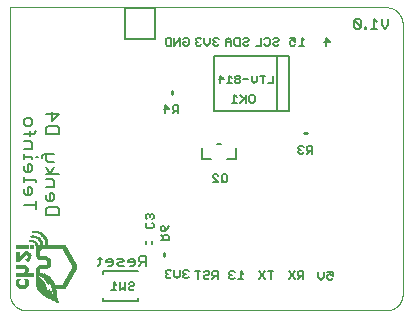
<source format=gbo>
G75*
%MOIN*%
%OFA0B0*%
%FSLAX25Y25*%
%IPPOS*%
%LPD*%
%AMOC8*
5,1,8,0,0,1.08239X$1,22.5*
%
%ADD10C,0.00500*%
%ADD11C,0.00100*%
%ADD12C,0.00600*%
%ADD13C,0.00800*%
%ADD14C,0.01000*%
%ADD15R,0.00015X0.00150*%
%ADD16R,0.00015X0.00585*%
%ADD17R,0.00015X0.00795*%
%ADD18R,0.00015X0.01095*%
%ADD19R,0.00015X0.01095*%
%ADD20R,0.00015X0.03225*%
%ADD21R,0.00015X0.01110*%
%ADD22R,0.00015X0.00945*%
%ADD23R,0.00015X0.01095*%
%ADD24R,0.00015X0.01095*%
%ADD25R,0.00015X0.03225*%
%ADD26R,0.00015X0.01110*%
%ADD27R,0.00015X0.01080*%
%ADD28R,0.00015X0.03240*%
%ADD29R,0.00015X0.01200*%
%ADD30R,0.00015X0.01305*%
%ADD31R,0.00015X0.01395*%
%ADD32R,0.00015X0.03255*%
%ADD33R,0.00015X0.01485*%
%ADD34R,0.00015X0.03255*%
%ADD35R,0.00015X0.01560*%
%ADD36R,0.00015X0.01650*%
%ADD37R,0.00015X0.03270*%
%ADD38R,0.00015X0.01710*%
%ADD39R,0.00015X0.01770*%
%ADD40R,0.00015X0.03270*%
%ADD41R,0.00015X0.01845*%
%ADD42R,0.00015X0.01905*%
%ADD43R,0.00015X0.03285*%
%ADD44R,0.00015X0.01965*%
%ADD45R,0.00015X0.02025*%
%ADD46R,0.00015X0.02085*%
%ADD47R,0.00015X0.03300*%
%ADD48R,0.00015X0.02115*%
%ADD49R,0.00015X0.03300*%
%ADD50R,0.00015X0.02175*%
%ADD51R,0.00015X0.02235*%
%ADD52R,0.00015X0.03315*%
%ADD53R,0.00015X0.02280*%
%ADD54R,0.00015X0.02325*%
%ADD55R,0.00015X0.03315*%
%ADD56R,0.00015X0.02370*%
%ADD57R,0.00015X0.03330*%
%ADD58R,0.00015X0.02400*%
%ADD59R,0.00015X0.02460*%
%ADD60R,0.00015X0.02490*%
%ADD61R,0.00015X0.02535*%
%ADD62R,0.00015X0.03345*%
%ADD63R,0.00015X0.02565*%
%ADD64R,0.00015X0.03345*%
%ADD65R,0.00015X0.02625*%
%ADD66R,0.00015X0.02655*%
%ADD67R,0.00015X0.03360*%
%ADD68R,0.00015X0.02685*%
%ADD69R,0.00015X0.02730*%
%ADD70R,0.00015X0.03360*%
%ADD71R,0.00015X0.02730*%
%ADD72R,0.00015X0.03375*%
%ADD73R,0.00015X0.02745*%
%ADD74R,0.00015X0.02760*%
%ADD75R,0.00015X0.03390*%
%ADD76R,0.00015X0.02775*%
%ADD77R,0.00015X0.03390*%
%ADD78R,0.00015X0.02790*%
%ADD79R,0.00015X0.02805*%
%ADD80R,0.00015X0.03405*%
%ADD81R,0.00015X0.02820*%
%ADD82R,0.00015X0.02835*%
%ADD83R,0.00015X0.03405*%
%ADD84R,0.00015X0.02835*%
%ADD85R,0.00015X0.03420*%
%ADD86R,0.00015X0.02850*%
%ADD87R,0.00015X0.02865*%
%ADD88R,0.00015X0.03435*%
%ADD89R,0.00015X0.02865*%
%ADD90R,0.00015X0.03435*%
%ADD91R,0.00015X0.02880*%
%ADD92R,0.00015X0.02895*%
%ADD93R,0.00015X0.03450*%
%ADD94R,0.00015X0.02895*%
%ADD95R,0.00015X0.02910*%
%ADD96R,0.00015X0.03465*%
%ADD97R,0.00015X0.02910*%
%ADD98R,0.00015X0.03465*%
%ADD99R,0.00015X0.02925*%
%ADD100R,0.00015X0.02940*%
%ADD101R,0.00015X0.03480*%
%ADD102R,0.00015X0.02925*%
%ADD103R,0.00015X0.03480*%
%ADD104R,0.00015X0.02940*%
%ADD105R,0.00015X0.01035*%
%ADD106R,0.00015X0.03495*%
%ADD107R,0.00015X0.01485*%
%ADD108R,0.00015X0.00945*%
%ADD109R,0.00015X0.01440*%
%ADD110R,0.00015X0.00885*%
%ADD111R,0.00015X0.01410*%
%ADD112R,0.00015X0.00825*%
%ADD113R,0.00015X0.01380*%
%ADD114R,0.00015X0.00780*%
%ADD115R,0.00015X0.01350*%
%ADD116R,0.00015X0.00735*%
%ADD117R,0.00015X0.01335*%
%ADD118R,0.00015X0.00705*%
%ADD119R,0.00015X0.00675*%
%ADD120R,0.00015X0.01305*%
%ADD121R,0.00015X0.00615*%
%ADD122R,0.00015X0.01605*%
%ADD123R,0.00015X0.01275*%
%ADD124R,0.00015X0.00585*%
%ADD125R,0.00015X0.01605*%
%ADD126R,0.00015X0.00570*%
%ADD127R,0.00015X0.01605*%
%ADD128R,0.00015X0.01260*%
%ADD129R,0.00015X0.00525*%
%ADD130R,0.00015X0.01245*%
%ADD131R,0.00015X0.00495*%
%ADD132R,0.00015X0.01230*%
%ADD133R,0.00015X0.00465*%
%ADD134R,0.00015X0.01590*%
%ADD135R,0.00015X0.01215*%
%ADD136R,0.00015X0.00435*%
%ADD137R,0.00015X0.01590*%
%ADD138R,0.00015X0.00405*%
%ADD139R,0.00015X0.00375*%
%ADD140R,0.00015X0.00360*%
%ADD141R,0.00015X0.01200*%
%ADD142R,0.00015X0.00315*%
%ADD143R,0.00015X0.01185*%
%ADD144R,0.00015X0.00300*%
%ADD145R,0.00015X0.00285*%
%ADD146R,0.00015X0.01185*%
%ADD147R,0.00015X0.00240*%
%ADD148R,0.00015X0.01170*%
%ADD149R,0.00015X0.00225*%
%ADD150R,0.00015X0.01185*%
%ADD151R,0.00015X0.00210*%
%ADD152R,0.00015X0.00180*%
%ADD153R,0.00015X0.00135*%
%ADD154R,0.00015X0.00120*%
%ADD155R,0.00015X0.01590*%
%ADD156R,0.00015X0.01155*%
%ADD157R,0.00015X0.00090*%
%ADD158R,0.00015X0.01590*%
%ADD159R,0.00015X0.01155*%
%ADD160R,0.00015X0.00075*%
%ADD161R,0.00015X0.00060*%
%ADD162R,0.00015X0.00045*%
%ADD163R,0.00015X0.00015*%
%ADD164R,0.00015X0.01140*%
%ADD165R,0.00015X0.01140*%
%ADD166R,0.00015X0.01575*%
%ADD167R,0.00015X0.01575*%
%ADD168R,0.00015X0.01125*%
%ADD169R,0.00015X0.01140*%
%ADD170R,0.00015X0.01140*%
%ADD171R,0.00015X0.01125*%
%ADD172R,0.00015X0.01560*%
%ADD173R,0.00015X0.01560*%
%ADD174R,0.00015X0.01545*%
%ADD175R,0.00015X0.01545*%
%ADD176R,0.00015X0.01545*%
%ADD177R,0.00015X0.01530*%
%ADD178R,0.00015X0.01530*%
%ADD179R,0.00015X0.01530*%
%ADD180R,0.00015X0.01515*%
%ADD181R,0.00015X0.01515*%
%ADD182R,0.00015X0.01110*%
%ADD183R,0.00015X0.01500*%
%ADD184R,0.00015X0.01110*%
%ADD185R,0.00015X0.01500*%
%ADD186R,0.00015X0.01485*%
%ADD187R,0.00015X0.01155*%
%ADD188R,0.00015X0.01470*%
%ADD189R,0.00015X0.01470*%
%ADD190R,0.00015X0.01455*%
%ADD191R,0.00015X0.01155*%
%ADD192R,0.00015X0.01455*%
%ADD193R,0.00015X0.01455*%
%ADD194R,0.00015X0.01170*%
%ADD195R,0.00015X0.01425*%
%ADD196R,0.00015X0.01410*%
%ADD197R,0.00015X0.01185*%
%ADD198R,0.00015X0.01395*%
%ADD199R,0.00015X0.01215*%
%ADD200R,0.00015X0.01380*%
%ADD201R,0.00015X0.01230*%
%ADD202R,0.00015X0.01230*%
%ADD203R,0.00015X0.01230*%
%ADD204R,0.00015X0.01365*%
%ADD205R,0.00015X0.01245*%
%ADD206R,0.00015X0.01365*%
%ADD207R,0.00015X0.00015*%
%ADD208R,0.00015X0.01260*%
%ADD209R,0.00015X0.00045*%
%ADD210R,0.00015X0.01290*%
%ADD211R,0.00015X0.01215*%
%ADD212R,0.00015X0.01290*%
%ADD213R,0.00015X0.01320*%
%ADD214R,0.00015X0.01305*%
%ADD215R,0.00015X0.01290*%
%ADD216R,0.00015X0.01335*%
%ADD217R,0.00015X0.00180*%
%ADD218R,0.00015X0.01320*%
%ADD219R,0.00015X0.00210*%
%ADD220R,0.00015X0.01365*%
%ADD221R,0.00015X0.00225*%
%ADD222R,0.00015X0.01380*%
%ADD223R,0.00015X0.01275*%
%ADD224R,0.00015X0.00270*%
%ADD225R,0.00015X0.00285*%
%ADD226R,0.00015X0.01410*%
%ADD227R,0.00015X0.00330*%
%ADD228R,0.00015X0.01440*%
%ADD229R,0.00015X0.00375*%
%ADD230R,0.00015X0.01485*%
%ADD231R,0.00015X0.00420*%
%ADD232R,0.00015X0.01515*%
%ADD233R,0.00015X0.00450*%
%ADD234R,0.00015X0.01320*%
%ADD235R,0.00015X0.01635*%
%ADD236R,0.00015X0.01335*%
%ADD237R,0.00015X0.00555*%
%ADD238R,0.00015X0.01695*%
%ADD239R,0.00015X0.01650*%
%ADD240R,0.00015X0.00600*%
%ADD241R,0.00015X0.03615*%
%ADD242R,0.00015X0.00630*%
%ADD243R,0.00015X0.01395*%
%ADD244R,0.00015X0.00690*%
%ADD245R,0.00015X0.00720*%
%ADD246R,0.00015X0.03600*%
%ADD247R,0.00015X0.00105*%
%ADD248R,0.00015X0.01440*%
%ADD249R,0.00015X0.00765*%
%ADD250R,0.00015X0.03600*%
%ADD251R,0.00015X0.00135*%
%ADD252R,0.00015X0.00825*%
%ADD253R,0.00015X0.00165*%
%ADD254R,0.00015X0.00885*%
%ADD255R,0.00015X0.03585*%
%ADD256R,0.00015X0.00195*%
%ADD257R,0.00015X0.00960*%
%ADD258R,0.00015X0.03570*%
%ADD259R,0.00015X0.00255*%
%ADD260R,0.00015X0.02835*%
%ADD261R,0.00015X0.03570*%
%ADD262R,0.00015X0.00285*%
%ADD263R,0.00015X0.03555*%
%ADD264R,0.00015X0.00315*%
%ADD265R,0.00015X0.02835*%
%ADD266R,0.00015X0.00345*%
%ADD267R,0.00015X0.03540*%
%ADD268R,0.00015X0.00405*%
%ADD269R,0.00015X0.02820*%
%ADD270R,0.00015X0.03525*%
%ADD271R,0.00015X0.00435*%
%ADD272R,0.00015X0.03525*%
%ADD273R,0.00015X0.00465*%
%ADD274R,0.00015X0.03510*%
%ADD275R,0.00015X0.02805*%
%ADD276R,0.00015X0.00555*%
%ADD277R,0.00015X0.02805*%
%ADD278R,0.00015X0.03495*%
%ADD279R,0.00015X0.00585*%
%ADD280R,0.00015X0.00615*%
%ADD281R,0.00015X0.00645*%
%ADD282R,0.00015X0.02775*%
%ADD283R,0.00015X0.00720*%
%ADD284R,0.00015X0.00735*%
%ADD285R,0.00015X0.00765*%
%ADD286R,0.00015X0.00795*%
%ADD287R,0.00015X0.02295*%
%ADD288R,0.00015X0.02265*%
%ADD289R,0.00015X0.00855*%
%ADD290R,0.00015X0.02250*%
%ADD291R,0.00015X0.00885*%
%ADD292R,0.00015X0.02715*%
%ADD293R,0.00015X0.02235*%
%ADD294R,0.00015X0.00930*%
%ADD295R,0.00015X0.02205*%
%ADD296R,0.00015X0.02700*%
%ADD297R,0.00015X0.00990*%
%ADD298R,0.00015X0.02160*%
%ADD299R,0.00015X0.01020*%
%ADD300R,0.00015X0.02685*%
%ADD301R,0.00015X0.02130*%
%ADD302R,0.00015X0.01050*%
%ADD303R,0.00015X0.02670*%
%ADD304R,0.00015X0.02100*%
%ADD305R,0.00015X0.02670*%
%ADD306R,0.00015X0.02070*%
%ADD307R,0.00015X0.02040*%
%ADD308R,0.00015X0.02010*%
%ADD309R,0.00015X0.02595*%
%ADD310R,0.00015X0.01980*%
%ADD311R,0.00015X0.01170*%
%ADD312R,0.00015X0.01950*%
%ADD313R,0.00015X0.02520*%
%ADD314R,0.00015X0.02475*%
%ADD315R,0.00015X0.01875*%
%ADD316R,0.00015X0.02430*%
%ADD317R,0.00015X0.02400*%
%ADD318R,0.00015X0.01800*%
%ADD319R,0.00015X0.01395*%
%ADD320R,0.00015X0.01215*%
%ADD321R,0.00015X0.02340*%
%ADD322R,0.00015X0.01755*%
%ADD323R,0.00015X0.02310*%
%ADD324R,0.00015X0.01725*%
%ADD325R,0.00015X0.02250*%
%ADD326R,0.00015X0.01665*%
%ADD327R,0.00015X0.02205*%
%ADD328R,0.00015X0.02145*%
%ADD329R,0.00015X0.02040*%
%ADD330R,0.00015X0.01980*%
%ADD331R,0.00015X0.01920*%
%ADD332R,0.00015X0.01845*%
%ADD333R,0.00015X0.01305*%
%ADD334R,0.00015X0.01665*%
%ADD335R,0.00015X0.01785*%
%ADD336R,0.00015X0.03315*%
%ADD337R,0.00015X0.01005*%
%ADD338R,0.00015X0.01470*%
%ADD339R,0.00015X0.00900*%
%ADD340R,0.00015X0.03285*%
%ADD341R,0.00015X0.03210*%
%ADD342R,0.00015X0.03195*%
%ADD343R,0.00015X0.03165*%
%ADD344R,0.00015X0.03150*%
%ADD345R,0.00015X0.00390*%
%ADD346R,0.00015X0.03120*%
%ADD347R,0.00015X0.03105*%
%ADD348R,0.00015X0.03060*%
%ADD349R,0.00015X0.03045*%
%ADD350R,0.00015X0.03015*%
%ADD351R,0.00015X0.03000*%
%ADD352R,0.00015X0.02970*%
%ADD353R,0.00015X0.02745*%
%ADD354R,0.00015X0.02625*%
%ADD355R,0.00015X0.02595*%
%ADD356R,0.00015X0.02535*%
%ADD357R,0.00015X0.02460*%
%ADD358R,0.00015X0.02385*%
%ADD359R,0.00015X0.02355*%
%ADD360R,0.00015X0.02325*%
%ADD361R,0.00015X0.02280*%
%ADD362R,0.00015X0.00135*%
%ADD363R,0.00015X0.00345*%
%ADD364R,0.00015X0.02115*%
%ADD365R,0.00015X0.02085*%
%ADD366R,0.00015X0.00435*%
%ADD367R,0.00015X0.00465*%
%ADD368R,0.00015X0.01995*%
%ADD369R,0.00015X0.00495*%
%ADD370R,0.00015X0.00540*%
%ADD371R,0.00015X0.01860*%
%ADD372R,0.00015X0.00480*%
%ADD373R,0.00015X0.01815*%
%ADD374R,0.00015X0.01695*%
%ADD375R,0.00015X0.00660*%
%ADD376R,0.00015X0.00615*%
%ADD377R,0.00015X0.00705*%
%ADD378R,0.00015X0.00750*%
%ADD379R,0.00015X0.00630*%
%ADD380R,0.00015X0.00645*%
%ADD381R,0.00015X0.00810*%
%ADD382R,0.00015X0.00855*%
%ADD383R,0.00015X0.01260*%
%ADD384R,0.00015X0.00915*%
%ADD385R,0.00015X0.00660*%
%ADD386R,0.00015X0.01005*%
%ADD387R,0.00015X0.01035*%
%ADD388R,0.00015X0.01050*%
%ADD389R,0.00015X0.01080*%
%ADD390R,0.00015X0.00390*%
%ADD391R,0.00015X0.00480*%
%ADD392R,0.00015X0.00510*%
%ADD393R,0.00015X0.00540*%
%ADD394R,0.00015X0.00675*%
%ADD395R,0.00015X0.00600*%
%ADD396R,0.00015X0.00660*%
%ADD397R,0.00015X0.00690*%
%ADD398R,0.00015X0.00750*%
%ADD399R,0.00015X0.00255*%
%ADD400R,0.00015X0.00690*%
%ADD401R,0.00015X0.00555*%
%ADD402R,0.00015X0.01080*%
%ADD403R,0.00015X0.00705*%
%ADD404R,0.00015X0.00690*%
%ADD405R,0.00015X0.00960*%
%ADD406R,0.00015X0.00705*%
%ADD407R,0.00015X0.00915*%
%ADD408R,0.00015X0.00720*%
%ADD409R,0.00015X0.00795*%
%ADD410R,0.00015X0.00795*%
%ADD411R,0.00015X0.00420*%
%ADD412R,0.00015X0.00150*%
%ADD413R,0.00015X0.00780*%
%ADD414R,0.00015X0.00765*%
%ADD415R,0.00015X0.00780*%
%ADD416R,0.00015X0.00780*%
%ADD417R,0.00015X0.00810*%
%ADD418R,0.00015X0.00765*%
%ADD419R,0.00015X0.00810*%
%ADD420R,0.00015X0.00840*%
%ADD421R,0.00015X0.00870*%
%ADD422R,0.00015X0.00870*%
%ADD423R,0.00015X0.00870*%
%ADD424R,0.00015X0.00915*%
%ADD425R,0.00015X0.00975*%
%ADD426R,0.00015X0.01020*%
%ADD427R,0.00015X0.00810*%
%ADD428R,0.00015X0.01065*%
%ADD429R,0.00015X0.01245*%
%ADD430R,0.00015X0.00315*%
%ADD431R,0.00015X0.02460*%
%ADD432R,0.00015X0.00840*%
%ADD433R,0.00015X0.04455*%
%ADD434R,0.00015X0.03090*%
%ADD435R,0.00015X0.04575*%
%ADD436R,0.00015X0.04635*%
%ADD437R,0.00015X0.01770*%
%ADD438R,0.00015X0.04665*%
%ADD439R,0.00015X0.03375*%
%ADD440R,0.00015X0.01815*%
%ADD441R,0.00015X0.04710*%
%ADD442R,0.00015X0.00855*%
%ADD443R,0.00015X0.03465*%
%ADD444R,0.00015X0.01890*%
%ADD445R,0.00015X0.04740*%
%ADD446R,0.00015X0.04770*%
%ADD447R,0.00015X0.04800*%
%ADD448R,0.00015X0.03630*%
%ADD449R,0.00015X0.04815*%
%ADD450R,0.00015X0.03675*%
%ADD451R,0.00015X0.02055*%
%ADD452R,0.00015X0.04815*%
%ADD453R,0.00015X0.03720*%
%ADD454R,0.00015X0.04845*%
%ADD455R,0.00015X0.03765*%
%ADD456R,0.00015X0.02130*%
%ADD457R,0.00015X0.04860*%
%ADD458R,0.00015X0.03810*%
%ADD459R,0.00015X0.02160*%
%ADD460R,0.00015X0.03840*%
%ADD461R,0.00015X0.03870*%
%ADD462R,0.00015X0.02220*%
%ADD463R,0.00015X0.04875*%
%ADD464R,0.00015X0.03900*%
%ADD465R,0.00015X0.02265*%
%ADD466R,0.00015X0.04875*%
%ADD467R,0.00015X0.03945*%
%ADD468R,0.00015X0.03975*%
%ADD469R,0.00015X0.02310*%
%ADD470R,0.00015X0.04890*%
%ADD471R,0.00015X0.04005*%
%ADD472R,0.00015X0.04035*%
%ADD473R,0.00015X0.02370*%
%ADD474R,0.00015X0.04890*%
%ADD475R,0.00015X0.00885*%
%ADD476R,0.00015X0.04050*%
%ADD477R,0.00015X0.04095*%
%ADD478R,0.00015X0.04110*%
%ADD479R,0.00015X0.00900*%
%ADD480R,0.00015X0.04140*%
%ADD481R,0.00015X0.04155*%
%ADD482R,0.00015X0.02520*%
%ADD483R,0.00015X0.04845*%
%ADD484R,0.00015X0.04185*%
%ADD485R,0.00015X0.04200*%
%ADD486R,0.00015X0.02550*%
%ADD487R,0.00015X0.04830*%
%ADD488R,0.00015X0.04230*%
%ADD489R,0.00015X0.02580*%
%ADD490R,0.00015X0.04830*%
%ADD491R,0.00015X0.04245*%
%ADD492R,0.00015X0.02595*%
%ADD493R,0.00015X0.04815*%
%ADD494R,0.00015X0.04275*%
%ADD495R,0.00015X0.04800*%
%ADD496R,0.00015X0.00930*%
%ADD497R,0.00015X0.04290*%
%ADD498R,0.00015X0.02640*%
%ADD499R,0.00015X0.04785*%
%ADD500R,0.00015X0.04305*%
%ADD501R,0.00015X0.04755*%
%ADD502R,0.00015X0.04335*%
%ADD503R,0.00015X0.04740*%
%ADD504R,0.00015X0.04350*%
%ADD505R,0.00015X0.04725*%
%ADD506R,0.00015X0.00930*%
%ADD507R,0.00015X0.04365*%
%ADD508R,0.00015X0.04695*%
%ADD509R,0.00015X0.00945*%
%ADD510R,0.00015X0.04380*%
%ADD511R,0.00015X0.04665*%
%ADD512R,0.00015X0.04410*%
%ADD513R,0.00015X0.04425*%
%ADD514R,0.00015X0.04605*%
%ADD515R,0.00015X0.04455*%
%ADD516R,0.00015X0.04530*%
%ADD517R,0.00015X0.04470*%
%ADD518R,0.00015X0.04485*%
%ADD519R,0.00015X0.04500*%
%ADD520R,0.00015X0.04530*%
%ADD521R,0.00015X0.04395*%
%ADD522R,0.00015X0.00975*%
%ADD523R,0.00015X0.04530*%
%ADD524R,0.00015X0.04545*%
%ADD525R,0.00015X0.02955*%
%ADD526R,0.00015X0.04440*%
%ADD527R,0.00015X0.04560*%
%ADD528R,0.00015X0.02970*%
%ADD529R,0.00015X0.04590*%
%ADD530R,0.00015X0.03000*%
%ADD531R,0.00015X0.04500*%
%ADD532R,0.00015X0.01005*%
%ADD533R,0.00015X0.00840*%
%ADD534R,0.00015X0.03030*%
%ADD535R,0.00015X0.00840*%
%ADD536R,0.00015X0.01020*%
%ADD537R,0.00015X0.04635*%
%ADD538R,0.00015X0.03090*%
%ADD539R,0.00015X0.04590*%
%ADD540R,0.00015X0.04650*%
%ADD541R,0.00015X0.04590*%
%ADD542R,0.00015X0.04620*%
%ADD543R,0.00015X0.04680*%
%ADD544R,0.00015X0.04695*%
%ADD545R,0.00015X0.03180*%
%ADD546R,0.00015X0.04665*%
%ADD547R,0.00015X0.01065*%
%ADD548R,0.00015X0.04710*%
%ADD549R,0.00015X0.03180*%
%ADD550R,0.00015X0.03210*%
%ADD551R,0.00015X0.04695*%
%ADD552R,0.00015X0.04740*%
%ADD553R,0.00015X0.03240*%
%ADD554R,0.00015X0.04755*%
%ADD555R,0.00015X0.04770*%
%ADD556R,0.00015X0.03315*%
%ADD557R,0.00015X0.04785*%
%ADD558R,0.00015X0.00870*%
%ADD559R,0.00015X0.04770*%
%ADD560R,0.00015X0.03330*%
%ADD561R,0.00015X0.04785*%
%ADD562R,0.00015X0.03360*%
%ADD563R,0.00015X0.04845*%
%ADD564R,0.00015X0.01380*%
%ADD565R,0.00015X0.02955*%
%ADD566R,0.00015X0.02370*%
%ADD567R,0.00015X0.04830*%
%ADD568R,0.00015X0.02070*%
%ADD569R,0.00015X0.01905*%
%ADD570R,0.00015X0.01860*%
%ADD571R,0.00015X0.04845*%
%ADD572R,0.00015X0.01845*%
%ADD573R,0.00015X0.01350*%
%ADD574R,0.00015X0.01800*%
%ADD575R,0.00015X0.01740*%
%ADD576R,0.00015X0.01695*%
%ADD577R,0.00015X0.00990*%
%ADD578R,0.00015X0.01635*%
%ADD579R,0.00015X0.04860*%
%ADD580R,0.00015X0.01620*%
%ADD581R,0.00015X0.04860*%
%ADD582R,0.00015X0.01605*%
%ADD583R,0.00015X0.01620*%
%ADD584R,0.00015X0.00915*%
%ADD585R,0.00015X0.01035*%
%ADD586R,0.00015X0.03390*%
%ADD587R,0.00015X0.03255*%
%ADD588R,0.00015X0.03240*%
%ADD589R,0.00015X0.03195*%
%ADD590R,0.00015X0.00945*%
%ADD591R,0.00015X0.03165*%
%ADD592R,0.00015X0.03105*%
%ADD593R,0.00015X0.03075*%
%ADD594R,0.00015X0.03045*%
%ADD595R,0.00015X0.03015*%
%ADD596R,0.00015X0.02985*%
%ADD597R,0.00015X0.02955*%
%ADD598R,0.00015X0.02895*%
%ADD599R,0.00015X0.02760*%
%ADD600R,0.00015X0.00990*%
%ADD601R,0.00015X0.02610*%
%ADD602R,0.00015X0.01260*%
%ADD603R,0.00015X0.02565*%
%ADD604R,0.00015X0.02505*%
%ADD605R,0.00015X0.02430*%
%ADD606R,0.00015X0.02280*%
%ADD607R,0.00015X0.04755*%
%ADD608R,0.00015X0.02205*%
%ADD609R,0.00015X0.02130*%
%ADD610R,0.00015X0.04710*%
%ADD611R,0.00015X0.01980*%
%ADD612R,0.00015X0.01065*%
%ADD613R,0.00015X0.01920*%
%ADD614R,0.00015X0.04665*%
%ADD615R,0.00015X0.01425*%
%ADD616R,0.00015X0.04620*%
%ADD617R,0.00015X0.04620*%
%ADD618R,0.00015X0.04605*%
%ADD619R,0.00015X0.04590*%
%ADD620R,0.00015X0.04560*%
%ADD621R,0.00015X0.04560*%
%ADD622R,0.00015X0.04530*%
%ADD623R,0.00015X0.04515*%
%ADD624R,0.00015X0.04515*%
%ADD625R,0.00015X0.01560*%
%ADD626R,0.00015X0.04470*%
%ADD627R,0.00015X0.04455*%
%ADD628R,0.00015X0.04425*%
%ADD629R,0.00015X0.01620*%
%ADD630R,0.00015X0.04395*%
%ADD631R,0.00015X0.04320*%
%ADD632R,0.00015X0.01665*%
%ADD633R,0.00015X0.01680*%
%ADD634R,0.00015X0.04305*%
%ADD635R,0.00015X0.01680*%
%ADD636R,0.00015X0.04290*%
%ADD637R,0.00015X0.01320*%
%ADD638R,0.00015X0.04260*%
%ADD639R,0.00015X0.01710*%
%ADD640R,0.00015X0.04245*%
%ADD641R,0.00015X0.04230*%
%ADD642R,0.00015X0.04200*%
%ADD643R,0.00015X0.01740*%
%ADD644R,0.00015X0.04185*%
%ADD645R,0.00015X0.04170*%
%ADD646R,0.00015X0.04140*%
%ADD647R,0.00015X0.04125*%
%ADD648R,0.00015X0.04110*%
%ADD649R,0.00015X0.01785*%
%ADD650R,0.00015X0.04080*%
%ADD651R,0.00015X0.04065*%
%ADD652R,0.00015X0.01815*%
%ADD653R,0.00015X0.04020*%
%ADD654R,0.00015X0.01845*%
%ADD655R,0.00015X0.04005*%
%ADD656R,0.00015X0.03990*%
%ADD657R,0.00015X0.03960*%
%ADD658R,0.00015X0.03945*%
%ADD659R,0.00015X0.03915*%
%ADD660R,0.00015X0.03885*%
%ADD661R,0.00015X0.01890*%
%ADD662R,0.00015X0.03870*%
%ADD663R,0.00015X0.01695*%
%ADD664R,0.00015X0.03855*%
%ADD665R,0.00015X0.01935*%
%ADD666R,0.00015X0.01755*%
%ADD667R,0.00015X0.03795*%
%ADD668R,0.00015X0.03780*%
%ADD669R,0.00015X0.01950*%
%ADD670R,0.00015X0.03750*%
%ADD671R,0.00015X0.03705*%
%ADD672R,0.00015X0.02055*%
%ADD673R,0.00015X0.03660*%
%ADD674R,0.00015X0.03645*%
%ADD675R,0.00015X0.02010*%
%ADD676R,0.00015X0.04020*%
%ADD677R,0.00015X0.03615*%
%ADD678R,0.00015X0.03585*%
%ADD679R,0.00015X0.03960*%
%ADD680R,0.00015X0.03540*%
%ADD681R,0.00015X0.02055*%
%ADD682R,0.00015X0.03930*%
%ADD683R,0.00015X0.03915*%
%ADD684R,0.00015X0.03480*%
%ADD685R,0.00015X0.03885*%
%ADD686R,0.00015X0.02085*%
%ADD687R,0.00015X0.03405*%
%ADD688R,0.00015X0.03345*%
%ADD689R,0.00015X0.02115*%
%ADD690R,0.00015X0.03780*%
%ADD691R,0.00015X0.03765*%
%ADD692R,0.00015X0.02145*%
%ADD693R,0.00015X0.03735*%
%ADD694R,0.00015X0.03690*%
%ADD695R,0.00015X0.03195*%
%ADD696R,0.00015X0.02175*%
%ADD697R,0.00015X0.03660*%
%ADD698R,0.00015X0.02190*%
%ADD699R,0.00015X0.03630*%
%ADD700R,0.00015X0.03120*%
%ADD701R,0.00015X0.03030*%
%ADD702R,0.00015X0.02235*%
%ADD703R,0.00015X0.02310*%
%ADD704R,0.00015X0.02715*%
%ADD705R,0.00015X0.02340*%
%ADD706R,0.00015X0.02415*%
%ADD707R,0.00015X0.02385*%
%ADD708R,0.00015X0.03045*%
%ADD709R,0.00015X0.02445*%
%ADD710R,0.00015X0.02220*%
%ADD711R,0.00015X0.02040*%
%ADD712R,0.00015X0.02505*%
%ADD713R,0.00015X0.03810*%
%ADD714R,0.00015X0.01860*%
%ADD715R,0.00015X0.01785*%
%ADD716R,0.00015X0.02580*%
%ADD717R,0.00015X0.01725*%
%ADD718R,0.00015X0.02580*%
%ADD719R,0.00015X0.02490*%
%ADD720R,0.00015X0.03780*%
%ADD721R,0.00015X0.02670*%
%ADD722R,0.00015X0.03735*%
%ADD723R,0.00015X0.02685*%
%ADD724R,0.00015X0.03705*%
%ADD725R,0.00015X0.03690*%
%ADD726R,0.00015X0.02760*%
%ADD727R,0.00015X0.03660*%
%ADD728R,0.00015X0.03660*%
%ADD729R,0.00015X0.02820*%
%ADD730R,0.00015X0.02025*%
%ADD731R,0.00015X0.02190*%
%ADD732R,0.00015X0.02955*%
%ADD733R,0.00015X0.03510*%
%ADD734R,0.00015X0.02415*%
%ADD735R,0.00015X0.02790*%
%ADD736R,0.00015X0.02535*%
%ADD737R,0.00015X0.02655*%
%ADD738R,0.00015X0.03345*%
%ADD739R,0.00015X0.02550*%
%ADD740R,0.00015X0.02880*%
%ADD741R,0.00015X0.03090*%
%ADD742R,0.00015X0.03060*%
%ADD743R,0.00015X0.03075*%
%ADD744R,0.00015X0.03030*%
%ADD745R,0.00015X0.01995*%
%ADD746R,0.00015X0.02910*%
%ADD747R,0.00015X0.03015*%
%ADD748R,0.00015X0.02985*%
%ADD749R,0.00015X0.02790*%
%ADD750R,0.00015X0.01830*%
%ADD751R,0.00015X0.02940*%
%ADD752R,0.00015X0.02685*%
%ADD753R,0.00015X0.02640*%
%ADD754R,0.00015X0.02505*%
%ADD755R,0.00015X0.02460*%
%ADD756R,0.00015X0.02355*%
%ADD757R,0.00015X0.01905*%
%ADD758R,0.00015X0.02190*%
%ADD759R,0.00015X0.01890*%
%ADD760R,0.00015X0.02745*%
%ADD761R,0.00015X0.01965*%
%ADD762R,0.00015X0.02670*%
%ADD763R,0.00015X0.01995*%
%ADD764R,0.00015X0.02580*%
%ADD765R,0.00015X0.02085*%
%ADD766R,0.00015X0.02520*%
%ADD767R,0.00015X0.02520*%
%ADD768R,0.00015X0.02160*%
%ADD769R,0.00015X0.02445*%
%ADD770R,0.00015X0.02430*%
%ADD771R,0.00015X0.02265*%
%ADD772R,0.00015X0.02355*%
%ADD773R,0.00015X0.02385*%
%ADD774R,0.00015X0.02505*%
%ADD775R,0.00015X0.02610*%
%ADD776R,0.00015X0.02145*%
%ADD777R,0.00015X0.02850*%
%ADD778R,0.00015X0.01965*%
%ADD779R,0.00015X0.03060*%
%ADD780R,0.00015X0.03195*%
%ADD781R,0.00015X0.01830*%
%ADD782R,0.00015X0.01770*%
%ADD783R,0.00015X0.03585*%
%ADD784R,0.00015X0.03645*%
%ADD785R,0.00015X0.03780*%
%ADD786R,0.00015X0.01620*%
%ADD787R,0.00015X0.03990*%
%ADD788R,0.00015X0.04080*%
%ADD789R,0.00015X0.04155*%
%ADD790R,0.00015X0.01470*%
%ADD791R,0.00015X0.04335*%
%ADD792R,0.00015X0.06105*%
%ADD793R,0.00015X0.06075*%
%ADD794R,0.00015X0.06060*%
%ADD795R,0.00015X0.06030*%
%ADD796R,0.00015X0.06015*%
%ADD797R,0.00015X0.05985*%
%ADD798R,0.00015X0.05970*%
%ADD799R,0.00015X0.05940*%
%ADD800R,0.00015X0.05925*%
%ADD801R,0.00015X0.05895*%
%ADD802R,0.00015X0.05865*%
%ADD803R,0.00015X0.05835*%
%ADD804R,0.00015X0.05820*%
%ADD805R,0.00015X0.05775*%
%ADD806R,0.00015X0.05760*%
%ADD807R,0.00015X0.05715*%
%ADD808R,0.00015X0.05700*%
%ADD809R,0.00015X0.05655*%
%ADD810R,0.00015X0.05640*%
%ADD811R,0.00015X0.05595*%
%ADD812R,0.00015X0.05580*%
%ADD813R,0.00015X0.05535*%
%ADD814R,0.00015X0.05505*%
%ADD815R,0.00015X0.05460*%
%ADD816R,0.00015X0.05445*%
%ADD817R,0.00015X0.05400*%
%ADD818R,0.00015X0.05370*%
%ADD819R,0.00015X0.05325*%
%ADD820R,0.00015X0.05340*%
%ADD821R,0.00015X0.05355*%
%ADD822R,0.00015X0.05355*%
%ADD823R,0.00015X0.05370*%
%ADD824R,0.00015X0.05385*%
%ADD825R,0.00015X0.05385*%
%ADD826R,0.00015X0.05415*%
%ADD827R,0.00015X0.05430*%
%ADD828R,0.00015X0.05430*%
%ADD829R,0.00015X0.05460*%
%ADD830R,0.00015X0.05460*%
%ADD831R,0.00015X0.05475*%
%ADD832R,0.00015X0.05490*%
%ADD833R,0.00015X0.04020*%
%ADD834R,0.00015X0.03870*%
%ADD835R,0.00015X0.03555*%
%ADD836R,0.00015X0.03450*%
%ADD837R,0.00015X0.01635*%
%ADD838R,0.00015X0.00960*%
%ADD839R,0.00015X0.00570*%
%ADD840R,0.00015X0.00525*%
%ADD841R,0.00015X0.00360*%
%ADD842R,0.00015X0.00240*%
%ADD843R,0.00015X0.00210*%
%ADD844R,0.00015X0.00165*%
%ADD845R,0.00015X0.00120*%
%ADD846R,0.00015X0.00075*%
%ADD847R,0.00015X0.00030*%
%ADD848R,0.00015X0.00030*%
%ADD849R,0.00015X0.00030*%
%ADD850R,0.00015X0.01335*%
%ADD851R,0.00015X0.01530*%
%ADD852R,0.00015X0.01740*%
%ADD853R,0.00015X0.01770*%
%ADD854R,0.00015X0.01875*%
%ADD855R,0.00015X0.01860*%
%ADD856R,0.00015X0.02070*%
%ADD857R,0.00015X0.02295*%
%ADD858R,0.00015X0.02340*%
%ADD859R,0.00015X0.02415*%
%ADD860R,0.00015X0.02475*%
%ADD861R,0.00015X0.02595*%
%ADD862R,0.00015X0.02640*%
%ADD863R,0.00015X0.02760*%
%ADD864R,0.00015X0.06000*%
%ADD865R,0.00015X0.05850*%
%ADD866R,0.00015X0.05790*%
%ADD867R,0.00015X0.05730*%
%ADD868R,0.00015X0.05700*%
%ADD869R,0.00015X0.05640*%
%ADD870R,0.00015X0.05535*%
%ADD871R,0.00015X0.05490*%
%ADD872R,0.00015X0.05430*%
%ADD873R,0.00015X0.05280*%
%ADD874R,0.00015X0.05220*%
%ADD875R,0.00015X0.05160*%
%ADD876R,0.00015X0.05115*%
%ADD877R,0.00015X0.05070*%
%ADD878R,0.00015X0.05010*%
%ADD879R,0.00015X0.04950*%
%ADD880R,0.00015X0.04920*%
%ADD881R,0.00015X0.04440*%
%ADD882R,0.00015X0.04380*%
%ADD883R,0.00015X0.04185*%
%ADD884R,0.00015X0.03930*%
%ADD885R,0.00015X0.03870*%
%ADD886R,0.00015X0.03720*%
%ADD887R,0.00015X0.03570*%
%ADD888R,0.00015X0.03405*%
%ADD889R,0.00015X0.03150*%
%ADD890R,0.00015X0.02880*%
%ADD891R,0.00015X0.02730*%
%ADD892R,0.00015X0.02370*%
%ADD893R,0.00015X0.02220*%
%ADD894R,0.00015X0.02100*%
D10*
X0115690Y0099012D02*
X0127501Y0099012D01*
X0127501Y0099209D02*
X0127501Y0099996D01*
X0125648Y0102578D02*
X0126098Y0103028D01*
X0125648Y0102578D02*
X0124747Y0102578D01*
X0124297Y0103028D01*
X0124297Y0103478D01*
X0124747Y0103929D01*
X0125648Y0103929D01*
X0126098Y0104379D01*
X0126098Y0104829D01*
X0125648Y0105280D01*
X0124747Y0105280D01*
X0124297Y0104829D01*
X0123152Y0105280D02*
X0123152Y0102578D01*
X0122251Y0103478D01*
X0121350Y0102578D01*
X0121350Y0105280D01*
X0120205Y0104379D02*
X0119304Y0105280D01*
X0119304Y0102578D01*
X0118404Y0102578D02*
X0120205Y0102578D01*
X0115690Y0099996D02*
X0115690Y0099209D01*
X0115690Y0107870D02*
X0115690Y0108657D01*
X0115690Y0108854D02*
X0127501Y0108854D01*
X0136577Y0108856D02*
X0136577Y0108405D01*
X0137028Y0107955D01*
X0136577Y0107505D01*
X0136577Y0107054D01*
X0137028Y0106604D01*
X0137928Y0106604D01*
X0138379Y0107054D01*
X0139524Y0107505D02*
X0139524Y0109306D01*
X0138379Y0108856D02*
X0137928Y0109306D01*
X0137028Y0109306D01*
X0136577Y0108856D01*
X0137028Y0107955D02*
X0137478Y0107955D01*
X0139524Y0107505D02*
X0140425Y0106604D01*
X0141325Y0107505D01*
X0141325Y0109306D01*
X0142470Y0108856D02*
X0142470Y0108405D01*
X0142921Y0107955D01*
X0142470Y0107505D01*
X0142470Y0107054D01*
X0142921Y0106604D01*
X0143821Y0106604D01*
X0144272Y0107054D01*
X0143371Y0107955D02*
X0142921Y0107955D01*
X0142470Y0108856D02*
X0142921Y0109306D01*
X0143821Y0109306D01*
X0144272Y0108856D01*
X0146327Y0109056D02*
X0148129Y0109056D01*
X0147228Y0109056D02*
X0147228Y0106354D01*
X0149274Y0106804D02*
X0149724Y0106354D01*
X0150625Y0106354D01*
X0151075Y0106804D01*
X0150625Y0107705D02*
X0149724Y0107705D01*
X0149274Y0107255D01*
X0149274Y0106804D01*
X0150625Y0107705D02*
X0151075Y0108155D01*
X0151075Y0108606D01*
X0150625Y0109056D01*
X0149724Y0109056D01*
X0149274Y0108606D01*
X0152220Y0108606D02*
X0152220Y0107705D01*
X0152671Y0107255D01*
X0154022Y0107255D01*
X0153121Y0107255D02*
X0152220Y0106354D01*
X0154022Y0106354D02*
X0154022Y0109056D01*
X0152671Y0109056D01*
X0152220Y0108606D01*
X0157800Y0108606D02*
X0157800Y0108155D01*
X0158251Y0107705D01*
X0157800Y0107255D01*
X0157800Y0106804D01*
X0158251Y0106354D01*
X0159152Y0106354D01*
X0159602Y0106804D01*
X0160747Y0106354D02*
X0162549Y0106354D01*
X0161648Y0106354D02*
X0161648Y0109056D01*
X0162549Y0108155D01*
X0159602Y0108606D02*
X0159152Y0109056D01*
X0158251Y0109056D01*
X0157800Y0108606D01*
X0158251Y0107705D02*
X0158701Y0107705D01*
X0167800Y0109056D02*
X0169602Y0106354D01*
X0167800Y0106354D02*
X0169602Y0109056D01*
X0170747Y0109056D02*
X0172549Y0109056D01*
X0171648Y0109056D02*
X0171648Y0106354D01*
X0177800Y0106354D02*
X0179602Y0109056D01*
X0180747Y0108606D02*
X0180747Y0107705D01*
X0181197Y0107255D01*
X0182549Y0107255D01*
X0181648Y0107255D02*
X0180747Y0106354D01*
X0179602Y0106354D02*
X0177800Y0109056D01*
X0180747Y0108606D02*
X0181197Y0109056D01*
X0182549Y0109056D01*
X0182549Y0106354D01*
X0187550Y0107005D02*
X0187550Y0108806D01*
X0187550Y0107005D02*
X0188451Y0106104D01*
X0189352Y0107005D01*
X0189352Y0108806D01*
X0190497Y0108806D02*
X0192299Y0108806D01*
X0192299Y0107455D01*
X0191398Y0107905D01*
X0190947Y0107905D01*
X0190497Y0107455D01*
X0190497Y0106554D01*
X0190947Y0106104D01*
X0191848Y0106104D01*
X0192299Y0106554D01*
X0157042Y0139033D02*
X0156591Y0138583D01*
X0155691Y0138583D01*
X0155240Y0139033D01*
X0155240Y0140835D01*
X0155691Y0141285D01*
X0156591Y0141285D01*
X0157042Y0140835D01*
X0157042Y0139033D01*
X0156141Y0139484D02*
X0155240Y0138583D01*
X0154095Y0138583D02*
X0152294Y0140385D01*
X0152294Y0140835D01*
X0152744Y0141285D01*
X0153645Y0141285D01*
X0154095Y0140835D01*
X0154095Y0138583D02*
X0152294Y0138583D01*
X0151595Y0146433D02*
X0148595Y0146433D01*
X0148595Y0149933D01*
X0153595Y0151433D02*
X0155095Y0151433D01*
X0160095Y0149933D02*
X0160095Y0146433D01*
X0157095Y0146433D01*
X0140792Y0161583D02*
X0140792Y0164285D01*
X0139441Y0164285D01*
X0138990Y0163835D01*
X0138990Y0162934D01*
X0139441Y0162484D01*
X0140792Y0162484D01*
X0139891Y0162484D02*
X0138990Y0161583D01*
X0137845Y0162934D02*
X0136044Y0162934D01*
X0136494Y0161583D02*
X0136494Y0164285D01*
X0137845Y0162934D01*
X0154688Y0171683D02*
X0154688Y0174185D01*
X0155939Y0172934D01*
X0154271Y0172934D01*
X0157034Y0171683D02*
X0158702Y0171683D01*
X0157868Y0171683D02*
X0157868Y0174185D01*
X0158702Y0173351D01*
X0159796Y0173351D02*
X0160213Y0172934D01*
X0161047Y0172934D01*
X0161464Y0173351D01*
X0161464Y0173768D01*
X0161047Y0174185D01*
X0160213Y0174185D01*
X0159796Y0173768D01*
X0159796Y0173351D01*
X0160213Y0172934D02*
X0159796Y0172517D01*
X0159796Y0172100D01*
X0160213Y0171683D01*
X0161047Y0171683D01*
X0161464Y0172100D01*
X0161464Y0172517D01*
X0161047Y0172934D01*
X0162558Y0172934D02*
X0164226Y0172934D01*
X0165321Y0172517D02*
X0165321Y0174185D01*
X0166989Y0174185D02*
X0166989Y0172517D01*
X0166155Y0171683D01*
X0165321Y0172517D01*
X0168083Y0174185D02*
X0169751Y0174185D01*
X0168917Y0174185D02*
X0168917Y0171683D01*
X0170845Y0171683D02*
X0172513Y0171683D01*
X0172513Y0174185D01*
X0165815Y0167785D02*
X0166265Y0167335D01*
X0166265Y0165533D01*
X0165815Y0165083D01*
X0164914Y0165083D01*
X0164463Y0165533D01*
X0164463Y0167335D01*
X0164914Y0167785D01*
X0165815Y0167785D01*
X0163318Y0167785D02*
X0163318Y0165083D01*
X0163318Y0165984D02*
X0161517Y0167785D01*
X0160372Y0166885D02*
X0159471Y0167785D01*
X0159471Y0165083D01*
X0160372Y0165083D02*
X0158570Y0165083D01*
X0161517Y0165083D02*
X0162868Y0166434D01*
X0162921Y0184104D02*
X0163821Y0184104D01*
X0164272Y0184554D01*
X0163821Y0185455D02*
X0162921Y0185455D01*
X0162470Y0185005D01*
X0162470Y0184554D01*
X0162921Y0184104D01*
X0161325Y0184104D02*
X0159974Y0184104D01*
X0159524Y0184554D01*
X0159524Y0186356D01*
X0159974Y0186806D01*
X0161325Y0186806D01*
X0161325Y0184104D01*
X0162470Y0186356D02*
X0162921Y0186806D01*
X0163821Y0186806D01*
X0164272Y0186356D01*
X0164272Y0185905D01*
X0163821Y0185455D01*
X0166577Y0184104D02*
X0168379Y0184104D01*
X0168379Y0186806D01*
X0169524Y0186356D02*
X0169974Y0186806D01*
X0170875Y0186806D01*
X0171325Y0186356D01*
X0171325Y0184554D01*
X0170875Y0184104D01*
X0169974Y0184104D01*
X0169524Y0184554D01*
X0172470Y0184554D02*
X0172921Y0184104D01*
X0173821Y0184104D01*
X0174272Y0184554D01*
X0173821Y0185455D02*
X0172921Y0185455D01*
X0172470Y0185005D01*
X0172470Y0184554D01*
X0173821Y0185455D02*
X0174272Y0185905D01*
X0174272Y0186356D01*
X0173821Y0186806D01*
X0172921Y0186806D01*
X0172470Y0186356D01*
X0178050Y0186806D02*
X0179852Y0186806D01*
X0179852Y0185455D01*
X0178951Y0185905D01*
X0178501Y0185905D01*
X0178050Y0185455D01*
X0178050Y0184554D01*
X0178501Y0184104D01*
X0179402Y0184104D01*
X0179852Y0184554D01*
X0180997Y0184104D02*
X0182799Y0184104D01*
X0181898Y0184104D02*
X0181898Y0186806D01*
X0182799Y0185905D01*
X0189524Y0185455D02*
X0191325Y0185455D01*
X0189974Y0186806D01*
X0189974Y0184104D01*
X0158379Y0184104D02*
X0158379Y0185905D01*
X0157478Y0186806D01*
X0156577Y0185905D01*
X0156577Y0184104D01*
X0156577Y0185455D02*
X0158379Y0185455D01*
X0154272Y0186356D02*
X0153821Y0186806D01*
X0152921Y0186806D01*
X0152470Y0186356D01*
X0152470Y0185905D01*
X0152921Y0185455D01*
X0152470Y0185005D01*
X0152470Y0184554D01*
X0152921Y0184104D01*
X0153821Y0184104D01*
X0154272Y0184554D01*
X0153371Y0185455D02*
X0152921Y0185455D01*
X0151325Y0185005D02*
X0151325Y0186806D01*
X0149524Y0186806D02*
X0149524Y0185005D01*
X0150425Y0184104D01*
X0151325Y0185005D01*
X0148379Y0184554D02*
X0147928Y0184104D01*
X0147028Y0184104D01*
X0146577Y0184554D01*
X0146577Y0185005D01*
X0147028Y0185455D01*
X0147478Y0185455D01*
X0147028Y0185455D02*
X0146577Y0185905D01*
X0146577Y0186356D01*
X0147028Y0186806D01*
X0147928Y0186806D01*
X0148379Y0186356D01*
X0144272Y0186356D02*
X0144272Y0184554D01*
X0143821Y0184104D01*
X0142921Y0184104D01*
X0142470Y0184554D01*
X0142470Y0185455D01*
X0143371Y0185455D01*
X0142470Y0186356D02*
X0142921Y0186806D01*
X0143821Y0186806D01*
X0144272Y0186356D01*
X0141325Y0186806D02*
X0141325Y0184104D01*
X0139524Y0184104D02*
X0139524Y0186806D01*
X0138379Y0186806D02*
X0137028Y0186806D01*
X0136577Y0186356D01*
X0136577Y0184554D01*
X0137028Y0184104D01*
X0138379Y0184104D01*
X0138379Y0186806D01*
X0139524Y0184104D02*
X0141325Y0186806D01*
X0133213Y0186315D02*
X0133213Y0196551D01*
X0122977Y0196551D01*
X0122977Y0186315D01*
X0133213Y0186315D01*
X0180794Y0150335D02*
X0180794Y0149885D01*
X0181244Y0149434D01*
X0180794Y0148984D01*
X0180794Y0148533D01*
X0181244Y0148083D01*
X0182145Y0148083D01*
X0182595Y0148533D01*
X0183740Y0148083D02*
X0184641Y0148984D01*
X0184191Y0148984D02*
X0185542Y0148984D01*
X0185542Y0148083D02*
X0185542Y0150785D01*
X0184191Y0150785D01*
X0183740Y0150335D01*
X0183740Y0149434D01*
X0184191Y0148984D01*
X0182595Y0150335D02*
X0182145Y0150785D01*
X0181244Y0150785D01*
X0180794Y0150335D01*
X0181244Y0149434D02*
X0181694Y0149434D01*
X0137597Y0124038D02*
X0137147Y0123137D01*
X0136246Y0122237D01*
X0136246Y0123588D01*
X0135796Y0124038D01*
X0135346Y0124038D01*
X0134895Y0123588D01*
X0134895Y0122687D01*
X0135346Y0122237D01*
X0136246Y0122237D01*
X0136246Y0121092D02*
X0135796Y0120641D01*
X0135796Y0119290D01*
X0135796Y0120191D02*
X0134895Y0121092D01*
X0136246Y0121092D02*
X0137147Y0121092D01*
X0137597Y0120641D01*
X0137597Y0119290D01*
X0134895Y0119290D01*
X0132147Y0123290D02*
X0130346Y0123290D01*
X0129895Y0123740D01*
X0129895Y0124641D01*
X0130346Y0125092D01*
X0130346Y0126237D02*
X0129895Y0126687D01*
X0129895Y0127588D01*
X0130346Y0128038D01*
X0130796Y0128038D01*
X0131246Y0127588D01*
X0131246Y0127137D01*
X0131246Y0127588D02*
X0131697Y0128038D01*
X0132147Y0128038D01*
X0132597Y0127588D01*
X0132597Y0126687D01*
X0132147Y0126237D01*
X0132147Y0125092D02*
X0132597Y0124641D01*
X0132597Y0123740D01*
X0132147Y0123290D01*
D11*
X0090095Y0095933D02*
X0210345Y0095933D01*
X0210490Y0095939D01*
X0210636Y0095948D01*
X0210781Y0095961D01*
X0210925Y0095978D01*
X0211069Y0096000D01*
X0211213Y0096024D01*
X0211356Y0096053D01*
X0211497Y0096086D01*
X0211638Y0096122D01*
X0211778Y0096163D01*
X0211917Y0096207D01*
X0212055Y0096255D01*
X0212191Y0096306D01*
X0212325Y0096361D01*
X0212459Y0096420D01*
X0212590Y0096483D01*
X0212720Y0096549D01*
X0212848Y0096618D01*
X0212974Y0096691D01*
X0213098Y0096767D01*
X0213220Y0096847D01*
X0213340Y0096930D01*
X0213457Y0097016D01*
X0213572Y0097105D01*
X0213685Y0097197D01*
X0213795Y0097293D01*
X0213902Y0097391D01*
X0214007Y0097492D01*
X0214109Y0097596D01*
X0214208Y0097703D01*
X0214304Y0097812D01*
X0214397Y0097924D01*
X0214487Y0098038D01*
X0214574Y0098155D01*
X0214658Y0098274D01*
X0214739Y0098395D01*
X0214816Y0098519D01*
X0214890Y0098644D01*
X0214960Y0098772D01*
X0215027Y0098901D01*
X0215090Y0099032D01*
X0215150Y0099165D01*
X0215207Y0099299D01*
X0215259Y0099435D01*
X0215308Y0099572D01*
X0215353Y0099710D01*
X0215394Y0099850D01*
X0215432Y0099991D01*
X0215466Y0100132D01*
X0215496Y0100275D01*
X0215522Y0100418D01*
X0215544Y0100562D01*
X0215562Y0100706D01*
X0215577Y0100851D01*
X0215587Y0100996D01*
X0215593Y0101142D01*
X0215596Y0101287D01*
X0215595Y0101433D01*
X0215595Y0191433D01*
X0215596Y0191434D02*
X0215592Y0191582D01*
X0215584Y0191729D01*
X0215573Y0191877D01*
X0215557Y0192024D01*
X0215538Y0192171D01*
X0215515Y0192318D01*
X0215488Y0192463D01*
X0215457Y0192608D01*
X0215422Y0192752D01*
X0215383Y0192895D01*
X0215341Y0193037D01*
X0215295Y0193177D01*
X0215245Y0193317D01*
X0215191Y0193455D01*
X0215134Y0193591D01*
X0215073Y0193726D01*
X0215008Y0193860D01*
X0214940Y0193991D01*
X0214869Y0194121D01*
X0214794Y0194249D01*
X0214715Y0194375D01*
X0214634Y0194498D01*
X0214549Y0194619D01*
X0214461Y0194739D01*
X0214370Y0194855D01*
X0214275Y0194969D01*
X0214178Y0195081D01*
X0214078Y0195190D01*
X0213975Y0195296D01*
X0213869Y0195400D01*
X0213760Y0195501D01*
X0213649Y0195598D01*
X0213535Y0195693D01*
X0213419Y0195785D01*
X0213300Y0195873D01*
X0213179Y0195959D01*
X0213056Y0196041D01*
X0212931Y0196120D01*
X0212803Y0196195D01*
X0212674Y0196267D01*
X0212542Y0196336D01*
X0212409Y0196401D01*
X0212275Y0196462D01*
X0212138Y0196520D01*
X0212000Y0196574D01*
X0211861Y0196625D01*
X0211721Y0196672D01*
X0211579Y0196715D01*
X0211436Y0196754D01*
X0211292Y0196790D01*
X0211148Y0196821D01*
X0211002Y0196849D01*
X0210856Y0196873D01*
X0210709Y0196893D01*
X0210562Y0196909D01*
X0210415Y0196921D01*
X0210267Y0196929D01*
X0210119Y0196933D01*
X0209970Y0196934D01*
X0209970Y0196933D02*
X0084720Y0196933D01*
X0084720Y0101183D01*
X0084724Y0101040D01*
X0084732Y0100896D01*
X0084743Y0100753D01*
X0084758Y0100609D01*
X0084777Y0100467D01*
X0084800Y0100325D01*
X0084827Y0100183D01*
X0084858Y0100043D01*
X0084892Y0099903D01*
X0084931Y0099764D01*
X0084973Y0099627D01*
X0085018Y0099490D01*
X0085068Y0099355D01*
X0085121Y0099222D01*
X0085177Y0099089D01*
X0085238Y0098959D01*
X0085301Y0098830D01*
X0085369Y0098702D01*
X0085439Y0098577D01*
X0085513Y0098453D01*
X0085590Y0098332D01*
X0085671Y0098213D01*
X0085755Y0098096D01*
X0085841Y0097981D01*
X0085931Y0097869D01*
X0086024Y0097759D01*
X0086120Y0097652D01*
X0086219Y0097547D01*
X0086321Y0097445D01*
X0086425Y0097346D01*
X0086532Y0097250D01*
X0086641Y0097156D01*
X0086753Y0097066D01*
X0086868Y0096979D01*
X0086984Y0096895D01*
X0087103Y0096814D01*
X0087224Y0096736D01*
X0087348Y0096662D01*
X0087473Y0096591D01*
X0087600Y0096523D01*
X0087729Y0096459D01*
X0087859Y0096398D01*
X0087991Y0096341D01*
X0088125Y0096288D01*
X0088260Y0096238D01*
X0088396Y0096192D01*
X0088533Y0096149D01*
X0088672Y0096110D01*
X0088812Y0096075D01*
X0088952Y0096044D01*
X0089093Y0096017D01*
X0089235Y0095993D01*
X0089378Y0095974D01*
X0089521Y0095958D01*
X0089664Y0095946D01*
X0089808Y0095938D01*
X0089952Y0095934D01*
X0090096Y0095933D01*
D12*
X0114147Y0110733D02*
X0114714Y0111300D01*
X0114714Y0113569D01*
X0114147Y0113002D02*
X0115282Y0113002D01*
X0116696Y0112435D02*
X0116696Y0111867D01*
X0118965Y0111867D01*
X0118965Y0111300D02*
X0118965Y0112435D01*
X0118398Y0113002D01*
X0117263Y0113002D01*
X0116696Y0112435D01*
X0117263Y0110733D02*
X0118398Y0110733D01*
X0118965Y0111300D01*
X0120379Y0111300D02*
X0120946Y0111867D01*
X0122081Y0111867D01*
X0122648Y0112435D01*
X0122081Y0113002D01*
X0120379Y0113002D01*
X0120379Y0111300D02*
X0120946Y0110733D01*
X0122648Y0110733D01*
X0124062Y0111867D02*
X0126331Y0111867D01*
X0126331Y0111300D02*
X0126331Y0112435D01*
X0125764Y0113002D01*
X0124630Y0113002D01*
X0124062Y0112435D01*
X0124062Y0111867D01*
X0124630Y0110733D02*
X0125764Y0110733D01*
X0126331Y0111300D01*
X0127746Y0110733D02*
X0128880Y0111867D01*
X0128313Y0111867D02*
X0130014Y0111867D01*
X0130014Y0110733D02*
X0130014Y0114136D01*
X0128313Y0114136D01*
X0127746Y0113569D01*
X0127746Y0112435D01*
X0128313Y0111867D01*
X0152575Y0162319D02*
X0152575Y0180547D01*
X0177615Y0180547D01*
X0177615Y0162319D01*
X0173615Y0162319D01*
X0173615Y0180547D01*
X0173615Y0162319D02*
X0152575Y0162319D01*
X0199389Y0190300D02*
X0199956Y0189733D01*
X0201091Y0189733D01*
X0201658Y0190300D01*
X0199389Y0192569D01*
X0199389Y0190300D01*
X0201658Y0190300D02*
X0201658Y0192569D01*
X0201091Y0193136D01*
X0199956Y0193136D01*
X0199389Y0192569D01*
X0202932Y0190300D02*
X0202932Y0189733D01*
X0203499Y0189733D01*
X0203499Y0190300D01*
X0202932Y0190300D01*
X0204914Y0189733D02*
X0207182Y0189733D01*
X0206048Y0189733D02*
X0206048Y0193136D01*
X0207182Y0192002D01*
X0208597Y0190867D02*
X0208597Y0193136D01*
X0208597Y0190867D02*
X0209731Y0189733D01*
X0210866Y0190867D01*
X0210866Y0193136D01*
D13*
X0132095Y0118933D02*
X0132095Y0117933D01*
X0130095Y0117933D02*
X0130095Y0118933D01*
X0100949Y0127676D02*
X0100949Y0129778D01*
X0100248Y0130478D01*
X0097446Y0130478D01*
X0096745Y0129778D01*
X0096745Y0127676D01*
X0100949Y0127676D01*
X0098847Y0132280D02*
X0097446Y0132280D01*
X0096745Y0132981D01*
X0096745Y0134382D01*
X0098146Y0135082D02*
X0098146Y0132280D01*
X0098847Y0132280D02*
X0099548Y0132981D01*
X0099548Y0134382D01*
X0098847Y0135082D01*
X0098146Y0135082D01*
X0096745Y0136884D02*
X0099548Y0136884D01*
X0099548Y0138986D01*
X0098847Y0139686D01*
X0096745Y0139686D01*
X0096745Y0141488D02*
X0100949Y0141488D01*
X0099548Y0143590D02*
X0098146Y0141488D01*
X0096745Y0143590D01*
X0097446Y0145324D02*
X0096745Y0146025D01*
X0096745Y0148127D01*
X0096045Y0148127D02*
X0095344Y0147426D01*
X0095344Y0146726D01*
X0094149Y0147176D02*
X0093449Y0147176D01*
X0092048Y0147176D02*
X0089245Y0147176D01*
X0089245Y0146475D02*
X0089245Y0147877D01*
X0089245Y0149545D02*
X0092048Y0149545D01*
X0092048Y0151646D01*
X0091347Y0152347D01*
X0089245Y0152347D01*
X0089245Y0154849D02*
X0092748Y0154849D01*
X0093449Y0155550D01*
X0091347Y0155550D02*
X0091347Y0154149D01*
X0096745Y0154532D02*
X0096745Y0156634D01*
X0097446Y0157335D01*
X0100248Y0157335D01*
X0100949Y0156634D01*
X0100949Y0154532D01*
X0096745Y0154532D01*
X0098847Y0159136D02*
X0098847Y0161939D01*
X0096745Y0161238D02*
X0100949Y0161238D01*
X0098847Y0159136D01*
X0092048Y0159320D02*
X0092048Y0157918D01*
X0091347Y0157218D01*
X0089946Y0157218D01*
X0089245Y0157918D01*
X0089245Y0159320D01*
X0089946Y0160020D01*
X0091347Y0160020D01*
X0092048Y0159320D01*
X0096045Y0148127D02*
X0099548Y0148127D01*
X0099548Y0145324D02*
X0097446Y0145324D01*
X0092048Y0146475D02*
X0092048Y0147176D01*
X0091347Y0144674D02*
X0090646Y0144674D01*
X0090646Y0141871D01*
X0089946Y0141871D02*
X0091347Y0141871D01*
X0092048Y0142572D01*
X0092048Y0143973D01*
X0091347Y0144674D01*
X0089245Y0143973D02*
X0089245Y0142572D01*
X0089946Y0141871D01*
X0089245Y0140203D02*
X0089245Y0138802D01*
X0089245Y0139503D02*
X0093449Y0139503D01*
X0093449Y0138802D01*
X0091347Y0137001D02*
X0090646Y0137001D01*
X0090646Y0134198D01*
X0089946Y0134198D02*
X0091347Y0134198D01*
X0092048Y0134899D01*
X0092048Y0136300D01*
X0091347Y0137001D01*
X0089245Y0136300D02*
X0089245Y0134899D01*
X0089946Y0134198D01*
X0089245Y0130995D02*
X0093449Y0130995D01*
X0093449Y0129594D02*
X0093449Y0132397D01*
D14*
X0136095Y0114933D02*
X0136095Y0113933D01*
X0182595Y0154933D02*
X0183595Y0154933D01*
X0138595Y0167933D02*
X0138595Y0168933D01*
D15*
X0089875Y0105991D03*
X0088225Y0106096D03*
X0086965Y0105016D03*
D16*
X0086980Y0105008D03*
D17*
X0086995Y0105008D03*
X0093295Y0120398D03*
X0093745Y0122048D03*
X0093820Y0122033D03*
X0093895Y0122018D03*
X0092920Y0122093D03*
D18*
X0095845Y0120908D03*
X0090445Y0114923D03*
X0090370Y0114923D03*
X0090520Y0107798D03*
X0090595Y0107798D03*
X0090670Y0107798D03*
X0090745Y0107798D03*
X0090820Y0107798D03*
X0090895Y0107798D03*
X0090970Y0107798D03*
X0091045Y0107798D03*
X0091120Y0107798D03*
X0091195Y0107798D03*
X0091270Y0107798D03*
X0091345Y0107798D03*
X0091420Y0107798D03*
X0091495Y0107798D03*
X0091570Y0107798D03*
X0091645Y0107798D03*
X0091720Y0107798D03*
X0091795Y0107798D03*
X0091870Y0107798D03*
X0091945Y0107798D03*
X0092020Y0107798D03*
X0092095Y0107798D03*
X0092170Y0107798D03*
X0092245Y0107798D03*
X0092320Y0107798D03*
X0092395Y0107798D03*
X0092470Y0107798D03*
X0092545Y0107798D03*
X0092620Y0107798D03*
X0089395Y0107798D03*
X0089320Y0107798D03*
X0089245Y0107798D03*
X0089170Y0107798D03*
X0089095Y0107798D03*
X0089020Y0107798D03*
X0088945Y0107798D03*
X0088870Y0107798D03*
X0088795Y0107798D03*
X0088720Y0107798D03*
X0088645Y0107798D03*
X0088570Y0107798D03*
X0088495Y0107798D03*
X0088420Y0107798D03*
X0088345Y0107798D03*
X0088270Y0107798D03*
X0088195Y0107798D03*
X0088120Y0107798D03*
X0088045Y0107798D03*
X0087970Y0107798D03*
X0087895Y0107798D03*
X0087820Y0107798D03*
X0087745Y0107798D03*
X0087670Y0107798D03*
X0087595Y0107798D03*
X0087520Y0107798D03*
X0087445Y0107798D03*
X0087370Y0107798D03*
X0087295Y0107798D03*
X0087220Y0107798D03*
X0087145Y0107798D03*
X0087070Y0107798D03*
X0086995Y0107798D03*
D19*
X0086995Y0110378D03*
X0087070Y0110378D03*
X0087145Y0110378D03*
X0087220Y0110378D03*
X0087295Y0110378D03*
X0087370Y0110378D03*
X0087445Y0110378D03*
X0087520Y0110378D03*
X0087595Y0110378D03*
X0087670Y0110378D03*
X0087745Y0110378D03*
X0087820Y0110378D03*
X0087895Y0110378D03*
X0087970Y0110378D03*
X0088045Y0110378D03*
X0088120Y0110378D03*
X0088195Y0110378D03*
X0088270Y0110378D03*
X0088345Y0110378D03*
X0088420Y0110378D03*
X0088495Y0110378D03*
X0088570Y0110378D03*
X0088645Y0110378D03*
X0088720Y0110378D03*
X0088795Y0110378D03*
X0088870Y0110378D03*
X0088945Y0110378D03*
X0089020Y0110378D03*
X0089095Y0110378D03*
X0089170Y0110378D03*
X0089245Y0110378D03*
X0089320Y0110378D03*
X0089395Y0110378D03*
X0095245Y0107738D03*
X0095245Y0113228D03*
X0095170Y0113228D03*
X0095320Y0113228D03*
X0095395Y0113228D03*
X0095470Y0113228D03*
X0095545Y0113228D03*
X0095620Y0113228D03*
X0095695Y0113228D03*
X0095770Y0113228D03*
X0095845Y0113228D03*
X0095920Y0113228D03*
X0095995Y0113228D03*
X0096070Y0113228D03*
X0096145Y0113228D03*
X0096220Y0113228D03*
X0096295Y0113228D03*
X0096370Y0113228D03*
X0096445Y0113228D03*
X0096520Y0113228D03*
X0096595Y0113228D03*
X0096670Y0113228D03*
X0096745Y0113228D03*
X0096820Y0113228D03*
X0096895Y0113228D03*
D20*
X0086995Y0113828D03*
D21*
X0090295Y0114916D03*
X0090520Y0114916D03*
X0090520Y0117136D03*
X0090445Y0117136D03*
X0090370Y0117136D03*
X0090295Y0117136D03*
X0090220Y0117136D03*
X0090145Y0117136D03*
X0090070Y0117136D03*
X0089995Y0117136D03*
X0089920Y0117136D03*
X0089845Y0117136D03*
X0089770Y0117136D03*
X0089695Y0117136D03*
X0089620Y0117136D03*
X0089545Y0117136D03*
X0089470Y0117136D03*
X0089395Y0117136D03*
X0089320Y0117136D03*
X0089245Y0117136D03*
X0089170Y0117136D03*
X0089095Y0117136D03*
X0089020Y0117136D03*
X0088945Y0117136D03*
X0088870Y0117136D03*
X0088795Y0117136D03*
X0088720Y0117136D03*
X0088645Y0117136D03*
X0088570Y0117136D03*
X0088495Y0117136D03*
X0088420Y0117136D03*
X0088345Y0117136D03*
X0088270Y0117136D03*
X0088195Y0117136D03*
X0088120Y0117136D03*
X0088045Y0117136D03*
X0087970Y0117136D03*
X0087895Y0117136D03*
X0087820Y0117136D03*
X0087745Y0117136D03*
X0087670Y0117136D03*
X0087595Y0117136D03*
X0087520Y0117136D03*
X0087445Y0117136D03*
X0087370Y0117136D03*
X0087295Y0117136D03*
X0087220Y0117136D03*
X0087145Y0117136D03*
X0087070Y0117136D03*
X0086995Y0117136D03*
X0090595Y0117136D03*
X0090670Y0117136D03*
X0090745Y0117136D03*
X0090820Y0117136D03*
X0090895Y0117136D03*
X0090970Y0117136D03*
X0091045Y0117136D03*
X0093520Y0118186D03*
X0095095Y0110356D03*
X0097045Y0110386D03*
X0089470Y0107806D03*
D22*
X0087010Y0105008D03*
X0094930Y0107858D03*
X0094210Y0119918D03*
X0095230Y0121418D03*
X0095215Y0121433D03*
X0095185Y0121448D03*
D23*
X0095830Y0120923D03*
X0095860Y0120893D03*
X0090505Y0114923D03*
X0090490Y0114923D03*
X0090475Y0114923D03*
X0090460Y0114923D03*
X0090430Y0114923D03*
X0090415Y0114923D03*
X0090400Y0114923D03*
X0090385Y0114923D03*
X0090355Y0114923D03*
X0090340Y0114923D03*
X0090325Y0114923D03*
X0090310Y0114923D03*
X0090940Y0109493D03*
X0090940Y0107798D03*
X0090925Y0107798D03*
X0090910Y0107798D03*
X0090880Y0107798D03*
X0090865Y0107798D03*
X0090850Y0107798D03*
X0090835Y0107798D03*
X0090805Y0107798D03*
X0090790Y0107798D03*
X0090775Y0107798D03*
X0090760Y0107798D03*
X0090730Y0107798D03*
X0090715Y0107798D03*
X0090700Y0107798D03*
X0090685Y0107798D03*
X0090655Y0107798D03*
X0090640Y0107798D03*
X0090625Y0107798D03*
X0090610Y0107798D03*
X0090580Y0107798D03*
X0090565Y0107798D03*
X0090550Y0107798D03*
X0090535Y0107798D03*
X0090505Y0107798D03*
X0090490Y0107798D03*
X0090955Y0107798D03*
X0090985Y0107798D03*
X0091000Y0107798D03*
X0091015Y0107798D03*
X0091030Y0107798D03*
X0091060Y0107798D03*
X0091075Y0107798D03*
X0091090Y0107798D03*
X0091105Y0107798D03*
X0091135Y0107798D03*
X0091150Y0107798D03*
X0091165Y0107798D03*
X0091180Y0107798D03*
X0091210Y0107798D03*
X0091225Y0107798D03*
X0091240Y0107798D03*
X0091255Y0107798D03*
X0091285Y0107798D03*
X0091300Y0107798D03*
X0091315Y0107798D03*
X0091330Y0107798D03*
X0091360Y0107798D03*
X0091375Y0107798D03*
X0091390Y0107798D03*
X0091405Y0107798D03*
X0091435Y0107798D03*
X0091450Y0107798D03*
X0091465Y0107798D03*
X0091480Y0107798D03*
X0091510Y0107798D03*
X0091525Y0107798D03*
X0091540Y0107798D03*
X0091555Y0107798D03*
X0091585Y0107798D03*
X0091600Y0107798D03*
X0091615Y0107798D03*
X0091630Y0107798D03*
X0091660Y0107798D03*
X0091675Y0107798D03*
X0091690Y0107798D03*
X0091705Y0107798D03*
X0091735Y0107798D03*
X0091750Y0107798D03*
X0091765Y0107798D03*
X0091780Y0107798D03*
X0091810Y0107798D03*
X0091825Y0107798D03*
X0091840Y0107798D03*
X0091855Y0107798D03*
X0091885Y0107798D03*
X0091900Y0107798D03*
X0091915Y0107798D03*
X0091930Y0107798D03*
X0091960Y0107798D03*
X0091975Y0107798D03*
X0091990Y0107798D03*
X0092005Y0107798D03*
X0092035Y0107798D03*
X0092050Y0107798D03*
X0092065Y0107798D03*
X0092080Y0107798D03*
X0092110Y0107798D03*
X0092125Y0107798D03*
X0092140Y0107798D03*
X0092155Y0107798D03*
X0092185Y0107798D03*
X0092200Y0107798D03*
X0092215Y0107798D03*
X0092230Y0107798D03*
X0092260Y0107798D03*
X0092275Y0107798D03*
X0092290Y0107798D03*
X0092305Y0107798D03*
X0092335Y0107798D03*
X0092350Y0107798D03*
X0092365Y0107798D03*
X0092380Y0107798D03*
X0092410Y0107798D03*
X0092425Y0107798D03*
X0092440Y0107798D03*
X0092455Y0107798D03*
X0092485Y0107798D03*
X0092500Y0107798D03*
X0092515Y0107798D03*
X0092530Y0107798D03*
X0092560Y0107798D03*
X0092575Y0107798D03*
X0092590Y0107798D03*
X0092605Y0107798D03*
X0092635Y0107798D03*
X0092650Y0107798D03*
X0092665Y0107798D03*
X0092680Y0107798D03*
X0089410Y0107798D03*
X0089380Y0107798D03*
X0089365Y0107798D03*
X0089350Y0107798D03*
X0089335Y0107798D03*
X0089305Y0107798D03*
X0089290Y0107798D03*
X0089275Y0107798D03*
X0089260Y0107798D03*
X0089230Y0107798D03*
X0089215Y0107798D03*
X0089200Y0107798D03*
X0089185Y0107798D03*
X0089155Y0107798D03*
X0089140Y0107798D03*
X0089125Y0107798D03*
X0089110Y0107798D03*
X0089080Y0107798D03*
X0089065Y0107798D03*
X0089050Y0107798D03*
X0089035Y0107798D03*
X0089005Y0107798D03*
X0088990Y0107798D03*
X0088975Y0107798D03*
X0088960Y0107798D03*
X0088930Y0107798D03*
X0088915Y0107798D03*
X0088900Y0107798D03*
X0088885Y0107798D03*
X0088855Y0107798D03*
X0088840Y0107798D03*
X0088825Y0107798D03*
X0088810Y0107798D03*
X0088780Y0107798D03*
X0088765Y0107798D03*
X0088750Y0107798D03*
X0088735Y0107798D03*
X0088705Y0107798D03*
X0088690Y0107798D03*
X0088675Y0107798D03*
X0088660Y0107798D03*
X0088630Y0107798D03*
X0088615Y0107798D03*
X0088600Y0107798D03*
X0088585Y0107798D03*
X0088555Y0107798D03*
X0088540Y0107798D03*
X0088525Y0107798D03*
X0088510Y0107798D03*
X0088480Y0107798D03*
X0088465Y0107798D03*
X0088450Y0107798D03*
X0088435Y0107798D03*
X0088405Y0107798D03*
X0088390Y0107798D03*
X0088375Y0107798D03*
X0088360Y0107798D03*
X0088330Y0107798D03*
X0088315Y0107798D03*
X0088300Y0107798D03*
X0088285Y0107798D03*
X0088255Y0107798D03*
X0088240Y0107798D03*
X0088225Y0107798D03*
X0088210Y0107798D03*
X0088180Y0107798D03*
X0088165Y0107798D03*
X0088150Y0107798D03*
X0088135Y0107798D03*
X0088105Y0107798D03*
X0088090Y0107798D03*
X0088075Y0107798D03*
X0088060Y0107798D03*
X0088030Y0107798D03*
X0088015Y0107798D03*
X0088000Y0107798D03*
X0087985Y0107798D03*
X0087955Y0107798D03*
X0087940Y0107798D03*
X0087925Y0107798D03*
X0087910Y0107798D03*
X0087880Y0107798D03*
X0087865Y0107798D03*
X0087850Y0107798D03*
X0087835Y0107798D03*
X0087805Y0107798D03*
X0087790Y0107798D03*
X0087775Y0107798D03*
X0087760Y0107798D03*
X0087730Y0107798D03*
X0087715Y0107798D03*
X0087700Y0107798D03*
X0087685Y0107798D03*
X0087655Y0107798D03*
X0087640Y0107798D03*
X0087625Y0107798D03*
X0087610Y0107798D03*
X0087580Y0107798D03*
X0087565Y0107798D03*
X0087550Y0107798D03*
X0087535Y0107798D03*
X0087505Y0107798D03*
X0087490Y0107798D03*
X0087475Y0107798D03*
X0087460Y0107798D03*
X0087430Y0107798D03*
X0087415Y0107798D03*
X0087400Y0107798D03*
X0087385Y0107798D03*
X0087355Y0107798D03*
X0087340Y0107798D03*
X0087325Y0107798D03*
X0087310Y0107798D03*
X0087280Y0107798D03*
X0087265Y0107798D03*
X0087250Y0107798D03*
X0087235Y0107798D03*
X0087205Y0107798D03*
X0087190Y0107798D03*
X0087175Y0107798D03*
X0087160Y0107798D03*
X0087130Y0107798D03*
X0087115Y0107798D03*
X0087100Y0107798D03*
X0087085Y0107798D03*
X0087055Y0107798D03*
X0087040Y0107798D03*
X0087025Y0107798D03*
X0087010Y0107798D03*
D24*
X0087010Y0110378D03*
X0087025Y0110378D03*
X0087040Y0110378D03*
X0087055Y0110378D03*
X0087085Y0110378D03*
X0087100Y0110378D03*
X0087115Y0110378D03*
X0087130Y0110378D03*
X0087160Y0110378D03*
X0087175Y0110378D03*
X0087190Y0110378D03*
X0087205Y0110378D03*
X0087235Y0110378D03*
X0087250Y0110378D03*
X0087265Y0110378D03*
X0087280Y0110378D03*
X0087310Y0110378D03*
X0087325Y0110378D03*
X0087340Y0110378D03*
X0087355Y0110378D03*
X0087385Y0110378D03*
X0087400Y0110378D03*
X0087415Y0110378D03*
X0087430Y0110378D03*
X0087460Y0110378D03*
X0087475Y0110378D03*
X0087490Y0110378D03*
X0087505Y0110378D03*
X0087535Y0110378D03*
X0087550Y0110378D03*
X0087565Y0110378D03*
X0087580Y0110378D03*
X0087610Y0110378D03*
X0087625Y0110378D03*
X0087640Y0110378D03*
X0087655Y0110378D03*
X0087685Y0110378D03*
X0087700Y0110378D03*
X0087715Y0110378D03*
X0087730Y0110378D03*
X0087760Y0110378D03*
X0087775Y0110378D03*
X0087790Y0110378D03*
X0087805Y0110378D03*
X0087835Y0110378D03*
X0087850Y0110378D03*
X0087865Y0110378D03*
X0087880Y0110378D03*
X0087910Y0110378D03*
X0087925Y0110378D03*
X0087940Y0110378D03*
X0087955Y0110378D03*
X0087985Y0110378D03*
X0088000Y0110378D03*
X0088015Y0110378D03*
X0088030Y0110378D03*
X0088060Y0110378D03*
X0088075Y0110378D03*
X0088090Y0110378D03*
X0088105Y0110378D03*
X0088135Y0110378D03*
X0088150Y0110378D03*
X0088165Y0110378D03*
X0088180Y0110378D03*
X0088210Y0110378D03*
X0088225Y0110378D03*
X0088240Y0110378D03*
X0088255Y0110378D03*
X0088285Y0110378D03*
X0088300Y0110378D03*
X0088315Y0110378D03*
X0088330Y0110378D03*
X0088360Y0110378D03*
X0088375Y0110378D03*
X0088390Y0110378D03*
X0088405Y0110378D03*
X0088435Y0110378D03*
X0088450Y0110378D03*
X0088465Y0110378D03*
X0088480Y0110378D03*
X0088510Y0110378D03*
X0088525Y0110378D03*
X0088540Y0110378D03*
X0088555Y0110378D03*
X0088585Y0110378D03*
X0088600Y0110378D03*
X0088615Y0110378D03*
X0088630Y0110378D03*
X0088660Y0110378D03*
X0088675Y0110378D03*
X0088690Y0110378D03*
X0088705Y0110378D03*
X0088735Y0110378D03*
X0088750Y0110378D03*
X0088765Y0110378D03*
X0088780Y0110378D03*
X0088810Y0110378D03*
X0088825Y0110378D03*
X0088840Y0110378D03*
X0088855Y0110378D03*
X0088885Y0110378D03*
X0088900Y0110378D03*
X0088915Y0110378D03*
X0088930Y0110378D03*
X0088960Y0110378D03*
X0088975Y0110378D03*
X0088990Y0110378D03*
X0089005Y0110378D03*
X0089035Y0110378D03*
X0089050Y0110378D03*
X0089065Y0110378D03*
X0089080Y0110378D03*
X0089110Y0110378D03*
X0089125Y0110378D03*
X0089140Y0110378D03*
X0089155Y0110378D03*
X0089185Y0110378D03*
X0089200Y0110378D03*
X0089215Y0110378D03*
X0089230Y0110378D03*
X0089260Y0110378D03*
X0089275Y0110378D03*
X0089290Y0110378D03*
X0089305Y0110378D03*
X0089335Y0110378D03*
X0089350Y0110378D03*
X0089365Y0110378D03*
X0089380Y0110378D03*
X0089410Y0110378D03*
X0089425Y0110378D03*
X0090610Y0112688D03*
X0091825Y0113888D03*
X0095185Y0113228D03*
X0095200Y0113228D03*
X0095215Y0113228D03*
X0095230Y0113228D03*
X0095260Y0113228D03*
X0095275Y0113228D03*
X0095290Y0113228D03*
X0095305Y0113228D03*
X0095335Y0113228D03*
X0095350Y0113228D03*
X0095365Y0113228D03*
X0095380Y0113228D03*
X0095410Y0113228D03*
X0095425Y0113228D03*
X0095440Y0113228D03*
X0095455Y0113228D03*
X0095485Y0113228D03*
X0095500Y0113228D03*
X0095515Y0113228D03*
X0095530Y0113228D03*
X0095560Y0113228D03*
X0095575Y0113228D03*
X0095590Y0113228D03*
X0095605Y0113228D03*
X0095635Y0113228D03*
X0095650Y0113228D03*
X0095665Y0113228D03*
X0095680Y0113228D03*
X0095710Y0113228D03*
X0095725Y0113228D03*
X0095740Y0113228D03*
X0095755Y0113228D03*
X0095785Y0113228D03*
X0095800Y0113228D03*
X0095815Y0113228D03*
X0095830Y0113228D03*
X0095860Y0113228D03*
X0095875Y0113228D03*
X0095890Y0113228D03*
X0095905Y0113228D03*
X0095935Y0113228D03*
X0095950Y0113228D03*
X0095965Y0113228D03*
X0095980Y0113228D03*
X0096010Y0113228D03*
X0096025Y0113228D03*
X0096040Y0113228D03*
X0096055Y0113228D03*
X0096085Y0113228D03*
X0096100Y0113228D03*
X0096115Y0113228D03*
X0096130Y0113228D03*
X0096160Y0113228D03*
X0096175Y0113228D03*
X0096190Y0113228D03*
X0096205Y0113228D03*
X0096235Y0113228D03*
X0096250Y0113228D03*
X0096265Y0113228D03*
X0096280Y0113228D03*
X0096310Y0113228D03*
X0096325Y0113228D03*
X0096340Y0113228D03*
X0096355Y0113228D03*
X0096385Y0113228D03*
X0096400Y0113228D03*
X0096415Y0113228D03*
X0096430Y0113228D03*
X0096460Y0113228D03*
X0096475Y0113228D03*
X0096490Y0113228D03*
X0096505Y0113228D03*
X0096535Y0113228D03*
X0096550Y0113228D03*
X0096565Y0113228D03*
X0096580Y0113228D03*
X0096610Y0113228D03*
X0096625Y0113228D03*
X0096640Y0113228D03*
X0096655Y0113228D03*
X0096685Y0113228D03*
X0096700Y0113228D03*
X0096715Y0113228D03*
X0096730Y0113228D03*
X0096760Y0113228D03*
X0096775Y0113228D03*
X0096790Y0113228D03*
X0096805Y0113228D03*
X0096835Y0113228D03*
X0096850Y0113228D03*
X0096865Y0113228D03*
X0096880Y0113228D03*
X0096910Y0113228D03*
X0096925Y0113228D03*
X0096940Y0113228D03*
X0096955Y0113228D03*
X0097015Y0110378D03*
X0095140Y0110363D03*
X0095230Y0107738D03*
X0095875Y0120878D03*
X0095815Y0120938D03*
X0095800Y0120953D03*
D25*
X0097180Y0118058D03*
X0097915Y0111803D03*
X0094630Y0109178D03*
X0096955Y0102008D03*
X0087010Y0113828D03*
D26*
X0090265Y0114916D03*
X0090280Y0114916D03*
X0090535Y0114916D03*
X0090550Y0114916D03*
X0090550Y0117136D03*
X0090535Y0117136D03*
X0090505Y0117136D03*
X0090490Y0117136D03*
X0090475Y0117136D03*
X0090460Y0117136D03*
X0090430Y0117136D03*
X0090415Y0117136D03*
X0090400Y0117136D03*
X0090385Y0117136D03*
X0090355Y0117136D03*
X0090340Y0117136D03*
X0090325Y0117136D03*
X0090310Y0117136D03*
X0090280Y0117136D03*
X0090265Y0117136D03*
X0090250Y0117136D03*
X0090235Y0117136D03*
X0090205Y0117136D03*
X0090190Y0117136D03*
X0090175Y0117136D03*
X0090160Y0117136D03*
X0090130Y0117136D03*
X0090115Y0117136D03*
X0090100Y0117136D03*
X0090085Y0117136D03*
X0090055Y0117136D03*
X0090040Y0117136D03*
X0090025Y0117136D03*
X0090010Y0117136D03*
X0089980Y0117136D03*
X0089965Y0117136D03*
X0089950Y0117136D03*
X0089935Y0117136D03*
X0089905Y0117136D03*
X0089890Y0117136D03*
X0089875Y0117136D03*
X0089860Y0117136D03*
X0089830Y0117136D03*
X0089815Y0117136D03*
X0089800Y0117136D03*
X0089785Y0117136D03*
X0089755Y0117136D03*
X0089740Y0117136D03*
X0089725Y0117136D03*
X0089710Y0117136D03*
X0089680Y0117136D03*
X0089665Y0117136D03*
X0089650Y0117136D03*
X0089635Y0117136D03*
X0089605Y0117136D03*
X0089590Y0117136D03*
X0089575Y0117136D03*
X0089560Y0117136D03*
X0089530Y0117136D03*
X0089515Y0117136D03*
X0089500Y0117136D03*
X0089485Y0117136D03*
X0089455Y0117136D03*
X0089440Y0117136D03*
X0089425Y0117136D03*
X0089410Y0117136D03*
X0089380Y0117136D03*
X0089365Y0117136D03*
X0089350Y0117136D03*
X0089335Y0117136D03*
X0089305Y0117136D03*
X0089290Y0117136D03*
X0089275Y0117136D03*
X0089260Y0117136D03*
X0089230Y0117136D03*
X0089215Y0117136D03*
X0089200Y0117136D03*
X0089185Y0117136D03*
X0089155Y0117136D03*
X0089140Y0117136D03*
X0089125Y0117136D03*
X0089110Y0117136D03*
X0089080Y0117136D03*
X0089065Y0117136D03*
X0089050Y0117136D03*
X0089035Y0117136D03*
X0089005Y0117136D03*
X0088990Y0117136D03*
X0088975Y0117136D03*
X0088960Y0117136D03*
X0088930Y0117136D03*
X0088915Y0117136D03*
X0088900Y0117136D03*
X0088885Y0117136D03*
X0088855Y0117136D03*
X0088840Y0117136D03*
X0088825Y0117136D03*
X0088810Y0117136D03*
X0088780Y0117136D03*
X0088765Y0117136D03*
X0088750Y0117136D03*
X0088735Y0117136D03*
X0088705Y0117136D03*
X0088690Y0117136D03*
X0088675Y0117136D03*
X0088660Y0117136D03*
X0088630Y0117136D03*
X0088615Y0117136D03*
X0088600Y0117136D03*
X0088585Y0117136D03*
X0088555Y0117136D03*
X0088540Y0117136D03*
X0088525Y0117136D03*
X0088510Y0117136D03*
X0088480Y0117136D03*
X0088465Y0117136D03*
X0088450Y0117136D03*
X0088435Y0117136D03*
X0088405Y0117136D03*
X0088390Y0117136D03*
X0088375Y0117136D03*
X0088360Y0117136D03*
X0088330Y0117136D03*
X0088315Y0117136D03*
X0088300Y0117136D03*
X0088285Y0117136D03*
X0088255Y0117136D03*
X0088240Y0117136D03*
X0088225Y0117136D03*
X0088210Y0117136D03*
X0088180Y0117136D03*
X0088165Y0117136D03*
X0088150Y0117136D03*
X0088135Y0117136D03*
X0088105Y0117136D03*
X0088090Y0117136D03*
X0088075Y0117136D03*
X0088060Y0117136D03*
X0088030Y0117136D03*
X0088015Y0117136D03*
X0088000Y0117136D03*
X0087985Y0117136D03*
X0087955Y0117136D03*
X0087940Y0117136D03*
X0087925Y0117136D03*
X0087910Y0117136D03*
X0087880Y0117136D03*
X0087865Y0117136D03*
X0087850Y0117136D03*
X0087835Y0117136D03*
X0087805Y0117136D03*
X0087790Y0117136D03*
X0087775Y0117136D03*
X0087760Y0117136D03*
X0087730Y0117136D03*
X0087715Y0117136D03*
X0087700Y0117136D03*
X0087685Y0117136D03*
X0087655Y0117136D03*
X0087640Y0117136D03*
X0087625Y0117136D03*
X0087610Y0117136D03*
X0087580Y0117136D03*
X0087565Y0117136D03*
X0087550Y0117136D03*
X0087535Y0117136D03*
X0087505Y0117136D03*
X0087490Y0117136D03*
X0087475Y0117136D03*
X0087460Y0117136D03*
X0087430Y0117136D03*
X0087415Y0117136D03*
X0087400Y0117136D03*
X0087385Y0117136D03*
X0087355Y0117136D03*
X0087340Y0117136D03*
X0087325Y0117136D03*
X0087310Y0117136D03*
X0087280Y0117136D03*
X0087265Y0117136D03*
X0087250Y0117136D03*
X0087235Y0117136D03*
X0087205Y0117136D03*
X0087190Y0117136D03*
X0087175Y0117136D03*
X0087160Y0117136D03*
X0087130Y0117136D03*
X0087115Y0117136D03*
X0087100Y0117136D03*
X0087085Y0117136D03*
X0087055Y0117136D03*
X0087040Y0117136D03*
X0087025Y0117136D03*
X0087010Y0117136D03*
X0090565Y0117136D03*
X0090580Y0117136D03*
X0090610Y0117136D03*
X0090625Y0117136D03*
X0090640Y0117136D03*
X0090655Y0117136D03*
X0090685Y0117136D03*
X0090700Y0117136D03*
X0090715Y0117136D03*
X0090730Y0117136D03*
X0090760Y0117136D03*
X0090775Y0117136D03*
X0090790Y0117136D03*
X0090805Y0117136D03*
X0090835Y0117136D03*
X0090850Y0117136D03*
X0090865Y0117136D03*
X0090880Y0117136D03*
X0090910Y0117136D03*
X0090925Y0117136D03*
X0090940Y0117136D03*
X0090955Y0117136D03*
X0090985Y0117136D03*
X0091000Y0117136D03*
X0091015Y0117136D03*
X0091030Y0117136D03*
X0091060Y0117136D03*
X0091075Y0117136D03*
X0091090Y0117136D03*
X0091930Y0117136D03*
X0092515Y0117136D03*
X0094660Y0119506D03*
X0095110Y0113236D03*
X0095125Y0113236D03*
X0095140Y0113236D03*
X0095155Y0113236D03*
X0095125Y0110356D03*
X0095110Y0110356D03*
X0097030Y0110386D03*
X0097060Y0110386D03*
X0095260Y0107731D03*
X0095275Y0107716D03*
X0089515Y0107806D03*
X0089500Y0107806D03*
X0089485Y0107806D03*
X0089455Y0107806D03*
X0089440Y0107806D03*
X0089425Y0107806D03*
X0107125Y0110341D03*
D27*
X0094615Y0119551D03*
X0094600Y0119566D03*
X0093505Y0118201D03*
X0087025Y0105016D03*
D28*
X0087025Y0113821D03*
X0087040Y0113821D03*
X0087055Y0113821D03*
X0091000Y0113746D03*
X0099130Y0104146D03*
D29*
X0095455Y0107641D03*
X0095440Y0107641D03*
X0094915Y0110281D03*
X0094930Y0110296D03*
X0097225Y0110446D03*
X0097240Y0110461D03*
X0097240Y0113146D03*
X0094915Y0113311D03*
X0090715Y0114856D03*
X0090040Y0114826D03*
X0092035Y0117136D03*
X0092050Y0117136D03*
X0092410Y0117136D03*
X0096085Y0120646D03*
X0096100Y0120631D03*
X0089725Y0110326D03*
X0089710Y0110326D03*
X0089710Y0107851D03*
X0089725Y0107851D03*
X0087040Y0105016D03*
X0088150Y0103801D03*
X0089830Y0103786D03*
X0089860Y0103801D03*
X0107110Y0110341D03*
D30*
X0102010Y0103643D03*
X0101980Y0103643D03*
X0100615Y0099173D03*
X0087955Y0103943D03*
X0087055Y0105008D03*
X0089875Y0110258D03*
X0090850Y0114758D03*
X0090835Y0114773D03*
X0094915Y0119168D03*
X0095635Y0107543D03*
X0095650Y0107543D03*
D31*
X0087070Y0105008D03*
D32*
X0087070Y0113813D03*
D33*
X0087085Y0105008D03*
X0102385Y0103733D03*
X0096475Y0120083D03*
D34*
X0090985Y0113738D03*
X0087100Y0113813D03*
X0087085Y0113813D03*
X0094660Y0109178D03*
X0097900Y0111803D03*
D35*
X0096055Y0107311D03*
X0090955Y0105031D03*
X0087850Y0104116D03*
X0087100Y0105016D03*
X0088660Y0113566D03*
X0088675Y0113581D03*
X0088705Y0113611D03*
X0088735Y0113641D03*
X0088750Y0113656D03*
X0088780Y0113686D03*
X0088810Y0113716D03*
X0088825Y0113731D03*
X0088855Y0113761D03*
X0088885Y0113791D03*
X0095140Y0116911D03*
X0102490Y0116911D03*
X0102505Y0103786D03*
X0099325Y0099976D03*
D36*
X0097435Y0100936D03*
X0102610Y0103846D03*
X0090940Y0105031D03*
X0087115Y0105016D03*
X0091705Y0113881D03*
X0095050Y0116836D03*
X0102625Y0116836D03*
D37*
X0097165Y0118081D03*
X0097885Y0111796D03*
X0087160Y0113806D03*
X0087130Y0113806D03*
X0087115Y0113806D03*
D38*
X0090910Y0112891D03*
X0096325Y0107131D03*
X0102685Y0103891D03*
X0087130Y0105016D03*
X0102685Y0116791D03*
D39*
X0087145Y0105016D03*
D40*
X0087145Y0113806D03*
D41*
X0090730Y0109493D03*
X0087160Y0105023D03*
X0097585Y0100958D03*
X0098230Y0105923D03*
X0098185Y0105968D03*
X0098155Y0105998D03*
X0095140Y0118643D03*
D42*
X0091630Y0113873D03*
X0090700Y0109493D03*
X0087175Y0105023D03*
X0097600Y0100973D03*
X0100540Y0099518D03*
D43*
X0096925Y0102053D03*
X0093730Y0105968D03*
X0094675Y0109178D03*
X0094690Y0109178D03*
X0087205Y0113798D03*
X0087190Y0113798D03*
X0087175Y0113798D03*
D44*
X0093790Y0108953D03*
X0096685Y0106868D03*
X0096700Y0106853D03*
X0098410Y0105698D03*
X0087190Y0105023D03*
X0094900Y0116648D03*
X0096700Y0119543D03*
D45*
X0095755Y0117428D03*
X0102940Y0116543D03*
X0096760Y0106808D03*
X0096775Y0106793D03*
X0098500Y0105563D03*
X0102925Y0104123D03*
X0102940Y0104138D03*
X0099025Y0100358D03*
X0093640Y0106148D03*
X0087205Y0105023D03*
D46*
X0087220Y0105023D03*
D47*
X0087220Y0113791D03*
X0097870Y0111796D03*
X0099145Y0104101D03*
D48*
X0098590Y0105428D03*
X0096880Y0106703D03*
X0097675Y0101048D03*
X0098950Y0100448D03*
X0087235Y0105023D03*
X0098335Y0111803D03*
D49*
X0094705Y0109171D03*
X0090955Y0113731D03*
X0087250Y0113791D03*
X0087235Y0113791D03*
X0095200Y0117841D03*
X0097150Y0118096D03*
X0106525Y0110341D03*
D50*
X0103060Y0116408D03*
X0097480Y0117533D03*
X0091540Y0113858D03*
X0090565Y0109508D03*
X0087250Y0105023D03*
X0098635Y0105338D03*
X0103060Y0104273D03*
X0100510Y0099668D03*
D51*
X0098860Y0100553D03*
X0103105Y0104318D03*
X0098680Y0105263D03*
X0097975Y0105953D03*
X0097030Y0106568D03*
X0087265Y0105023D03*
X0103105Y0116363D03*
D52*
X0087280Y0113783D03*
X0087265Y0113783D03*
X0096910Y0102083D03*
D53*
X0098710Y0105211D03*
X0097960Y0105946D03*
X0087280Y0105031D03*
X0103150Y0116311D03*
D54*
X0097945Y0105923D03*
X0097270Y0101378D03*
X0100495Y0099743D03*
X0087295Y0105023D03*
D55*
X0087295Y0113783D03*
D56*
X0095635Y0117571D03*
X0103225Y0116221D03*
X0087310Y0105031D03*
X0097765Y0101131D03*
D57*
X0087355Y0113776D03*
X0087340Y0113776D03*
X0087325Y0113776D03*
X0087310Y0113776D03*
X0095185Y0117841D03*
D58*
X0098260Y0111796D03*
X0103255Y0116176D03*
X0093985Y0109081D03*
X0097225Y0106381D03*
X0098785Y0105061D03*
X0103255Y0104506D03*
X0098725Y0100696D03*
X0087325Y0105031D03*
D59*
X0087340Y0105031D03*
X0098815Y0104986D03*
X0103315Y0104581D03*
X0098665Y0100756D03*
X0106765Y0110341D03*
X0103330Y0116086D03*
X0103315Y0116101D03*
X0095590Y0117616D03*
D60*
X0091405Y0113836D03*
X0087355Y0105031D03*
X0098830Y0104956D03*
X0103360Y0104641D03*
X0098635Y0100786D03*
D61*
X0087370Y0105038D03*
D62*
X0087370Y0113768D03*
D63*
X0091375Y0113828D03*
X0094810Y0116318D03*
X0097405Y0117728D03*
X0103450Y0115928D03*
X0103450Y0104753D03*
X0103435Y0104738D03*
X0090685Y0105053D03*
X0087385Y0105038D03*
D64*
X0087385Y0113768D03*
X0087400Y0113768D03*
X0090925Y0113723D03*
X0099160Y0104048D03*
D65*
X0098905Y0104783D03*
X0097465Y0106118D03*
X0097450Y0106133D03*
X0097180Y0101573D03*
X0097855Y0101213D03*
X0103540Y0104888D03*
X0103555Y0104903D03*
X0103555Y0115778D03*
X0103540Y0115793D03*
X0103525Y0115823D03*
X0097390Y0117758D03*
X0090655Y0105053D03*
X0087400Y0105038D03*
D66*
X0087415Y0105038D03*
X0090640Y0105038D03*
X0097480Y0106103D03*
X0097165Y0101603D03*
X0098485Y0100928D03*
X0103600Y0104978D03*
X0103615Y0115688D03*
D67*
X0106510Y0110341D03*
X0100360Y0100336D03*
X0087430Y0113761D03*
X0087415Y0113761D03*
D68*
X0094165Y0109148D03*
X0087430Y0105038D03*
X0098440Y0100973D03*
X0103765Y0105248D03*
X0103825Y0105353D03*
X0103990Y0105638D03*
X0104050Y0105743D03*
X0104110Y0105848D03*
X0104155Y0105923D03*
X0104215Y0106028D03*
X0104380Y0106313D03*
X0104440Y0106418D03*
X0104500Y0106523D03*
X0104605Y0106703D03*
X0104725Y0106913D03*
X0104830Y0107093D03*
X0104890Y0107198D03*
X0104950Y0107303D03*
X0105115Y0107588D03*
X0105280Y0107873D03*
X0105340Y0107978D03*
X0105385Y0108053D03*
X0105505Y0108263D03*
X0105565Y0108368D03*
X0105580Y0108398D03*
X0105550Y0112343D03*
X0105490Y0112448D03*
X0105385Y0112628D03*
X0105265Y0112838D03*
X0105160Y0113018D03*
X0105100Y0113123D03*
X0105040Y0113228D03*
X0104875Y0113513D03*
X0104815Y0113618D03*
X0104710Y0113798D03*
X0104650Y0113903D03*
X0104485Y0114188D03*
X0104425Y0114293D03*
X0104380Y0114368D03*
X0104260Y0114578D03*
X0104035Y0114968D03*
X0103975Y0115073D03*
X0103930Y0115148D03*
X0103705Y0115538D03*
D69*
X0095470Y0117706D03*
X0094195Y0109156D03*
X0090520Y0104956D03*
X0087445Y0105046D03*
D70*
X0087445Y0113761D03*
X0095170Y0117841D03*
X0097120Y0118126D03*
D71*
X0097360Y0117811D03*
X0098155Y0111796D03*
X0091300Y0113821D03*
X0087460Y0105031D03*
X0097555Y0106006D03*
X0098950Y0104671D03*
X0105655Y0108556D03*
D72*
X0094780Y0109163D03*
X0087490Y0113753D03*
X0087475Y0113753D03*
X0087460Y0113753D03*
D73*
X0087475Y0105023D03*
X0090490Y0104933D03*
X0090505Y0104948D03*
X0097810Y0105818D03*
X0098380Y0101033D03*
X0105655Y0112133D03*
D74*
X0094210Y0109156D03*
X0090475Y0104926D03*
X0087505Y0105001D03*
X0087490Y0105016D03*
X0097900Y0101251D03*
D75*
X0097810Y0111796D03*
X0087535Y0113746D03*
X0087505Y0113746D03*
D76*
X0091270Y0113813D03*
X0097345Y0117833D03*
X0090445Y0104903D03*
X0087520Y0104993D03*
D77*
X0087520Y0113746D03*
D78*
X0094240Y0109156D03*
X0090400Y0104881D03*
X0087535Y0104986D03*
X0097915Y0101266D03*
X0105685Y0108631D03*
X0106675Y0110341D03*
X0105685Y0112051D03*
D79*
X0098980Y0104588D03*
X0097615Y0105938D03*
X0094255Y0109163D03*
X0091255Y0113813D03*
X0095440Y0117728D03*
X0087550Y0104978D03*
X0087565Y0104963D03*
D80*
X0087565Y0113738D03*
X0087550Y0113738D03*
X0087580Y0113738D03*
X0099175Y0104003D03*
D81*
X0090325Y0104836D03*
X0087580Y0104956D03*
X0105700Y0112006D03*
D82*
X0097645Y0105893D03*
X0087595Y0104948D03*
D83*
X0087595Y0113738D03*
X0097795Y0111803D03*
D84*
X0105700Y0108683D03*
X0087610Y0104933D03*
D85*
X0090475Y0108961D03*
X0087955Y0113731D03*
X0087640Y0113731D03*
X0087625Y0113731D03*
X0087610Y0113731D03*
D86*
X0091240Y0113806D03*
X0094285Y0109171D03*
X0090235Y0104791D03*
X0090205Y0104776D03*
X0087655Y0104911D03*
X0087625Y0104926D03*
X0098275Y0101131D03*
X0098290Y0101116D03*
D87*
X0098260Y0101138D03*
X0097660Y0105878D03*
X0094300Y0109178D03*
X0091225Y0113798D03*
X0095410Y0117743D03*
X0087640Y0104918D03*
D88*
X0090460Y0108968D03*
X0087940Y0113723D03*
X0087685Y0113723D03*
X0087655Y0113723D03*
X0097090Y0118163D03*
X0097780Y0111803D03*
D89*
X0087670Y0104903D03*
D90*
X0090445Y0108968D03*
X0087670Y0113723D03*
D91*
X0094315Y0109171D03*
X0097675Y0105856D03*
X0099010Y0104506D03*
X0097090Y0101761D03*
X0087685Y0104896D03*
X0097315Y0117886D03*
D92*
X0094330Y0109178D03*
X0097765Y0105788D03*
X0087700Y0104888D03*
D93*
X0090430Y0108976D03*
X0087925Y0113716D03*
X0087730Y0113716D03*
X0087715Y0113716D03*
X0087700Y0113716D03*
X0097765Y0111796D03*
X0106480Y0110341D03*
X0096850Y0102181D03*
D94*
X0098230Y0101168D03*
X0097690Y0105833D03*
X0087730Y0104873D03*
X0087715Y0104873D03*
X0091210Y0113798D03*
D95*
X0087745Y0104866D03*
D96*
X0087745Y0113708D03*
D97*
X0087760Y0104851D03*
X0087775Y0104851D03*
X0098215Y0101176D03*
X0105715Y0108751D03*
D98*
X0090415Y0108983D03*
X0090400Y0108983D03*
X0087910Y0113708D03*
X0087790Y0113708D03*
X0087775Y0113708D03*
X0087760Y0113708D03*
D99*
X0095380Y0117758D03*
X0097300Y0117908D03*
X0097705Y0105818D03*
X0097750Y0105773D03*
X0099025Y0104468D03*
X0097075Y0101783D03*
X0097960Y0101303D03*
X0098200Y0101198D03*
X0087790Y0104843D03*
D100*
X0087805Y0104836D03*
X0094360Y0109186D03*
X0091180Y0113791D03*
X0106630Y0110341D03*
X0098185Y0101206D03*
D101*
X0090385Y0108991D03*
X0087835Y0113701D03*
X0087805Y0113701D03*
D102*
X0091195Y0113798D03*
X0094345Y0109178D03*
X0087820Y0104828D03*
D103*
X0087820Y0113701D03*
X0087895Y0113701D03*
D104*
X0087835Y0104821D03*
X0098065Y0111796D03*
D105*
X0092575Y0117128D03*
X0093460Y0118268D03*
X0094525Y0119648D03*
X0094510Y0119663D03*
X0094480Y0119693D03*
X0095650Y0121088D03*
X0095635Y0121103D03*
X0091030Y0105023D03*
X0087850Y0105773D03*
D106*
X0090355Y0108998D03*
X0087880Y0113693D03*
X0087865Y0113693D03*
X0087850Y0113693D03*
X0097060Y0118193D03*
D107*
X0095875Y0117173D03*
X0102385Y0116948D03*
X0102400Y0116948D03*
X0090850Y0109493D03*
X0090010Y0110153D03*
X0089515Y0114428D03*
X0089530Y0114443D03*
X0095950Y0107378D03*
X0095965Y0107363D03*
X0090160Y0104063D03*
X0087865Y0104078D03*
D108*
X0087865Y0105803D03*
X0092635Y0117128D03*
X0093355Y0118403D03*
X0094225Y0119903D03*
X0094240Y0119903D03*
X0094255Y0119888D03*
X0095275Y0121388D03*
X0095260Y0121403D03*
D109*
X0096430Y0120166D03*
X0102280Y0116986D03*
X0090760Y0112711D03*
X0095875Y0107416D03*
X0093625Y0106126D03*
X0087880Y0104041D03*
X0102310Y0103711D03*
X0102325Y0103711D03*
D110*
X0087880Y0105833D03*
X0093250Y0118508D03*
X0093985Y0120083D03*
X0094840Y0121658D03*
D111*
X0102220Y0117001D03*
X0089695Y0114586D03*
X0087895Y0104026D03*
D112*
X0087895Y0105863D03*
X0092695Y0117128D03*
X0093145Y0118598D03*
X0093595Y0120293D03*
X0094195Y0121928D03*
X0094270Y0121913D03*
X0094345Y0121883D03*
X0094120Y0121958D03*
X0107170Y0110348D03*
D113*
X0102205Y0103681D03*
X0102190Y0103681D03*
X0097360Y0110581D03*
X0089950Y0110206D03*
X0089935Y0110221D03*
X0089755Y0114631D03*
X0093640Y0117931D03*
X0090985Y0105031D03*
X0090100Y0103981D03*
X0087910Y0103996D03*
D114*
X0087910Y0105871D03*
X0091735Y0117136D03*
X0092710Y0117136D03*
X0093010Y0118696D03*
X0092980Y0118711D03*
X0093280Y0120406D03*
X0093235Y0120421D03*
X0093190Y0120436D03*
X0093175Y0120436D03*
X0093160Y0120436D03*
X0092980Y0120481D03*
X0092755Y0122071D03*
X0092740Y0122071D03*
X0092830Y0122086D03*
X0092860Y0122086D03*
X0092875Y0122086D03*
X0092890Y0122086D03*
X0092905Y0122086D03*
X0093430Y0122086D03*
X0093460Y0122086D03*
X0093475Y0122086D03*
X0093490Y0122086D03*
X0093505Y0122086D03*
X0093580Y0122071D03*
X0093610Y0122071D03*
X0093700Y0122056D03*
D115*
X0096340Y0120301D03*
X0094960Y0119086D03*
X0096715Y0117121D03*
X0102085Y0117031D03*
X0102100Y0117031D03*
X0102115Y0117031D03*
X0107080Y0110341D03*
X0102130Y0103666D03*
X0102115Y0103666D03*
X0095710Y0107506D03*
X0094810Y0110191D03*
X0091780Y0113881D03*
X0089815Y0114676D03*
X0089800Y0114661D03*
X0089890Y0107926D03*
X0090085Y0103966D03*
X0087925Y0103981D03*
D116*
X0087925Y0105893D03*
X0092785Y0118823D03*
X0092800Y0118823D03*
X0092755Y0118838D03*
X0092740Y0118853D03*
X0092725Y0118853D03*
X0092185Y0120503D03*
X0092155Y0120503D03*
X0092635Y0122078D03*
X0092650Y0122078D03*
D117*
X0089830Y0114683D03*
X0094810Y0113408D03*
X0087940Y0103958D03*
X0102085Y0103658D03*
X0102100Y0103658D03*
D118*
X0087940Y0105908D03*
X0092665Y0118883D03*
X0092635Y0118898D03*
X0092500Y0118943D03*
D119*
X0092440Y0118958D03*
X0092380Y0118973D03*
X0092365Y0118973D03*
X0092335Y0118988D03*
X0092305Y0118988D03*
X0092290Y0118988D03*
X0092260Y0119003D03*
X0092230Y0119003D03*
X0092215Y0119003D03*
X0092050Y0119018D03*
X0092035Y0119018D03*
X0092005Y0119018D03*
X0091990Y0119018D03*
X0092080Y0120503D03*
X0092575Y0122078D03*
X0092590Y0122078D03*
X0087955Y0105923D03*
D120*
X0087970Y0103928D03*
X0089845Y0107903D03*
X0101920Y0117053D03*
D121*
X0087970Y0105938D03*
D122*
X0087970Y0112838D03*
X0088195Y0113078D03*
D123*
X0089905Y0114743D03*
X0093610Y0118013D03*
X0094885Y0119213D03*
X0096235Y0120458D03*
X0096040Y0117068D03*
X0096025Y0117068D03*
X0096010Y0117068D03*
X0095980Y0117068D03*
X0095965Y0117068D03*
X0095950Y0117068D03*
X0095935Y0117068D03*
X0095905Y0117068D03*
X0101710Y0117068D03*
X0101725Y0117068D03*
X0101740Y0117068D03*
X0101755Y0117068D03*
X0101785Y0117068D03*
X0101800Y0117068D03*
X0101815Y0117068D03*
X0101830Y0117068D03*
X0097315Y0110513D03*
X0094840Y0110228D03*
X0095575Y0107573D03*
X0095590Y0107573D03*
X0089815Y0107888D03*
X0089815Y0110288D03*
X0089830Y0110288D03*
X0087985Y0103913D03*
X0088000Y0103898D03*
X0101830Y0103628D03*
X0101860Y0103628D03*
X0101875Y0103628D03*
X0101890Y0103628D03*
X0101905Y0103628D03*
D124*
X0087985Y0105953D03*
X0091885Y0113903D03*
X0091675Y0119003D03*
X0091660Y0119003D03*
X0092515Y0122078D03*
D125*
X0088180Y0113063D03*
X0087985Y0112853D03*
X0093700Y0108803D03*
D126*
X0088000Y0105961D03*
X0092005Y0120496D03*
D127*
X0090865Y0112808D03*
X0088210Y0113093D03*
X0088030Y0112898D03*
X0088015Y0112883D03*
X0088000Y0112868D03*
X0096160Y0107243D03*
X0102550Y0103808D03*
X0102565Y0116873D03*
D128*
X0101680Y0117076D03*
X0101665Y0117076D03*
X0101650Y0117076D03*
X0101635Y0117076D03*
X0101605Y0117076D03*
X0101590Y0117076D03*
X0101575Y0117076D03*
X0101560Y0117076D03*
X0101530Y0117076D03*
X0101515Y0117076D03*
X0101500Y0117076D03*
X0101485Y0117076D03*
X0101455Y0117076D03*
X0101440Y0117076D03*
X0101425Y0117076D03*
X0101410Y0117076D03*
X0101380Y0117076D03*
X0101365Y0117076D03*
X0101350Y0117076D03*
X0101335Y0117076D03*
X0101305Y0117076D03*
X0101290Y0117076D03*
X0101275Y0117076D03*
X0101260Y0117076D03*
X0101230Y0117076D03*
X0101215Y0117076D03*
X0101200Y0117076D03*
X0101185Y0117076D03*
X0101155Y0117076D03*
X0101140Y0117076D03*
X0101125Y0117076D03*
X0101110Y0117076D03*
X0101080Y0117076D03*
X0101065Y0117076D03*
X0101050Y0117076D03*
X0101035Y0117076D03*
X0101005Y0117076D03*
X0100990Y0117076D03*
X0100975Y0117076D03*
X0100960Y0117076D03*
X0100930Y0117076D03*
X0100915Y0117076D03*
X0100900Y0117076D03*
X0100885Y0117076D03*
X0100855Y0117076D03*
X0100840Y0117076D03*
X0100825Y0117076D03*
X0100810Y0117076D03*
X0100780Y0117076D03*
X0100765Y0117076D03*
X0100750Y0117076D03*
X0100735Y0117076D03*
X0100705Y0117076D03*
X0100690Y0117076D03*
X0100675Y0117076D03*
X0100660Y0117076D03*
X0100630Y0117076D03*
X0100615Y0117076D03*
X0100600Y0117076D03*
X0100585Y0117076D03*
X0100555Y0117076D03*
X0100540Y0117076D03*
X0100525Y0117076D03*
X0100510Y0117076D03*
X0100480Y0117076D03*
X0100465Y0117076D03*
X0100450Y0117076D03*
X0100435Y0117076D03*
X0100405Y0117076D03*
X0100390Y0117076D03*
X0100375Y0117076D03*
X0100360Y0117076D03*
X0100330Y0117076D03*
X0100315Y0117076D03*
X0100300Y0117076D03*
X0100285Y0117076D03*
X0100255Y0117076D03*
X0100240Y0117076D03*
X0100225Y0117076D03*
X0100210Y0117076D03*
X0100180Y0117076D03*
X0100165Y0117076D03*
X0100150Y0117076D03*
X0100135Y0117076D03*
X0100105Y0117076D03*
X0100090Y0117076D03*
X0100075Y0117076D03*
X0100060Y0117076D03*
X0100030Y0117076D03*
X0100015Y0117076D03*
X0100000Y0117076D03*
X0099985Y0117076D03*
X0099955Y0117076D03*
X0099940Y0117076D03*
X0099925Y0117076D03*
X0099910Y0117076D03*
X0099880Y0117076D03*
X0099865Y0117076D03*
X0099850Y0117076D03*
X0099835Y0117076D03*
X0099805Y0117076D03*
X0099790Y0117076D03*
X0099775Y0117076D03*
X0099760Y0117076D03*
X0099730Y0117076D03*
X0099715Y0117076D03*
X0099700Y0117076D03*
X0099685Y0117076D03*
X0099655Y0117076D03*
X0099640Y0117076D03*
X0099625Y0117076D03*
X0099610Y0117076D03*
X0099580Y0117076D03*
X0099565Y0117076D03*
X0099550Y0117076D03*
X0099535Y0117076D03*
X0099505Y0117076D03*
X0099490Y0117076D03*
X0099475Y0117076D03*
X0099460Y0117076D03*
X0099430Y0117076D03*
X0099415Y0117076D03*
X0099400Y0117076D03*
X0099385Y0117076D03*
X0099355Y0117076D03*
X0099340Y0117076D03*
X0099325Y0117076D03*
X0099310Y0117076D03*
X0099280Y0117076D03*
X0099265Y0117076D03*
X0099250Y0117076D03*
X0099235Y0117076D03*
X0099205Y0117076D03*
X0099190Y0117076D03*
X0099175Y0117076D03*
X0099160Y0117076D03*
X0099130Y0117076D03*
X0099115Y0117076D03*
X0099100Y0117076D03*
X0099085Y0117076D03*
X0099055Y0117076D03*
X0099040Y0117076D03*
X0099025Y0117076D03*
X0099010Y0117076D03*
X0098980Y0117076D03*
X0098965Y0117076D03*
X0098950Y0117076D03*
X0098935Y0117076D03*
X0098905Y0117076D03*
X0098890Y0117076D03*
X0098875Y0117076D03*
X0098860Y0117076D03*
X0098830Y0117076D03*
X0098815Y0117076D03*
X0098800Y0117076D03*
X0098785Y0117076D03*
X0098755Y0117076D03*
X0098740Y0117076D03*
X0098725Y0117076D03*
X0098710Y0117076D03*
X0098680Y0117076D03*
X0098665Y0117076D03*
X0098650Y0117076D03*
X0098635Y0117076D03*
X0098605Y0117076D03*
X0098590Y0117076D03*
X0098575Y0117076D03*
X0098560Y0117076D03*
X0098530Y0117076D03*
X0098515Y0117076D03*
X0098500Y0117076D03*
X0098485Y0117076D03*
X0098455Y0117076D03*
X0098440Y0117076D03*
X0098425Y0117076D03*
X0098410Y0117076D03*
X0098380Y0117076D03*
X0098365Y0117076D03*
X0098350Y0117076D03*
X0098335Y0117076D03*
X0098305Y0117076D03*
X0098290Y0117076D03*
X0098275Y0117076D03*
X0098260Y0117076D03*
X0098230Y0117076D03*
X0098215Y0117076D03*
X0098200Y0117076D03*
X0098185Y0117076D03*
X0098155Y0117076D03*
X0098140Y0117076D03*
X0098125Y0117076D03*
X0098110Y0117076D03*
X0098080Y0117076D03*
X0098065Y0117076D03*
X0098050Y0117076D03*
X0098035Y0117076D03*
X0098005Y0117076D03*
X0097990Y0117076D03*
X0097975Y0117076D03*
X0097960Y0117076D03*
X0097930Y0117076D03*
X0097915Y0117076D03*
X0097900Y0117076D03*
X0097885Y0117076D03*
X0097855Y0117076D03*
X0097840Y0117076D03*
X0097825Y0117076D03*
X0097810Y0117076D03*
X0097780Y0117076D03*
X0097765Y0117076D03*
X0097750Y0117076D03*
X0097735Y0117076D03*
X0097705Y0117076D03*
X0097690Y0117076D03*
X0097675Y0117076D03*
X0097660Y0117076D03*
X0097630Y0117076D03*
X0097615Y0117076D03*
X0097600Y0117076D03*
X0097585Y0117076D03*
X0097555Y0117076D03*
X0097540Y0117076D03*
X0097525Y0117076D03*
X0097510Y0117076D03*
X0096700Y0117076D03*
X0096685Y0117076D03*
X0096655Y0117076D03*
X0096640Y0117076D03*
X0096625Y0117076D03*
X0096610Y0117076D03*
X0096580Y0117076D03*
X0096565Y0117076D03*
X0096550Y0117076D03*
X0096535Y0117076D03*
X0096505Y0117076D03*
X0096490Y0117076D03*
X0096475Y0117076D03*
X0096460Y0117076D03*
X0096430Y0117076D03*
X0096415Y0117076D03*
X0096400Y0117076D03*
X0096385Y0117076D03*
X0096355Y0117076D03*
X0096340Y0117076D03*
X0096325Y0117076D03*
X0096310Y0117076D03*
X0096280Y0117076D03*
X0096265Y0117076D03*
X0096250Y0117076D03*
X0096235Y0117076D03*
X0096205Y0117076D03*
X0096190Y0117076D03*
X0096175Y0117076D03*
X0096160Y0117076D03*
X0096130Y0117076D03*
X0096115Y0117076D03*
X0096100Y0117076D03*
X0096085Y0117076D03*
X0096055Y0117076D03*
X0092275Y0117136D03*
X0092260Y0117136D03*
X0092230Y0117136D03*
X0092215Y0117136D03*
X0092200Y0117136D03*
X0092185Y0117136D03*
X0090790Y0114811D03*
X0089935Y0114766D03*
X0094855Y0113356D03*
X0097300Y0113101D03*
X0097300Y0110506D03*
X0094855Y0110236D03*
X0095560Y0107581D03*
X0089800Y0107881D03*
X0089980Y0103876D03*
X0089965Y0103861D03*
X0088015Y0103891D03*
D129*
X0088015Y0105968D03*
X0090055Y0105878D03*
X0090340Y0112658D03*
X0091615Y0119003D03*
X0092485Y0122078D03*
D130*
X0094855Y0119258D03*
X0096175Y0120533D03*
X0096190Y0120518D03*
X0090775Y0114818D03*
X0089950Y0114773D03*
X0090910Y0109493D03*
X0089785Y0107873D03*
X0088030Y0103868D03*
X0097285Y0110483D03*
X0097285Y0113108D03*
D131*
X0090325Y0112658D03*
X0090040Y0105893D03*
X0088030Y0105983D03*
D132*
X0088045Y0103861D03*
X0089920Y0103831D03*
X0089770Y0110311D03*
X0090670Y0112696D03*
X0089995Y0114796D03*
X0092095Y0117136D03*
X0092320Y0117136D03*
X0096145Y0120571D03*
D133*
X0088045Y0105998D03*
D134*
X0088045Y0112921D03*
X0088120Y0112996D03*
D135*
X0090025Y0114818D03*
X0090730Y0114848D03*
X0092065Y0117128D03*
X0092380Y0117128D03*
X0093580Y0118073D03*
X0094810Y0119318D03*
X0096130Y0120593D03*
X0094900Y0113318D03*
X0097255Y0113138D03*
X0097255Y0110468D03*
X0094900Y0110273D03*
X0089740Y0110318D03*
X0088060Y0103853D03*
X0088075Y0103838D03*
X0088090Y0103838D03*
X0088105Y0103823D03*
X0100630Y0099113D03*
D136*
X0088060Y0106013D03*
X0092455Y0122078D03*
D137*
X0096550Y0119941D03*
X0095860Y0117226D03*
X0102535Y0116881D03*
X0102550Y0116881D03*
X0090850Y0112786D03*
X0088390Y0113281D03*
X0088375Y0113266D03*
X0088360Y0113251D03*
X0088315Y0113206D03*
X0088300Y0113191D03*
X0088285Y0113176D03*
X0088240Y0113131D03*
X0088225Y0113116D03*
X0088165Y0113041D03*
X0088150Y0113026D03*
X0088135Y0113011D03*
X0088105Y0112981D03*
X0088090Y0112966D03*
X0088075Y0112951D03*
X0088060Y0112936D03*
X0090055Y0110086D03*
X0096130Y0107266D03*
X0090190Y0104131D03*
X0099310Y0100006D03*
X0102535Y0103801D03*
D138*
X0088075Y0106013D03*
X0091630Y0117128D03*
X0091555Y0119003D03*
D139*
X0090265Y0112658D03*
X0088090Y0106028D03*
D140*
X0088105Y0106036D03*
X0089980Y0105931D03*
D141*
X0088120Y0103816D03*
X0090070Y0114841D03*
X0092395Y0117136D03*
X0094795Y0119341D03*
D142*
X0088120Y0106043D03*
D143*
X0088135Y0103808D03*
X0089680Y0110333D03*
X0090055Y0114833D03*
X0096055Y0120683D03*
D144*
X0092830Y0117136D03*
X0091615Y0117136D03*
X0091525Y0119011D03*
X0088135Y0106051D03*
X0100900Y0098521D03*
D145*
X0088150Y0106058D03*
D146*
X0088165Y0103793D03*
X0089785Y0103763D03*
X0089800Y0103778D03*
X0089815Y0103778D03*
X0089680Y0107843D03*
X0090655Y0112688D03*
X0091810Y0113888D03*
X0090700Y0114863D03*
X0090085Y0114848D03*
X0092425Y0117128D03*
X0093565Y0118103D03*
X0094780Y0119363D03*
X0096040Y0120698D03*
X0094930Y0113303D03*
X0097210Y0113153D03*
X0097225Y0113153D03*
X0097210Y0110438D03*
X0095410Y0107663D03*
X0095425Y0107648D03*
D147*
X0088165Y0106066D03*
D148*
X0088180Y0103786D03*
X0088210Y0103771D03*
X0088225Y0103771D03*
X0088240Y0103756D03*
X0088255Y0103756D03*
X0089740Y0103756D03*
X0089755Y0103756D03*
X0091015Y0105031D03*
X0089665Y0107836D03*
X0089650Y0107836D03*
X0095380Y0107671D03*
X0094960Y0110311D03*
X0094960Y0113281D03*
X0094975Y0113281D03*
X0090685Y0114871D03*
X0090100Y0114856D03*
X0091990Y0117136D03*
X0092005Y0117136D03*
X0092440Y0117136D03*
X0092455Y0117136D03*
X0094765Y0119371D03*
X0096025Y0120721D03*
D149*
X0091510Y0119003D03*
X0090190Y0112658D03*
X0088180Y0106073D03*
D150*
X0088195Y0103778D03*
X0089770Y0103763D03*
X0089695Y0107843D03*
X0095395Y0107663D03*
X0094945Y0110303D03*
X0092020Y0117128D03*
X0096070Y0120668D03*
D151*
X0088195Y0106081D03*
D152*
X0088210Y0106096D03*
X0091885Y0120496D03*
D153*
X0091600Y0117128D03*
X0088240Y0106103D03*
X0101035Y0098363D03*
D154*
X0089860Y0106006D03*
X0088255Y0106111D03*
D155*
X0090040Y0108046D03*
X0088255Y0113146D03*
X0088330Y0113221D03*
X0098425Y0111796D03*
D156*
X0089620Y0110348D03*
X0089695Y0103733D03*
X0089620Y0103718D03*
X0088270Y0103748D03*
X0095995Y0120743D03*
D157*
X0089845Y0106006D03*
X0088270Y0106111D03*
D158*
X0097495Y0100876D03*
X0107020Y0110341D03*
X0091720Y0113881D03*
X0088345Y0113236D03*
X0088270Y0113161D03*
D159*
X0090625Y0114893D03*
X0090640Y0114893D03*
X0093550Y0118133D03*
X0094750Y0119393D03*
X0094735Y0119408D03*
X0094990Y0113273D03*
X0097150Y0113183D03*
X0097165Y0113183D03*
X0097165Y0110423D03*
X0097180Y0110423D03*
X0097150Y0110408D03*
X0095005Y0110333D03*
X0094990Y0110318D03*
X0094975Y0110318D03*
X0095335Y0107693D03*
X0089635Y0110348D03*
X0089665Y0103733D03*
X0089680Y0103733D03*
X0089650Y0103718D03*
X0089635Y0103718D03*
X0088375Y0103718D03*
X0088330Y0103733D03*
X0088315Y0103733D03*
X0088300Y0103733D03*
X0088285Y0103748D03*
D160*
X0088285Y0106118D03*
X0089830Y0106013D03*
X0090115Y0112658D03*
X0101110Y0098288D03*
D161*
X0101125Y0098281D03*
X0101140Y0098266D03*
X0088300Y0106126D03*
D162*
X0088315Y0106133D03*
X0090100Y0112658D03*
D163*
X0090085Y0112658D03*
X0088330Y0106133D03*
D164*
X0088345Y0103726D03*
X0088420Y0103711D03*
X0088645Y0103681D03*
X0089395Y0103681D03*
X0095320Y0107701D03*
X0095020Y0110341D03*
X0097120Y0110401D03*
X0097120Y0113191D03*
X0095020Y0113266D03*
X0092470Y0117136D03*
X0090595Y0114901D03*
X0094720Y0119431D03*
D165*
X0095980Y0120766D03*
X0095965Y0120781D03*
X0092485Y0117136D03*
X0091975Y0117136D03*
X0091960Y0117136D03*
X0090610Y0114901D03*
X0090190Y0114886D03*
X0090175Y0114886D03*
X0089605Y0110356D03*
X0089590Y0110356D03*
X0089575Y0110356D03*
X0095035Y0110341D03*
X0097135Y0110401D03*
X0097135Y0113191D03*
X0095050Y0113251D03*
X0095005Y0113266D03*
X0095350Y0107686D03*
X0089605Y0103711D03*
X0089590Y0103711D03*
X0089575Y0103711D03*
X0089410Y0103681D03*
X0089380Y0103681D03*
X0089365Y0103681D03*
X0089350Y0103681D03*
X0088630Y0103681D03*
X0088615Y0103681D03*
X0088405Y0103711D03*
X0088390Y0103711D03*
X0088360Y0103726D03*
D166*
X0096100Y0107288D03*
X0096115Y0107273D03*
X0090835Y0112763D03*
X0088630Y0113528D03*
X0088615Y0113513D03*
X0088600Y0113498D03*
X0088585Y0113483D03*
X0088555Y0113453D03*
X0088540Y0113438D03*
X0088525Y0113423D03*
X0088510Y0113408D03*
X0088480Y0113378D03*
X0088465Y0113363D03*
X0088450Y0113348D03*
X0088435Y0113333D03*
X0088405Y0113303D03*
X0095110Y0116888D03*
X0095080Y0118838D03*
X0102505Y0116903D03*
X0097450Y0100898D03*
D167*
X0102520Y0103793D03*
X0090820Y0109493D03*
X0088420Y0113318D03*
X0088495Y0113393D03*
X0088570Y0113468D03*
X0102520Y0116888D03*
D168*
X0097105Y0113198D03*
X0097090Y0113198D03*
X0097075Y0113213D03*
X0097060Y0113213D03*
X0095080Y0113243D03*
X0095065Y0113243D03*
X0095035Y0113258D03*
X0095050Y0110348D03*
X0095065Y0110348D03*
X0095080Y0110348D03*
X0097075Y0110393D03*
X0097090Y0110393D03*
X0097105Y0110393D03*
X0095305Y0107708D03*
X0095290Y0107708D03*
X0089560Y0107813D03*
X0089530Y0107813D03*
X0089530Y0110363D03*
X0089560Y0110363D03*
X0090625Y0112688D03*
X0090580Y0114908D03*
X0090565Y0114908D03*
X0090250Y0114908D03*
X0090235Y0114908D03*
X0090205Y0114893D03*
X0092500Y0117128D03*
X0093535Y0118163D03*
X0094690Y0119468D03*
X0094675Y0119483D03*
X0095935Y0120818D03*
X0095905Y0120848D03*
X0095890Y0120863D03*
X0089455Y0103688D03*
X0089440Y0103688D03*
X0089425Y0103688D03*
X0089335Y0103673D03*
X0089305Y0103673D03*
X0089290Y0103673D03*
X0089275Y0103673D03*
X0089260Y0103673D03*
X0089230Y0103673D03*
X0089215Y0103673D03*
X0089200Y0103673D03*
X0089185Y0103673D03*
X0089155Y0103673D03*
X0089140Y0103673D03*
X0089125Y0103673D03*
X0089110Y0103673D03*
X0089080Y0103673D03*
X0089065Y0103673D03*
X0089050Y0103673D03*
X0089035Y0103673D03*
X0089005Y0103673D03*
X0088990Y0103673D03*
X0088975Y0103673D03*
X0088960Y0103673D03*
X0088930Y0103673D03*
X0088915Y0103673D03*
X0088900Y0103673D03*
X0088885Y0103673D03*
X0088855Y0103673D03*
X0088840Y0103673D03*
X0088825Y0103673D03*
X0088810Y0103673D03*
X0088780Y0103673D03*
X0088765Y0103673D03*
X0088750Y0103673D03*
X0088735Y0103673D03*
X0088705Y0103673D03*
X0088690Y0103673D03*
X0088675Y0103673D03*
X0088660Y0103673D03*
X0088600Y0103688D03*
X0088585Y0103688D03*
X0088555Y0103688D03*
X0088540Y0103688D03*
X0088525Y0103688D03*
X0088450Y0103703D03*
X0088435Y0103703D03*
D169*
X0088465Y0103696D03*
X0088480Y0103696D03*
X0088510Y0103696D03*
X0089485Y0103696D03*
X0089500Y0103696D03*
X0089515Y0103696D03*
X0089530Y0103696D03*
X0089575Y0107821D03*
X0089590Y0107821D03*
X0089605Y0107821D03*
X0094705Y0119446D03*
X0095950Y0120796D03*
D170*
X0089545Y0103696D03*
X0088495Y0103696D03*
D171*
X0088570Y0103688D03*
X0088720Y0103673D03*
X0088795Y0103673D03*
X0088870Y0103673D03*
X0088945Y0103673D03*
X0089020Y0103673D03*
X0089095Y0103673D03*
X0089170Y0103673D03*
X0089245Y0103673D03*
X0089320Y0103673D03*
X0089470Y0103688D03*
X0089545Y0107813D03*
X0089545Y0110363D03*
X0090220Y0114893D03*
X0091945Y0117128D03*
X0095920Y0120833D03*
X0095095Y0113243D03*
X0097045Y0113213D03*
X0100645Y0099068D03*
D172*
X0090820Y0112741D03*
X0088870Y0113776D03*
X0088795Y0113701D03*
X0088720Y0113626D03*
X0088645Y0113551D03*
X0093670Y0117811D03*
D173*
X0095125Y0116896D03*
X0096535Y0119971D03*
X0088840Y0113746D03*
X0088765Y0113671D03*
X0088690Y0113596D03*
X0096085Y0107296D03*
D174*
X0102460Y0103763D03*
X0102475Y0103763D03*
X0102490Y0103778D03*
X0089140Y0114053D03*
X0089125Y0114038D03*
X0089065Y0113978D03*
X0089050Y0113963D03*
X0088990Y0113903D03*
X0088975Y0113888D03*
X0088915Y0113828D03*
X0088900Y0113813D03*
D175*
X0088930Y0113843D03*
X0088960Y0113873D03*
X0089005Y0113918D03*
X0089035Y0113948D03*
X0089080Y0113993D03*
X0089110Y0114023D03*
X0090805Y0112718D03*
X0090040Y0110108D03*
X0090835Y0109493D03*
X0090025Y0108023D03*
X0096040Y0107318D03*
X0097480Y0100868D03*
X0102475Y0116918D03*
X0095065Y0118883D03*
D176*
X0089095Y0114008D03*
X0089020Y0113933D03*
X0088945Y0113858D03*
D177*
X0089155Y0114076D03*
X0089230Y0114151D03*
X0089305Y0114226D03*
X0089380Y0114301D03*
X0096025Y0107326D03*
X0107035Y0110341D03*
X0102460Y0116926D03*
X0100585Y0099301D03*
D178*
X0089170Y0114091D03*
X0089245Y0114166D03*
X0089320Y0114241D03*
X0096520Y0120001D03*
X0102445Y0116926D03*
D179*
X0096505Y0120031D03*
X0089365Y0114286D03*
X0089350Y0114271D03*
X0089335Y0114256D03*
X0089290Y0114211D03*
X0089275Y0114196D03*
X0089260Y0114181D03*
X0089215Y0114136D03*
X0089200Y0114121D03*
X0089185Y0114106D03*
X0091735Y0113881D03*
X0097465Y0100861D03*
X0099340Y0099961D03*
D180*
X0095995Y0107348D03*
X0089395Y0114323D03*
D181*
X0089410Y0114338D03*
X0089425Y0114353D03*
X0090790Y0112718D03*
X0095050Y0118913D03*
X0090175Y0104093D03*
X0099355Y0099938D03*
X0102430Y0103748D03*
D182*
X0097000Y0110371D03*
X0096985Y0110371D03*
X0096955Y0110371D03*
X0096940Y0110371D03*
X0096925Y0110371D03*
X0096910Y0110371D03*
X0096880Y0110371D03*
X0096865Y0110371D03*
X0096850Y0110371D03*
X0096835Y0110371D03*
X0096805Y0110371D03*
X0096790Y0110371D03*
X0096775Y0110371D03*
X0096760Y0110371D03*
X0096730Y0110371D03*
X0096715Y0110371D03*
X0096700Y0110371D03*
X0096685Y0110371D03*
X0096655Y0110371D03*
X0096640Y0110371D03*
X0096625Y0110371D03*
X0096610Y0110371D03*
X0096580Y0110371D03*
X0096565Y0110371D03*
X0096550Y0110371D03*
X0096535Y0110371D03*
X0096505Y0110371D03*
X0096490Y0110371D03*
X0096475Y0110371D03*
X0096460Y0110371D03*
X0096430Y0110371D03*
X0096415Y0110371D03*
X0096400Y0110371D03*
X0096385Y0110371D03*
X0096355Y0110371D03*
X0096340Y0110371D03*
X0096325Y0110371D03*
X0096310Y0110371D03*
X0096280Y0110371D03*
X0096265Y0110371D03*
X0096250Y0110371D03*
X0096235Y0110371D03*
X0096205Y0110371D03*
X0096190Y0110371D03*
X0096175Y0110371D03*
X0096160Y0110371D03*
X0096130Y0110371D03*
X0096115Y0110371D03*
X0096100Y0110371D03*
X0096085Y0110371D03*
X0096055Y0110371D03*
X0096040Y0110371D03*
X0096025Y0110371D03*
X0096010Y0110371D03*
X0095980Y0110371D03*
X0095965Y0110371D03*
X0095950Y0110371D03*
X0095935Y0110371D03*
X0095905Y0110371D03*
X0095890Y0110371D03*
X0095875Y0110371D03*
X0095860Y0110371D03*
X0095830Y0110371D03*
X0095815Y0110371D03*
X0095800Y0110371D03*
X0095785Y0110371D03*
X0095755Y0110371D03*
X0095740Y0110371D03*
X0095725Y0110371D03*
X0095710Y0110371D03*
X0095680Y0110371D03*
X0095665Y0110371D03*
X0095650Y0110371D03*
X0095635Y0110371D03*
X0095605Y0110371D03*
X0095590Y0110371D03*
X0095575Y0110371D03*
X0095560Y0110371D03*
X0095530Y0110371D03*
X0095515Y0110371D03*
X0095500Y0110371D03*
X0095485Y0110371D03*
X0095455Y0110371D03*
X0095440Y0110371D03*
X0095425Y0110371D03*
X0095410Y0110371D03*
X0095380Y0110371D03*
X0095365Y0110371D03*
X0095350Y0110371D03*
X0095335Y0110371D03*
X0095305Y0110371D03*
X0095290Y0110371D03*
X0095275Y0110371D03*
X0095260Y0110371D03*
X0095230Y0110371D03*
X0095215Y0110371D03*
X0095200Y0110371D03*
X0095185Y0110371D03*
X0095155Y0110371D03*
X0096985Y0113221D03*
X0097000Y0113221D03*
X0097015Y0113221D03*
X0097030Y0113221D03*
X0089515Y0110371D03*
X0089500Y0110371D03*
X0089485Y0110371D03*
X0089455Y0110371D03*
X0089440Y0110371D03*
D183*
X0090025Y0110131D03*
X0089440Y0114361D03*
X0089455Y0114376D03*
X0089485Y0114406D03*
X0089500Y0114421D03*
X0096730Y0117196D03*
X0096490Y0120061D03*
X0102415Y0116941D03*
X0095980Y0107356D03*
X0102400Y0103741D03*
X0102415Y0103741D03*
D184*
X0096970Y0110371D03*
X0096895Y0110371D03*
X0096820Y0110371D03*
X0096745Y0110371D03*
X0096670Y0110371D03*
X0096595Y0110371D03*
X0096520Y0110371D03*
X0096445Y0110371D03*
X0096370Y0110371D03*
X0096295Y0110371D03*
X0096220Y0110371D03*
X0096145Y0110371D03*
X0096070Y0110371D03*
X0095995Y0110371D03*
X0095920Y0110371D03*
X0095845Y0110371D03*
X0095770Y0110371D03*
X0095695Y0110371D03*
X0095620Y0110371D03*
X0095545Y0110371D03*
X0095470Y0110371D03*
X0095395Y0110371D03*
X0095320Y0110371D03*
X0095245Y0110371D03*
X0095170Y0110371D03*
X0096970Y0113221D03*
X0089470Y0110371D03*
X0094645Y0119521D03*
D185*
X0089470Y0114391D03*
D186*
X0089545Y0114458D03*
D187*
X0090115Y0114863D03*
X0090130Y0114863D03*
X0090160Y0114878D03*
X0090655Y0114878D03*
X0090640Y0112688D03*
X0089635Y0107828D03*
X0089560Y0103703D03*
X0095365Y0107678D03*
X0096010Y0120728D03*
D188*
X0095035Y0118951D03*
X0089560Y0114466D03*
X0095905Y0107401D03*
X0102355Y0103726D03*
X0107050Y0110341D03*
D189*
X0098440Y0111796D03*
X0095935Y0107386D03*
X0093685Y0108736D03*
X0089980Y0107986D03*
X0090775Y0112711D03*
X0091750Y0113881D03*
X0089590Y0114496D03*
X0089575Y0114481D03*
X0096460Y0120106D03*
X0102355Y0116956D03*
D190*
X0102340Y0116963D03*
X0102310Y0116978D03*
X0093655Y0117878D03*
X0089605Y0114503D03*
D191*
X0090145Y0114878D03*
X0089620Y0107828D03*
D192*
X0089995Y0110168D03*
X0089620Y0114518D03*
D193*
X0089635Y0114533D03*
X0095890Y0107408D03*
X0102340Y0103718D03*
X0099385Y0099893D03*
D194*
X0089725Y0103741D03*
X0089710Y0103741D03*
X0090925Y0109501D03*
X0089665Y0110341D03*
X0089650Y0110341D03*
X0097180Y0113176D03*
D195*
X0090910Y0114683D03*
X0089665Y0114563D03*
X0089650Y0114548D03*
X0089980Y0110183D03*
X0090865Y0109493D03*
X0095860Y0107423D03*
X0090130Y0104018D03*
X0099400Y0099863D03*
X0102280Y0103703D03*
X0102265Y0116993D03*
X0096415Y0120188D03*
X0095005Y0119003D03*
D196*
X0089680Y0114571D03*
X0095815Y0107446D03*
X0095830Y0107446D03*
X0102250Y0103696D03*
X0102265Y0103696D03*
D197*
X0089695Y0110333D03*
D198*
X0089935Y0107948D03*
X0095785Y0107468D03*
X0097360Y0113018D03*
X0102190Y0117008D03*
X0102205Y0117008D03*
X0096385Y0120233D03*
X0094990Y0119033D03*
X0089725Y0114608D03*
X0089710Y0114593D03*
D199*
X0096115Y0120608D03*
X0089740Y0107858D03*
X0089875Y0103808D03*
D200*
X0089740Y0114616D03*
X0102160Y0117016D03*
X0102175Y0117016D03*
D201*
X0094885Y0113326D03*
X0094885Y0110266D03*
X0095485Y0107626D03*
X0089755Y0107866D03*
X0089890Y0103816D03*
X0090760Y0114826D03*
D202*
X0090010Y0114811D03*
X0092080Y0117136D03*
X0092110Y0117136D03*
X0092125Y0117136D03*
X0092140Y0117136D03*
X0092305Y0117136D03*
X0092335Y0117136D03*
X0092350Y0117136D03*
X0092365Y0117136D03*
X0094825Y0119296D03*
X0094840Y0119281D03*
X0096160Y0120556D03*
X0089755Y0110311D03*
X0095500Y0107611D03*
X0095515Y0107611D03*
X0089905Y0103831D03*
D203*
X0089770Y0107866D03*
X0097270Y0110476D03*
X0097270Y0113116D03*
D204*
X0102145Y0117023D03*
X0089770Y0114638D03*
X0089920Y0110228D03*
D205*
X0089785Y0110303D03*
X0089965Y0114788D03*
X0089980Y0114788D03*
X0092155Y0117128D03*
X0092290Y0117128D03*
X0095530Y0107603D03*
X0089950Y0103853D03*
X0089935Y0103838D03*
D206*
X0095725Y0107498D03*
X0095740Y0107498D03*
X0090880Y0109493D03*
X0090730Y0112703D03*
X0090880Y0114728D03*
X0089785Y0114653D03*
X0095890Y0117113D03*
X0094975Y0119063D03*
X0096355Y0120278D03*
X0102130Y0117023D03*
X0102160Y0103673D03*
X0102175Y0103673D03*
D207*
X0101200Y0098213D03*
X0101215Y0098198D03*
X0089800Y0106028D03*
D208*
X0089800Y0110296D03*
X0090685Y0112696D03*
X0090805Y0114796D03*
X0096205Y0120496D03*
X0100210Y0103621D03*
X0100225Y0103621D03*
X0100240Y0103621D03*
X0100255Y0103621D03*
X0100285Y0103621D03*
X0100300Y0103621D03*
X0100315Y0103621D03*
X0100330Y0103621D03*
X0100360Y0103621D03*
X0100375Y0103621D03*
X0100390Y0103621D03*
X0100405Y0103621D03*
X0100435Y0103621D03*
X0100450Y0103621D03*
X0100465Y0103621D03*
X0100480Y0103621D03*
X0100510Y0103621D03*
X0100525Y0103621D03*
X0100540Y0103621D03*
X0100555Y0103621D03*
X0100585Y0103621D03*
X0100600Y0103621D03*
X0100615Y0103621D03*
X0100630Y0103621D03*
X0100660Y0103621D03*
X0100675Y0103621D03*
X0100690Y0103621D03*
X0100705Y0103621D03*
X0100735Y0103621D03*
X0100750Y0103621D03*
X0100765Y0103621D03*
X0100780Y0103621D03*
X0100810Y0103621D03*
X0100825Y0103621D03*
X0100840Y0103621D03*
X0100855Y0103621D03*
X0100885Y0103621D03*
X0100900Y0103621D03*
X0100915Y0103621D03*
X0100930Y0103621D03*
X0100960Y0103621D03*
X0100975Y0103621D03*
X0100990Y0103621D03*
X0101005Y0103621D03*
X0101035Y0103621D03*
X0101050Y0103621D03*
X0101065Y0103621D03*
X0101080Y0103621D03*
X0101110Y0103621D03*
X0101125Y0103621D03*
X0101140Y0103621D03*
X0101155Y0103621D03*
X0101185Y0103621D03*
X0101200Y0103621D03*
X0101215Y0103621D03*
X0101230Y0103621D03*
X0101260Y0103621D03*
X0101275Y0103621D03*
X0101290Y0103621D03*
X0101305Y0103621D03*
X0101335Y0103621D03*
X0101350Y0103621D03*
X0101365Y0103621D03*
X0101380Y0103621D03*
X0101410Y0103621D03*
X0101425Y0103621D03*
X0101440Y0103621D03*
X0101455Y0103621D03*
X0101485Y0103621D03*
X0101500Y0103621D03*
X0101515Y0103621D03*
X0101530Y0103621D03*
X0101560Y0103621D03*
X0101575Y0103621D03*
X0101590Y0103621D03*
X0101605Y0103621D03*
X0101635Y0103621D03*
X0101650Y0103621D03*
X0101665Y0103621D03*
X0101680Y0103621D03*
X0101710Y0103621D03*
X0101725Y0103621D03*
X0101740Y0103621D03*
X0101755Y0103621D03*
X0101785Y0103621D03*
X0101800Y0103621D03*
X0101815Y0103621D03*
D209*
X0089815Y0106028D03*
D210*
X0089830Y0107896D03*
X0090700Y0112696D03*
X0094840Y0113371D03*
X0098455Y0111796D03*
D211*
X0089845Y0103793D03*
D212*
X0089845Y0110281D03*
X0101845Y0117061D03*
X0101920Y0103636D03*
D213*
X0089845Y0114706D03*
X0101995Y0117046D03*
D214*
X0101965Y0117053D03*
X0101950Y0117053D03*
X0101935Y0117053D03*
X0097330Y0113063D03*
X0097330Y0110528D03*
X0094825Y0110213D03*
X0089860Y0107903D03*
X0089860Y0114713D03*
X0089875Y0114728D03*
X0096265Y0120413D03*
D215*
X0096250Y0120436D03*
X0094900Y0119191D03*
X0089890Y0114736D03*
X0089860Y0110266D03*
X0091000Y0105031D03*
X0090025Y0103906D03*
X0090010Y0103891D03*
X0095605Y0107566D03*
X0097315Y0113086D03*
X0101860Y0117061D03*
X0101875Y0117061D03*
X0101890Y0117061D03*
X0101905Y0117061D03*
X0101935Y0103636D03*
X0101950Y0103636D03*
X0101965Y0103636D03*
D216*
X0095680Y0107528D03*
X0089875Y0107918D03*
X0089905Y0110243D03*
X0090715Y0112703D03*
X0090865Y0114743D03*
X0096325Y0120323D03*
X0096310Y0120353D03*
X0102040Y0117038D03*
X0102055Y0117038D03*
D217*
X0089890Y0105991D03*
X0100990Y0098416D03*
D218*
X0102025Y0103651D03*
X0102040Y0103651D03*
X0102055Y0103651D03*
X0089890Y0110251D03*
X0093625Y0117976D03*
X0096280Y0120391D03*
D219*
X0089905Y0105976D03*
D220*
X0089905Y0107933D03*
X0095755Y0107483D03*
D221*
X0089920Y0105968D03*
D222*
X0089920Y0107941D03*
X0095770Y0107476D03*
D223*
X0089995Y0103883D03*
X0101845Y0103628D03*
X0090820Y0114788D03*
X0089920Y0114758D03*
X0095920Y0117068D03*
X0095995Y0117068D03*
X0096220Y0120473D03*
X0101695Y0117068D03*
X0101770Y0117068D03*
D224*
X0091900Y0120496D03*
X0089935Y0105961D03*
D225*
X0089950Y0105953D03*
X0100915Y0098498D03*
D226*
X0100600Y0099241D03*
X0099415Y0099856D03*
X0089950Y0107956D03*
X0089965Y0110191D03*
X0091765Y0113881D03*
X0096400Y0120211D03*
X0102235Y0117001D03*
X0102250Y0117001D03*
X0107065Y0110341D03*
D227*
X0091900Y0113911D03*
X0089965Y0105946D03*
X0100885Y0098536D03*
X0092425Y0122071D03*
D228*
X0102325Y0116971D03*
X0089965Y0107971D03*
D229*
X0089995Y0105923D03*
D230*
X0089995Y0107993D03*
D231*
X0090010Y0105916D03*
D232*
X0090010Y0108008D03*
X0096010Y0107333D03*
X0102430Y0116933D03*
D233*
X0091015Y0109516D03*
X0090025Y0105901D03*
D234*
X0090055Y0103936D03*
X0090040Y0103921D03*
X0095665Y0107536D03*
X0094825Y0113386D03*
X0101980Y0117046D03*
X0102010Y0117046D03*
X0102025Y0117046D03*
X0094930Y0119146D03*
D235*
X0096580Y0119873D03*
X0102610Y0116843D03*
X0107005Y0110348D03*
X0102580Y0103823D03*
X0099280Y0100043D03*
X0097510Y0100898D03*
X0096205Y0107213D03*
X0096190Y0107228D03*
X0090805Y0109493D03*
X0090055Y0108068D03*
X0090880Y0112823D03*
D236*
X0095695Y0107513D03*
X0090070Y0103943D03*
X0102070Y0117038D03*
D237*
X0091645Y0119003D03*
X0090070Y0105863D03*
D238*
X0090070Y0108098D03*
X0102670Y0103883D03*
X0102670Y0116798D03*
D239*
X0096220Y0107206D03*
X0090070Y0110056D03*
D240*
X0090085Y0105856D03*
X0100765Y0098746D03*
X0091675Y0117136D03*
X0092530Y0122071D03*
D241*
X0090115Y0109058D03*
X0090100Y0109058D03*
X0090085Y0109058D03*
D242*
X0090100Y0105841D03*
D243*
X0090115Y0104003D03*
X0095800Y0107453D03*
X0102235Y0103688D03*
D244*
X0107185Y0110341D03*
X0091060Y0105016D03*
X0090115Y0105826D03*
X0090415Y0112666D03*
X0092350Y0118981D03*
X0092410Y0118966D03*
X0092425Y0118966D03*
X0092455Y0118951D03*
X0092485Y0118951D03*
X0092515Y0118936D03*
X0092530Y0118936D03*
D245*
X0092605Y0118906D03*
X0092710Y0118861D03*
X0092140Y0120496D03*
X0090130Y0105811D03*
D246*
X0090130Y0109051D03*
X0090160Y0109051D03*
X0097630Y0111796D03*
X0097000Y0118246D03*
X0106435Y0110341D03*
D247*
X0101065Y0098333D03*
X0101080Y0098318D03*
X0090130Y0112658D03*
D248*
X0095020Y0118981D03*
X0096445Y0120136D03*
X0102295Y0116986D03*
X0090145Y0104041D03*
D249*
X0090145Y0105788D03*
X0100720Y0098843D03*
X0092920Y0118748D03*
X0093145Y0120443D03*
X0092995Y0120473D03*
X0092920Y0120488D03*
X0092845Y0120503D03*
X0092620Y0120518D03*
X0092470Y0120518D03*
X0092245Y0120503D03*
X0092695Y0122078D03*
D250*
X0097645Y0111796D03*
X0090145Y0109051D03*
D251*
X0090145Y0112658D03*
D252*
X0090490Y0112673D03*
X0093130Y0118613D03*
X0093100Y0118628D03*
X0093085Y0118643D03*
X0093640Y0120263D03*
X0093625Y0120278D03*
X0093610Y0120278D03*
X0093580Y0120293D03*
X0093550Y0120308D03*
X0094165Y0121943D03*
X0094210Y0121928D03*
X0094225Y0121928D03*
X0094240Y0121913D03*
X0094255Y0121913D03*
X0094285Y0121898D03*
X0094300Y0121898D03*
X0094330Y0121883D03*
X0094375Y0121868D03*
X0090160Y0105773D03*
X0100705Y0098888D03*
D253*
X0090160Y0112658D03*
D254*
X0091855Y0113888D03*
X0091780Y0117128D03*
X0092665Y0117128D03*
X0093280Y0118478D03*
X0093265Y0118493D03*
X0094000Y0120068D03*
X0093955Y0120098D03*
X0093925Y0120113D03*
X0094855Y0121643D03*
X0094885Y0121628D03*
X0094915Y0121613D03*
X0094810Y0121673D03*
X0094780Y0121688D03*
X0094750Y0121703D03*
X0094810Y0107903D03*
X0094825Y0107903D03*
X0090175Y0105743D03*
D255*
X0090175Y0109043D03*
X0090190Y0109043D03*
X0093790Y0105803D03*
D256*
X0090175Y0112658D03*
X0100975Y0098423D03*
D257*
X0090190Y0105706D03*
X0094960Y0107851D03*
X0090550Y0112681D03*
X0091825Y0117136D03*
X0093385Y0118366D03*
X0094315Y0119836D03*
X0094300Y0119851D03*
X0094285Y0119866D03*
X0095305Y0121366D03*
X0095290Y0121381D03*
X0095335Y0121351D03*
X0095350Y0121336D03*
D258*
X0097015Y0118231D03*
X0097660Y0111796D03*
X0090205Y0109036D03*
D259*
X0090205Y0112658D03*
X0100930Y0098483D03*
D260*
X0090220Y0104783D03*
D261*
X0090220Y0109036D03*
D262*
X0090220Y0112658D03*
D263*
X0090235Y0109028D03*
X0090250Y0109028D03*
X0097675Y0111803D03*
X0096790Y0102278D03*
D264*
X0090235Y0112658D03*
D265*
X0095425Y0117743D03*
X0097330Y0117863D03*
X0098110Y0111803D03*
X0097780Y0105803D03*
X0097105Y0101723D03*
X0097930Y0101273D03*
X0100435Y0100028D03*
X0090310Y0104828D03*
X0090280Y0104813D03*
X0090265Y0104798D03*
X0090250Y0104798D03*
D266*
X0090250Y0112658D03*
D267*
X0090265Y0109021D03*
X0090280Y0109021D03*
X0097690Y0111796D03*
D268*
X0090280Y0112658D03*
D269*
X0094270Y0109171D03*
X0090295Y0104821D03*
X0098320Y0101086D03*
D270*
X0090295Y0109013D03*
X0097045Y0118208D03*
D271*
X0090295Y0112658D03*
D272*
X0090310Y0109013D03*
X0093775Y0105833D03*
X0097705Y0111803D03*
D273*
X0090310Y0112658D03*
X0100825Y0098633D03*
D274*
X0099205Y0103891D03*
X0106465Y0110341D03*
X0090340Y0109006D03*
X0090325Y0109006D03*
D275*
X0090385Y0104873D03*
X0090355Y0104858D03*
X0090340Y0104843D03*
D276*
X0090355Y0112658D03*
D277*
X0093670Y0106193D03*
X0090370Y0104858D03*
X0097120Y0101693D03*
D278*
X0096820Y0102233D03*
X0090370Y0108998D03*
D279*
X0090370Y0112658D03*
D280*
X0090385Y0112658D03*
D281*
X0090400Y0112658D03*
X0091000Y0109508D03*
D282*
X0094225Y0109163D03*
X0097585Y0105968D03*
X0097600Y0105953D03*
X0098965Y0104633D03*
X0098350Y0101063D03*
X0098365Y0101048D03*
X0090460Y0104918D03*
X0090430Y0104903D03*
X0090415Y0104888D03*
D283*
X0090430Y0112666D03*
X0092680Y0118876D03*
X0092650Y0118891D03*
D284*
X0092770Y0118838D03*
X0092170Y0120503D03*
X0090445Y0112673D03*
D285*
X0090460Y0112673D03*
X0092935Y0118748D03*
X0092905Y0118763D03*
X0092875Y0118778D03*
X0093010Y0120473D03*
X0093025Y0120473D03*
X0092965Y0120488D03*
X0092950Y0120488D03*
X0092935Y0120488D03*
X0092905Y0120488D03*
X0092860Y0120503D03*
X0092830Y0120503D03*
X0092815Y0120503D03*
X0092800Y0120503D03*
X0092680Y0120518D03*
X0092665Y0120518D03*
X0092650Y0120518D03*
X0092635Y0120518D03*
X0092455Y0120518D03*
X0092440Y0120518D03*
X0092425Y0120518D03*
X0092290Y0120503D03*
X0092275Y0120503D03*
X0092260Y0120503D03*
X0092680Y0122078D03*
X0092710Y0122078D03*
X0092725Y0122078D03*
D286*
X0092935Y0122093D03*
X0092950Y0122093D03*
X0092965Y0122093D03*
X0093385Y0122093D03*
X0093400Y0122093D03*
X0093415Y0122093D03*
X0093715Y0122048D03*
X0093730Y0122048D03*
X0093760Y0122048D03*
X0093775Y0122048D03*
X0093790Y0122033D03*
X0093805Y0122033D03*
X0093835Y0122033D03*
X0093865Y0122018D03*
X0093880Y0122018D03*
X0093325Y0120398D03*
X0093310Y0120398D03*
X0093340Y0120383D03*
X0093355Y0120383D03*
X0093385Y0120368D03*
X0093400Y0120368D03*
X0093040Y0118673D03*
X0090475Y0112673D03*
X0090985Y0109508D03*
D287*
X0090490Y0109508D03*
X0093925Y0109058D03*
X0097105Y0106493D03*
X0098725Y0105173D03*
X0103165Y0104393D03*
X0098815Y0100598D03*
D288*
X0098830Y0100583D03*
X0097285Y0101333D03*
X0090505Y0109508D03*
D289*
X0090505Y0112673D03*
X0093850Y0120158D03*
X0094555Y0121793D03*
X0094525Y0121808D03*
X0094660Y0121748D03*
X0094690Y0121733D03*
D290*
X0103120Y0116341D03*
X0090520Y0109501D03*
X0097720Y0101086D03*
X0098845Y0100561D03*
X0103120Y0104341D03*
D291*
X0091045Y0105023D03*
X0090520Y0112673D03*
X0094945Y0121598D03*
X0094870Y0121643D03*
D292*
X0095485Y0117698D03*
X0105640Y0112163D03*
X0105640Y0108518D03*
X0097540Y0106028D03*
X0094180Y0109148D03*
X0090550Y0104978D03*
X0090535Y0104963D03*
X0098410Y0101003D03*
X0098425Y0100988D03*
X0100450Y0099968D03*
D293*
X0090535Y0109508D03*
D294*
X0090535Y0112681D03*
X0091810Y0117136D03*
X0093340Y0118411D03*
X0094165Y0119956D03*
X0094150Y0119971D03*
X0095125Y0121486D03*
X0095140Y0121486D03*
X0095155Y0121471D03*
X0094900Y0107881D03*
X0094885Y0107881D03*
D295*
X0097000Y0106598D03*
X0097015Y0106583D03*
X0098665Y0105293D03*
X0090550Y0109508D03*
X0091525Y0113858D03*
X0096730Y0119393D03*
X0103075Y0116393D03*
D296*
X0105610Y0112231D03*
X0105625Y0112201D03*
X0105625Y0108481D03*
X0105610Y0108451D03*
X0098935Y0104701D03*
X0097825Y0105841D03*
X0097525Y0106051D03*
X0097885Y0101236D03*
X0090580Y0105001D03*
X0090565Y0104986D03*
X0091315Y0113821D03*
D297*
X0090565Y0112681D03*
X0091840Y0117136D03*
X0092605Y0117136D03*
X0093415Y0118336D03*
X0094405Y0119761D03*
X0094390Y0119776D03*
X0094375Y0119791D03*
X0095440Y0121261D03*
X0095455Y0121261D03*
X0095425Y0121276D03*
X0095410Y0121291D03*
X0095485Y0121231D03*
X0095005Y0107836D03*
D298*
X0096940Y0106651D03*
X0096955Y0106636D03*
X0097315Y0101266D03*
X0097690Y0101056D03*
X0090580Y0109501D03*
X0094855Y0116536D03*
X0095710Y0117481D03*
X0106855Y0110341D03*
D299*
X0095080Y0107806D03*
X0090580Y0112681D03*
X0091855Y0117136D03*
X0092590Y0117136D03*
X0094435Y0119731D03*
X0095575Y0121156D03*
X0095560Y0121171D03*
D300*
X0104545Y0114083D03*
X0105445Y0108158D03*
X0090595Y0105008D03*
D301*
X0090595Y0109501D03*
D302*
X0090595Y0112681D03*
X0095695Y0121051D03*
D303*
X0095500Y0117691D03*
X0103630Y0115666D03*
X0103675Y0115591D03*
X0103765Y0115441D03*
X0103855Y0115276D03*
X0103900Y0115201D03*
X0103990Y0115051D03*
X0104065Y0114916D03*
X0104110Y0114841D03*
X0104290Y0114526D03*
X0104335Y0114451D03*
X0104365Y0114391D03*
X0104410Y0114316D03*
X0104455Y0114241D03*
X0104500Y0114166D03*
X0104590Y0114001D03*
X0104635Y0113926D03*
X0104680Y0113851D03*
X0104725Y0113776D03*
X0104755Y0113716D03*
X0104800Y0113641D03*
X0104890Y0113491D03*
X0104980Y0113326D03*
X0105025Y0113251D03*
X0105115Y0113101D03*
X0105190Y0112966D03*
X0105235Y0112891D03*
X0105280Y0112816D03*
X0105415Y0112576D03*
X0105460Y0112501D03*
X0105505Y0112426D03*
X0105535Y0112366D03*
X0105580Y0112291D03*
X0106705Y0110341D03*
X0105535Y0108316D03*
X0105490Y0108241D03*
X0105400Y0108076D03*
X0105355Y0108001D03*
X0105310Y0107926D03*
X0105265Y0107851D03*
X0105235Y0107791D03*
X0105190Y0107716D03*
X0105100Y0107566D03*
X0105010Y0107401D03*
X0104965Y0107326D03*
X0104875Y0107176D03*
X0104800Y0107041D03*
X0104755Y0106966D03*
X0104710Y0106891D03*
X0104575Y0106651D03*
X0104530Y0106576D03*
X0104485Y0106501D03*
X0104455Y0106441D03*
X0104410Y0106366D03*
X0104365Y0106291D03*
X0104230Y0106051D03*
X0104185Y0105976D03*
X0104140Y0105901D03*
X0104065Y0105766D03*
X0103975Y0105616D03*
X0103840Y0105376D03*
X0103750Y0105226D03*
X0103705Y0105151D03*
X0103675Y0105091D03*
X0103660Y0105076D03*
X0094150Y0109141D03*
X0090610Y0105016D03*
D304*
X0090835Y0105046D03*
X0093835Y0108991D03*
X0090610Y0109501D03*
X0096865Y0106711D03*
X0098575Y0105451D03*
X0102985Y0104191D03*
X0103000Y0104206D03*
X0097330Y0101221D03*
X0103000Y0116476D03*
D305*
X0103660Y0115621D03*
X0103690Y0115561D03*
X0103735Y0115486D03*
X0103750Y0115456D03*
X0103780Y0115411D03*
X0103825Y0115336D03*
X0103840Y0115306D03*
X0103885Y0115231D03*
X0103915Y0115171D03*
X0103960Y0115096D03*
X0104005Y0115021D03*
X0104050Y0114946D03*
X0104080Y0114886D03*
X0104125Y0114811D03*
X0104140Y0114781D03*
X0104185Y0114706D03*
X0104215Y0114661D03*
X0104230Y0114631D03*
X0104275Y0114556D03*
X0104305Y0114496D03*
X0104350Y0114421D03*
X0104440Y0114271D03*
X0104515Y0114136D03*
X0104530Y0114106D03*
X0104560Y0114061D03*
X0104575Y0114031D03*
X0104605Y0113986D03*
X0104665Y0113881D03*
X0104740Y0113746D03*
X0104785Y0113671D03*
X0104830Y0113596D03*
X0104860Y0113536D03*
X0104905Y0113461D03*
X0104950Y0113386D03*
X0104965Y0113356D03*
X0105010Y0113281D03*
X0105055Y0113206D03*
X0105085Y0113146D03*
X0105130Y0113071D03*
X0105175Y0112996D03*
X0105205Y0112936D03*
X0105250Y0112861D03*
X0105310Y0112756D03*
X0105340Y0112711D03*
X0105355Y0112681D03*
X0105400Y0112606D03*
X0105430Y0112546D03*
X0105475Y0112471D03*
X0105565Y0112321D03*
X0105550Y0108346D03*
X0105475Y0108211D03*
X0105460Y0108181D03*
X0105430Y0108136D03*
X0105415Y0108106D03*
X0105325Y0107956D03*
X0105250Y0107821D03*
X0105205Y0107746D03*
X0105175Y0107686D03*
X0105160Y0107671D03*
X0105130Y0107611D03*
X0105085Y0107536D03*
X0105040Y0107461D03*
X0105025Y0107431D03*
X0104980Y0107356D03*
X0104935Y0107281D03*
X0104905Y0107221D03*
X0104860Y0107146D03*
X0104815Y0107071D03*
X0104785Y0107011D03*
X0104740Y0106936D03*
X0104680Y0106831D03*
X0104650Y0106786D03*
X0104635Y0106756D03*
X0104590Y0106681D03*
X0104560Y0106621D03*
X0104515Y0106546D03*
X0104425Y0106396D03*
X0104350Y0106261D03*
X0104335Y0106231D03*
X0104305Y0106186D03*
X0104290Y0106156D03*
X0104260Y0106111D03*
X0104200Y0106006D03*
X0104125Y0105871D03*
X0104080Y0105796D03*
X0104035Y0105721D03*
X0104005Y0105661D03*
X0103960Y0105586D03*
X0103915Y0105511D03*
X0103900Y0105481D03*
X0103855Y0105406D03*
X0103810Y0105331D03*
X0103780Y0105271D03*
X0103735Y0105196D03*
X0103690Y0105121D03*
X0091330Y0113821D03*
X0097375Y0117781D03*
X0090625Y0105031D03*
D306*
X0090625Y0109501D03*
X0096835Y0106741D03*
X0097660Y0101026D03*
X0095740Y0117451D03*
D307*
X0091585Y0113866D03*
X0090640Y0109501D03*
X0096790Y0106786D03*
X0098515Y0105541D03*
X0099010Y0100381D03*
X0100525Y0099586D03*
X0106885Y0110341D03*
D308*
X0106900Y0110341D03*
X0098485Y0105586D03*
X0096730Y0106831D03*
X0093805Y0108961D03*
X0090655Y0109501D03*
X0094885Y0116611D03*
X0102925Y0116566D03*
D309*
X0103495Y0104813D03*
X0090670Y0105053D03*
D310*
X0090670Y0109501D03*
D311*
X0090670Y0114871D03*
X0094945Y0113296D03*
X0097195Y0113161D03*
X0097195Y0110431D03*
D312*
X0091615Y0113866D03*
X0090685Y0109501D03*
X0096655Y0106891D03*
X0098065Y0106021D03*
X0102880Y0104071D03*
X0099085Y0100291D03*
X0106915Y0110341D03*
X0102880Y0116611D03*
D313*
X0103390Y0116011D03*
X0103390Y0104671D03*
X0103375Y0104656D03*
X0097885Y0105886D03*
X0097210Y0101506D03*
X0090700Y0105046D03*
D314*
X0090715Y0105053D03*
X0094030Y0109103D03*
X0097300Y0106298D03*
X0097315Y0106283D03*
X0097900Y0105893D03*
X0097225Y0101468D03*
X0098650Y0100763D03*
D315*
X0099130Y0100238D03*
X0098305Y0105833D03*
X0098290Y0105848D03*
X0096565Y0106958D03*
X0096550Y0106973D03*
X0090715Y0109493D03*
X0095800Y0117353D03*
D316*
X0097435Y0117661D03*
X0103285Y0116146D03*
X0094000Y0109096D03*
X0090730Y0105046D03*
X0097240Y0101446D03*
X0091435Y0113836D03*
D317*
X0095620Y0117586D03*
X0103270Y0116161D03*
X0090745Y0105046D03*
D318*
X0090745Y0109501D03*
X0098395Y0111796D03*
X0097570Y0100951D03*
D319*
X0102220Y0103688D03*
X0090745Y0112703D03*
X0090895Y0114713D03*
D320*
X0090745Y0114833D03*
X0095470Y0107633D03*
D321*
X0090760Y0105046D03*
D322*
X0096385Y0107093D03*
X0090760Y0109493D03*
X0091675Y0113873D03*
X0095830Y0117293D03*
X0102715Y0116768D03*
D323*
X0098290Y0111796D03*
X0097135Y0106471D03*
X0090775Y0105046D03*
D324*
X0090925Y0105038D03*
X0096340Y0107123D03*
X0090775Y0109493D03*
X0095005Y0116798D03*
X0096625Y0119768D03*
X0102700Y0116783D03*
X0102700Y0103898D03*
X0099235Y0100103D03*
D325*
X0097060Y0106546D03*
X0090790Y0105046D03*
X0091510Y0113851D03*
X0094840Y0116476D03*
X0095680Y0117526D03*
X0098305Y0111796D03*
X0106825Y0110341D03*
D326*
X0102625Y0103853D03*
X0096235Y0107198D03*
X0090790Y0109493D03*
X0095035Y0116828D03*
X0095110Y0118763D03*
D327*
X0093880Y0109028D03*
X0090805Y0105038D03*
X0103075Y0104288D03*
D328*
X0090820Y0105038D03*
D329*
X0090850Y0105046D03*
X0098350Y0111796D03*
D330*
X0098365Y0111796D03*
X0096715Y0106846D03*
X0098440Y0105661D03*
X0097360Y0101146D03*
X0097630Y0100996D03*
X0090865Y0105046D03*
D331*
X0090880Y0105031D03*
X0093775Y0108931D03*
X0096625Y0106921D03*
X0098350Y0105781D03*
D332*
X0096520Y0106988D03*
X0090895Y0105038D03*
D333*
X0095620Y0107558D03*
X0090895Y0109493D03*
X0101995Y0103643D03*
D334*
X0090895Y0112853D03*
X0095845Y0117263D03*
X0096595Y0119843D03*
D335*
X0096430Y0107063D03*
X0090910Y0105038D03*
X0099190Y0100163D03*
D336*
X0090940Y0113723D03*
D337*
X0090955Y0109493D03*
X0095530Y0121193D03*
X0095515Y0121208D03*
X0095500Y0121223D03*
D338*
X0102370Y0116956D03*
X0095920Y0107386D03*
X0090970Y0105031D03*
D339*
X0090970Y0109501D03*
D340*
X0090970Y0113738D03*
D341*
X0091015Y0113746D03*
X0097930Y0111796D03*
X0093715Y0106021D03*
D342*
X0091030Y0113753D03*
D343*
X0091045Y0113753D03*
D344*
X0091060Y0113761D03*
X0094540Y0109186D03*
X0094555Y0109186D03*
X0097960Y0111796D03*
X0095275Y0117811D03*
X0099100Y0104251D03*
X0096985Y0101956D03*
D345*
X0100855Y0098581D03*
X0091075Y0105016D03*
X0097510Y0118111D03*
D346*
X0097225Y0118006D03*
X0097975Y0111796D03*
X0094525Y0109186D03*
X0094510Y0109186D03*
X0091075Y0113761D03*
D347*
X0091090Y0113768D03*
D348*
X0091105Y0113776D03*
X0094465Y0109186D03*
X0098035Y0101341D03*
X0098050Y0101326D03*
X0100405Y0100156D03*
D349*
X0091120Y0113783D03*
D350*
X0091135Y0113783D03*
X0097990Y0101333D03*
D351*
X0094405Y0109186D03*
X0098035Y0111796D03*
X0091150Y0113791D03*
D352*
X0091165Y0113791D03*
X0093685Y0106141D03*
X0097735Y0105766D03*
X0098140Y0101251D03*
D353*
X0097135Y0101663D03*
X0091285Y0113813D03*
D354*
X0091345Y0113828D03*
X0094120Y0109133D03*
X0106720Y0110348D03*
D355*
X0098200Y0111803D03*
X0091360Y0113828D03*
D356*
X0091390Y0113828D03*
X0094060Y0109118D03*
X0097360Y0106238D03*
X0097375Y0106223D03*
X0098860Y0104888D03*
X0103405Y0104693D03*
X0103405Y0115988D03*
X0095560Y0117638D03*
D357*
X0091420Y0113836D03*
D358*
X0091450Y0113843D03*
X0097210Y0106388D03*
X0098740Y0100673D03*
X0103240Y0116198D03*
D359*
X0097450Y0117623D03*
X0091465Y0113843D03*
X0093955Y0109073D03*
X0098755Y0100658D03*
X0103225Y0104468D03*
D360*
X0098740Y0105143D03*
X0097750Y0101108D03*
X0098785Y0100628D03*
X0091480Y0113843D03*
X0103180Y0116273D03*
D361*
X0091495Y0113851D03*
D362*
X0091495Y0119003D03*
X0092395Y0122078D03*
D363*
X0091915Y0120503D03*
X0091540Y0119003D03*
D364*
X0091555Y0113858D03*
X0098965Y0100433D03*
D365*
X0098020Y0105983D03*
X0091570Y0113858D03*
D366*
X0091570Y0119003D03*
X0091945Y0120503D03*
D367*
X0091585Y0119003D03*
D368*
X0091600Y0113858D03*
X0102910Y0116573D03*
X0102910Y0104108D03*
X0099040Y0100343D03*
D369*
X0100810Y0098663D03*
X0091600Y0119003D03*
D370*
X0091630Y0119011D03*
X0091660Y0117136D03*
X0107200Y0110341D03*
D371*
X0098245Y0105901D03*
X0099145Y0100216D03*
X0091645Y0113866D03*
D372*
X0091645Y0117136D03*
X0092470Y0122071D03*
D373*
X0096655Y0119693D03*
X0095815Y0117323D03*
X0091660Y0113873D03*
X0096490Y0107018D03*
X0098110Y0106043D03*
X0098125Y0106028D03*
X0102775Y0103973D03*
X0099175Y0100178D03*
D374*
X0093715Y0108848D03*
X0091690Y0113873D03*
D375*
X0091690Y0117136D03*
X0092755Y0117136D03*
X0092200Y0119011D03*
X0092185Y0119011D03*
X0092155Y0119011D03*
X0092140Y0119011D03*
X0092125Y0119011D03*
X0092110Y0119011D03*
X0092080Y0119011D03*
X0092065Y0119011D03*
X0091975Y0119011D03*
X0091960Y0119011D03*
X0091930Y0119011D03*
X0091915Y0119011D03*
X0091900Y0119011D03*
X0091885Y0119011D03*
X0091855Y0119011D03*
X0091840Y0119011D03*
X0091825Y0119011D03*
X0091810Y0119011D03*
X0100750Y0098776D03*
D376*
X0091705Y0119003D03*
X0091690Y0119003D03*
X0092035Y0120503D03*
D377*
X0092110Y0120503D03*
X0092125Y0120503D03*
X0092605Y0122078D03*
X0092590Y0118913D03*
X0092575Y0118913D03*
X0092740Y0117128D03*
X0091705Y0117128D03*
X0100735Y0098813D03*
D378*
X0091870Y0113896D03*
X0091720Y0117136D03*
X0092845Y0118801D03*
X0092770Y0120511D03*
X0092695Y0120511D03*
X0092545Y0120526D03*
X0092395Y0120511D03*
X0092320Y0120511D03*
X0097495Y0118126D03*
D379*
X0091720Y0119011D03*
X0092545Y0122071D03*
D380*
X0092560Y0122078D03*
X0092050Y0120503D03*
X0091780Y0119003D03*
X0091765Y0119003D03*
X0091750Y0119003D03*
X0091735Y0119003D03*
D381*
X0093055Y0118666D03*
X0093565Y0120301D03*
X0093535Y0120316D03*
X0093505Y0120331D03*
X0093490Y0120331D03*
X0093475Y0120331D03*
X0093415Y0120361D03*
X0093850Y0122026D03*
X0093910Y0122011D03*
X0093925Y0122011D03*
X0094015Y0121981D03*
X0094030Y0121981D03*
X0094060Y0121981D03*
X0094075Y0121966D03*
X0094090Y0121966D03*
X0094105Y0121966D03*
X0094135Y0121951D03*
X0094150Y0121951D03*
X0094180Y0121936D03*
X0091750Y0117136D03*
D382*
X0091765Y0117128D03*
X0092680Y0117128D03*
X0093790Y0120188D03*
X0093805Y0120188D03*
X0093775Y0120203D03*
X0093760Y0120203D03*
X0094585Y0121778D03*
X0094600Y0121778D03*
X0094615Y0121763D03*
X0094630Y0121763D03*
D383*
X0094870Y0119236D03*
X0096070Y0117076D03*
X0096145Y0117076D03*
X0096220Y0117076D03*
X0096295Y0117076D03*
X0096370Y0117076D03*
X0096445Y0117076D03*
X0096520Y0117076D03*
X0096595Y0117076D03*
X0096670Y0117076D03*
X0097495Y0117076D03*
X0097570Y0117076D03*
X0097645Y0117076D03*
X0097720Y0117076D03*
X0097795Y0117076D03*
X0097870Y0117076D03*
X0097945Y0117076D03*
X0098020Y0117076D03*
X0098095Y0117076D03*
X0098170Y0117076D03*
X0098245Y0117076D03*
X0098320Y0117076D03*
X0098395Y0117076D03*
X0098470Y0117076D03*
X0098545Y0117076D03*
X0098620Y0117076D03*
X0098695Y0117076D03*
X0098770Y0117076D03*
X0098845Y0117076D03*
X0098920Y0117076D03*
X0098995Y0117076D03*
X0099070Y0117076D03*
X0099145Y0117076D03*
X0099220Y0117076D03*
X0099295Y0117076D03*
X0099370Y0117076D03*
X0099445Y0117076D03*
X0099520Y0117076D03*
X0099595Y0117076D03*
X0099670Y0117076D03*
X0099745Y0117076D03*
X0099820Y0117076D03*
X0099895Y0117076D03*
X0099970Y0117076D03*
X0100045Y0117076D03*
X0100120Y0117076D03*
X0100195Y0117076D03*
X0100270Y0117076D03*
X0100345Y0117076D03*
X0100420Y0117076D03*
X0100495Y0117076D03*
X0100570Y0117076D03*
X0100645Y0117076D03*
X0100720Y0117076D03*
X0100795Y0117076D03*
X0100870Y0117076D03*
X0100945Y0117076D03*
X0101020Y0117076D03*
X0101095Y0117076D03*
X0101170Y0117076D03*
X0101245Y0117076D03*
X0101320Y0117076D03*
X0101395Y0117076D03*
X0101470Y0117076D03*
X0101545Y0117076D03*
X0101620Y0117076D03*
X0107095Y0110341D03*
X0091795Y0113881D03*
X0092170Y0117136D03*
X0092245Y0117136D03*
D384*
X0091795Y0117128D03*
X0093295Y0118463D03*
X0094045Y0120038D03*
X0095020Y0121553D03*
X0094870Y0107888D03*
D385*
X0092170Y0119011D03*
X0092095Y0119011D03*
X0091945Y0119011D03*
X0091870Y0119011D03*
X0091795Y0119011D03*
D386*
X0093430Y0118313D03*
X0091840Y0113888D03*
X0095050Y0107813D03*
X0095065Y0107813D03*
D387*
X0095095Y0107798D03*
X0091870Y0117128D03*
X0094495Y0119678D03*
X0095620Y0121118D03*
D388*
X0095665Y0121081D03*
X0095680Y0121066D03*
X0095710Y0121036D03*
X0094540Y0119626D03*
X0093475Y0118246D03*
X0092560Y0117136D03*
X0091885Y0117136D03*
X0095140Y0107776D03*
X0095155Y0107776D03*
X0100660Y0099016D03*
D389*
X0095215Y0107746D03*
X0095185Y0107761D03*
X0092530Y0117136D03*
X0091915Y0117136D03*
X0091900Y0117136D03*
X0094630Y0119536D03*
X0095785Y0120961D03*
D390*
X0092440Y0122071D03*
X0091930Y0120496D03*
D391*
X0091960Y0120496D03*
X0092800Y0117136D03*
D392*
X0091975Y0120496D03*
D393*
X0091990Y0120496D03*
D394*
X0092020Y0119018D03*
X0092245Y0119003D03*
X0092320Y0118988D03*
X0092395Y0118973D03*
D395*
X0092020Y0120496D03*
X0092770Y0117136D03*
D396*
X0092275Y0118996D03*
X0092065Y0120496D03*
D397*
X0092095Y0120496D03*
D398*
X0092200Y0120496D03*
X0092215Y0120496D03*
X0092230Y0120496D03*
X0092305Y0120511D03*
X0092335Y0120511D03*
X0092350Y0120511D03*
X0092365Y0120511D03*
X0092380Y0120511D03*
X0092410Y0120511D03*
X0092485Y0120526D03*
X0092500Y0120526D03*
X0092515Y0120526D03*
X0092530Y0120526D03*
X0092560Y0120526D03*
X0092575Y0120526D03*
X0092590Y0120526D03*
X0092605Y0120526D03*
X0092710Y0120511D03*
X0092725Y0120511D03*
X0092740Y0120511D03*
X0092755Y0120511D03*
X0092785Y0120511D03*
X0092875Y0120496D03*
X0092890Y0120496D03*
X0092665Y0122071D03*
X0092815Y0118816D03*
X0092830Y0118801D03*
X0092860Y0118786D03*
X0092890Y0118771D03*
X0092725Y0117136D03*
D399*
X0092410Y0122078D03*
D400*
X0092470Y0118951D03*
D401*
X0092785Y0117128D03*
X0092500Y0122078D03*
D402*
X0092545Y0117136D03*
D403*
X0092545Y0118928D03*
X0092620Y0122078D03*
D404*
X0092560Y0118921D03*
D405*
X0093370Y0118381D03*
X0092620Y0117136D03*
X0095320Y0121351D03*
D406*
X0092620Y0118898D03*
D407*
X0093310Y0118448D03*
X0092650Y0117128D03*
X0094105Y0119993D03*
X0094135Y0119978D03*
X0095065Y0121523D03*
X0095080Y0121523D03*
X0095050Y0121538D03*
X0094855Y0107888D03*
D408*
X0092695Y0118876D03*
D409*
X0092995Y0118703D03*
X0092770Y0122078D03*
X0093670Y0122063D03*
D410*
X0093655Y0122063D03*
X0093640Y0122063D03*
X0093625Y0122063D03*
X0093685Y0122063D03*
X0093565Y0122078D03*
X0093550Y0122078D03*
X0093535Y0122078D03*
X0093940Y0122003D03*
X0093955Y0122003D03*
X0092815Y0122078D03*
X0092800Y0122078D03*
X0092785Y0122078D03*
X0093205Y0120428D03*
X0093250Y0120413D03*
X0093265Y0120413D03*
X0093430Y0120353D03*
X0093025Y0118688D03*
D411*
X0092815Y0117136D03*
X0100840Y0098611D03*
D412*
X0101020Y0098371D03*
X0092845Y0117136D03*
D413*
X0093220Y0120421D03*
X0093445Y0122086D03*
X0093520Y0122086D03*
X0093595Y0122071D03*
X0092845Y0122086D03*
D414*
X0093085Y0120458D03*
X0092950Y0118733D03*
D415*
X0092965Y0118726D03*
X0093100Y0120451D03*
X0093115Y0120451D03*
X0093130Y0120451D03*
X0093055Y0120466D03*
X0093040Y0120466D03*
X0093040Y0122101D03*
X0093025Y0122101D03*
X0093010Y0122101D03*
X0092980Y0122101D03*
X0093055Y0122101D03*
X0093085Y0122101D03*
X0093100Y0122101D03*
X0093115Y0122101D03*
X0093130Y0122101D03*
X0093160Y0122101D03*
X0093175Y0122101D03*
X0093190Y0122101D03*
X0093205Y0122101D03*
X0093235Y0122101D03*
X0093250Y0122101D03*
X0093265Y0122101D03*
X0093280Y0122101D03*
X0093310Y0122101D03*
X0093325Y0122101D03*
X0093340Y0122101D03*
X0093355Y0122101D03*
D416*
X0093370Y0122101D03*
X0093295Y0122101D03*
X0093220Y0122101D03*
X0093145Y0122101D03*
X0093070Y0122101D03*
X0092995Y0122101D03*
D417*
X0094045Y0121981D03*
X0093370Y0120376D03*
X0093520Y0120316D03*
X0093070Y0118651D03*
D418*
X0093070Y0120458D03*
D419*
X0093460Y0120346D03*
X0093985Y0121996D03*
X0094000Y0121996D03*
X0093115Y0118621D03*
D420*
X0093160Y0118591D03*
X0093175Y0118576D03*
X0093190Y0118561D03*
X0093715Y0120226D03*
X0093730Y0120226D03*
X0093700Y0120241D03*
X0093685Y0120241D03*
X0093655Y0120256D03*
X0094315Y0121891D03*
X0094360Y0121876D03*
X0094390Y0121861D03*
X0094405Y0121861D03*
X0094465Y0121831D03*
X0094480Y0121831D03*
X0094510Y0121816D03*
X0094540Y0121801D03*
D421*
X0094735Y0121711D03*
X0094765Y0121696D03*
X0093940Y0120106D03*
X0093910Y0120121D03*
X0093880Y0120136D03*
X0093205Y0118546D03*
D422*
X0093220Y0118531D03*
X0093895Y0120136D03*
X0094645Y0121756D03*
X0094795Y0121681D03*
X0094795Y0107911D03*
D423*
X0093235Y0118516D03*
X0093865Y0120151D03*
X0093835Y0120166D03*
X0094675Y0121741D03*
X0094705Y0121726D03*
X0094825Y0121666D03*
D424*
X0094090Y0120008D03*
X0093325Y0118433D03*
D425*
X0093400Y0118343D03*
X0094360Y0119798D03*
X0094330Y0119828D03*
X0095380Y0121313D03*
X0095365Y0121328D03*
X0094990Y0107843D03*
X0094975Y0107843D03*
D426*
X0093445Y0118291D03*
D427*
X0093445Y0120346D03*
X0093970Y0121996D03*
D428*
X0095725Y0121028D03*
X0095740Y0121013D03*
X0095755Y0120998D03*
X0094555Y0119618D03*
X0094585Y0119588D03*
X0093490Y0118223D03*
X0095200Y0107753D03*
D429*
X0094870Y0110258D03*
X0094870Y0113348D03*
X0093595Y0118043D03*
D430*
X0107215Y0110348D03*
X0093610Y0106103D03*
D431*
X0093655Y0106171D03*
X0094015Y0109096D03*
X0097285Y0106321D03*
X0103330Y0104596D03*
D432*
X0093670Y0120256D03*
D433*
X0093685Y0116348D03*
X0094390Y0115148D03*
D434*
X0097240Y0117991D03*
X0106585Y0110341D03*
X0094480Y0109186D03*
X0093700Y0106081D03*
D435*
X0094405Y0104978D03*
X0095965Y0103373D03*
X0095980Y0103358D03*
X0094255Y0115313D03*
X0093700Y0116273D03*
D436*
X0093715Y0116228D03*
X0094225Y0115373D03*
X0094540Y0115163D03*
X0094465Y0104918D03*
X0094480Y0104903D03*
X0095875Y0103478D03*
X0095890Y0103463D03*
X0099415Y0102953D03*
D437*
X0097555Y0100936D03*
X0100555Y0099436D03*
X0096415Y0107071D03*
X0096400Y0107086D03*
X0093730Y0108871D03*
X0094975Y0116761D03*
D438*
X0093730Y0116183D03*
X0094525Y0104858D03*
D439*
X0093745Y0105923D03*
D440*
X0093745Y0108893D03*
D441*
X0093745Y0116146D03*
D442*
X0093820Y0120173D03*
X0093745Y0120218D03*
X0094495Y0121823D03*
X0094570Y0121793D03*
D443*
X0097075Y0118178D03*
X0097750Y0111803D03*
X0093760Y0105878D03*
X0099190Y0103943D03*
D444*
X0102835Y0104026D03*
X0096580Y0106951D03*
X0093760Y0108916D03*
X0102835Y0116656D03*
X0106930Y0110341D03*
D445*
X0095710Y0103651D03*
X0094675Y0104701D03*
X0094660Y0104716D03*
X0093760Y0116116D03*
D446*
X0093775Y0116086D03*
X0094705Y0104671D03*
D447*
X0094780Y0104596D03*
X0094810Y0104566D03*
X0094825Y0104551D03*
X0095515Y0103861D03*
X0095530Y0103846D03*
X0095560Y0103816D03*
X0095575Y0103801D03*
X0106090Y0110341D03*
X0093790Y0116056D03*
D448*
X0093805Y0105766D03*
X0100315Y0100501D03*
D449*
X0095500Y0103883D03*
X0093805Y0116033D03*
D450*
X0093820Y0105743D03*
D451*
X0093820Y0108983D03*
D452*
X0093820Y0116003D03*
D453*
X0097510Y0111796D03*
X0093835Y0105721D03*
X0096700Y0102421D03*
X0100300Y0100546D03*
D454*
X0095410Y0103973D03*
X0095365Y0104018D03*
X0095350Y0104033D03*
X0095335Y0104048D03*
X0094990Y0104393D03*
X0094975Y0104408D03*
X0094960Y0104423D03*
X0094060Y0115643D03*
X0093835Y0115973D03*
D455*
X0093850Y0105683D03*
D456*
X0096910Y0106681D03*
X0093850Y0109006D03*
X0103015Y0104221D03*
X0103015Y0116461D03*
D457*
X0106075Y0110341D03*
X0095290Y0104086D03*
X0095275Y0104101D03*
X0095260Y0104116D03*
X0095215Y0104161D03*
X0095200Y0104176D03*
X0095140Y0104236D03*
X0095125Y0104251D03*
X0095110Y0104266D03*
X0095065Y0104311D03*
X0095050Y0104326D03*
X0095035Y0104341D03*
X0094030Y0115681D03*
X0094000Y0115726D03*
X0093880Y0115906D03*
X0093865Y0115936D03*
X0093850Y0115951D03*
D458*
X0096880Y0118351D03*
X0106375Y0110341D03*
X0096640Y0102511D03*
X0093865Y0105661D03*
D459*
X0093865Y0109021D03*
D460*
X0093880Y0105631D03*
X0099280Y0103606D03*
X0096865Y0118366D03*
D461*
X0093895Y0105616D03*
D462*
X0093895Y0109036D03*
D463*
X0095170Y0104213D03*
X0093895Y0115883D03*
D464*
X0093910Y0105586D03*
D465*
X0097075Y0106523D03*
X0093910Y0109043D03*
X0103135Y0104363D03*
X0097465Y0117578D03*
D466*
X0094015Y0115703D03*
X0093985Y0115748D03*
X0093955Y0115793D03*
X0093925Y0115838D03*
X0093910Y0115853D03*
X0095185Y0104198D03*
D467*
X0093925Y0105563D03*
D468*
X0093940Y0105548D03*
X0106330Y0110348D03*
X0096775Y0118433D03*
D469*
X0095650Y0117556D03*
X0106810Y0110341D03*
X0103180Y0104416D03*
X0098800Y0100606D03*
X0093940Y0109066D03*
D470*
X0093940Y0115816D03*
D471*
X0096760Y0118448D03*
X0093955Y0105518D03*
D472*
X0093970Y0105503D03*
D473*
X0097195Y0106411D03*
X0093970Y0109081D03*
D474*
X0093970Y0115771D03*
D475*
X0093970Y0120083D03*
D476*
X0093985Y0105481D03*
X0096490Y0102721D03*
D477*
X0094000Y0105458D03*
D478*
X0094015Y0105436D03*
D479*
X0094840Y0107896D03*
X0100690Y0098926D03*
X0094075Y0120016D03*
X0094060Y0120031D03*
X0094030Y0120046D03*
X0094015Y0120061D03*
X0094900Y0121621D03*
X0094930Y0121606D03*
X0094960Y0121591D03*
X0094975Y0121576D03*
X0094990Y0121576D03*
X0095005Y0121561D03*
X0095035Y0121546D03*
D480*
X0094030Y0105421D03*
D481*
X0094045Y0105398D03*
D482*
X0094045Y0109111D03*
D483*
X0094045Y0115658D03*
D484*
X0094060Y0105383D03*
D485*
X0094075Y0105361D03*
D486*
X0097390Y0106201D03*
X0094075Y0109126D03*
X0098215Y0111796D03*
X0103435Y0115951D03*
X0098575Y0100846D03*
X0098590Y0100831D03*
D487*
X0095455Y0103921D03*
X0095440Y0103936D03*
X0094930Y0104446D03*
X0094915Y0104461D03*
X0094765Y0115171D03*
X0094075Y0115621D03*
D488*
X0094090Y0105346D03*
D489*
X0094090Y0109126D03*
X0098875Y0104851D03*
X0103465Y0104776D03*
X0106735Y0110341D03*
X0097840Y0101191D03*
D490*
X0095485Y0103891D03*
X0095425Y0103951D03*
X0094900Y0104476D03*
X0094885Y0104491D03*
X0094090Y0115591D03*
D491*
X0094105Y0105323D03*
X0096340Y0102923D03*
X0099355Y0103268D03*
D492*
X0100465Y0099893D03*
X0103480Y0104798D03*
X0094105Y0109133D03*
X0103480Y0115883D03*
D493*
X0094750Y0115163D03*
X0094735Y0115163D03*
X0094105Y0115568D03*
X0094840Y0104543D03*
X0094855Y0104528D03*
D494*
X0094120Y0105308D03*
D495*
X0094795Y0104581D03*
X0095545Y0103831D03*
X0094120Y0115546D03*
D496*
X0094120Y0119986D03*
X0095170Y0121456D03*
D497*
X0106240Y0110341D03*
X0094135Y0105286D03*
D498*
X0094135Y0109141D03*
X0103585Y0104956D03*
X0103600Y0115711D03*
X0095515Y0117676D03*
D499*
X0094135Y0115523D03*
X0094690Y0115163D03*
X0094705Y0115163D03*
X0094765Y0104618D03*
X0095590Y0103778D03*
X0095605Y0103763D03*
D500*
X0094150Y0105263D03*
D501*
X0094690Y0104693D03*
X0095650Y0103718D03*
X0106105Y0110348D03*
X0094150Y0115493D03*
D502*
X0094165Y0105248D03*
D503*
X0094165Y0115471D03*
D504*
X0094315Y0115156D03*
X0106225Y0110341D03*
X0096235Y0103051D03*
X0094180Y0105226D03*
D505*
X0094630Y0104753D03*
X0095725Y0103643D03*
X0095740Y0103628D03*
X0094630Y0115163D03*
X0094180Y0115448D03*
D506*
X0094180Y0119941D03*
X0095200Y0121441D03*
X0095110Y0121501D03*
X0107155Y0110341D03*
X0094915Y0107866D03*
D507*
X0094195Y0105218D03*
X0096220Y0103073D03*
D508*
X0094195Y0115418D03*
D509*
X0094270Y0119873D03*
X0094195Y0119933D03*
X0094945Y0107858D03*
D510*
X0094210Y0105196D03*
X0096205Y0103096D03*
X0094330Y0115156D03*
D511*
X0094210Y0115403D03*
X0095830Y0103523D03*
X0095860Y0103493D03*
D512*
X0096175Y0103126D03*
X0094225Y0105181D03*
X0094360Y0115156D03*
D513*
X0094300Y0115208D03*
X0094240Y0105158D03*
X0094255Y0105143D03*
X0096160Y0103148D03*
X0099385Y0103118D03*
D514*
X0094450Y0104933D03*
X0094435Y0104948D03*
X0094240Y0115343D03*
D515*
X0094270Y0105128D03*
D516*
X0094270Y0115276D03*
D517*
X0094405Y0115156D03*
X0094285Y0105106D03*
D518*
X0094300Y0105098D03*
X0096085Y0103238D03*
X0094285Y0115238D03*
D519*
X0094435Y0115156D03*
X0106180Y0110341D03*
X0094330Y0105061D03*
X0094315Y0105076D03*
D520*
X0094345Y0105046D03*
D521*
X0094345Y0115148D03*
D522*
X0098470Y0111803D03*
X0095020Y0107828D03*
X0094345Y0119813D03*
X0095395Y0121298D03*
D523*
X0094450Y0115156D03*
X0094360Y0105031D03*
X0096025Y0103306D03*
X0099400Y0103036D03*
D524*
X0094375Y0105008D03*
X0106165Y0110348D03*
D525*
X0094375Y0109178D03*
X0097060Y0101813D03*
D526*
X0094375Y0115156D03*
D527*
X0094465Y0115156D03*
X0094480Y0115156D03*
X0094390Y0105001D03*
D528*
X0094390Y0109186D03*
X0098050Y0111796D03*
X0098155Y0101236D03*
D529*
X0094420Y0104971D03*
D530*
X0094420Y0109186D03*
X0097045Y0101836D03*
X0097270Y0117946D03*
D531*
X0094420Y0115156D03*
D532*
X0094420Y0119753D03*
X0095545Y0121178D03*
D533*
X0094420Y0121846D03*
D534*
X0094435Y0109186D03*
X0094450Y0109186D03*
X0098065Y0101311D03*
X0098080Y0101296D03*
D535*
X0094450Y0121846D03*
X0094435Y0121846D03*
D536*
X0095590Y0121141D03*
X0094450Y0119716D03*
X0094465Y0119701D03*
X0107140Y0110341D03*
X0095110Y0107791D03*
D537*
X0094495Y0104888D03*
D538*
X0094495Y0109186D03*
D539*
X0094495Y0115156D03*
D540*
X0094555Y0115156D03*
X0106135Y0110341D03*
X0094510Y0104866D03*
D541*
X0106150Y0110341D03*
X0094510Y0115156D03*
D542*
X0094525Y0115156D03*
D543*
X0094585Y0115156D03*
X0094540Y0104836D03*
X0094555Y0104821D03*
X0095800Y0103561D03*
X0095815Y0103546D03*
D544*
X0094570Y0104813D03*
D545*
X0094570Y0109186D03*
X0097945Y0111796D03*
D546*
X0094570Y0115163D03*
D547*
X0094570Y0119603D03*
X0095170Y0107768D03*
D548*
X0094585Y0104791D03*
X0094600Y0104776D03*
X0094615Y0104761D03*
X0095755Y0103606D03*
X0095785Y0103576D03*
X0094615Y0115156D03*
D549*
X0094585Y0109186D03*
D550*
X0094600Y0109186D03*
X0094615Y0109186D03*
D551*
X0094600Y0115163D03*
D552*
X0094645Y0115156D03*
X0094645Y0104731D03*
D553*
X0094645Y0109186D03*
D554*
X0095665Y0103703D03*
X0095680Y0103688D03*
X0094675Y0115163D03*
X0094660Y0115163D03*
D555*
X0094720Y0104656D03*
X0095620Y0103756D03*
D556*
X0094720Y0109178D03*
D557*
X0094720Y0115163D03*
D558*
X0094720Y0121726D03*
D559*
X0094735Y0104641D03*
X0095635Y0103741D03*
D560*
X0094750Y0109171D03*
X0094735Y0109171D03*
X0097855Y0111796D03*
X0097135Y0118111D03*
D561*
X0094750Y0104633D03*
D562*
X0094765Y0109171D03*
X0097825Y0111796D03*
D563*
X0094780Y0115163D03*
X0095005Y0104378D03*
X0095305Y0104078D03*
X0095380Y0104003D03*
D564*
X0094795Y0110161D03*
X0094795Y0113431D03*
X0096370Y0120256D03*
D565*
X0094795Y0116108D03*
D566*
X0094825Y0116416D03*
X0097180Y0106426D03*
X0097930Y0105916D03*
D567*
X0095470Y0103906D03*
X0094870Y0104506D03*
D568*
X0096820Y0106756D03*
X0098545Y0105496D03*
X0098995Y0100396D03*
X0102970Y0116506D03*
X0094870Y0116581D03*
D569*
X0094915Y0116678D03*
X0096685Y0119603D03*
X0096610Y0106928D03*
X0098080Y0106028D03*
X0098335Y0105803D03*
X0099115Y0100253D03*
D570*
X0098260Y0105886D03*
X0096535Y0106981D03*
X0094930Y0116701D03*
X0102805Y0116686D03*
D571*
X0094945Y0104438D03*
X0095020Y0104363D03*
X0095320Y0104063D03*
X0095395Y0103988D03*
D572*
X0098095Y0106043D03*
X0098170Y0105983D03*
X0106945Y0110348D03*
X0094945Y0116723D03*
X0096670Y0119648D03*
D573*
X0094945Y0119116D03*
X0097345Y0113041D03*
X0097345Y0110551D03*
X0102145Y0103666D03*
D574*
X0102760Y0103951D03*
X0096460Y0107041D03*
X0106960Y0110341D03*
X0102775Y0116716D03*
X0102760Y0116731D03*
X0094960Y0116746D03*
D575*
X0094990Y0116776D03*
X0095125Y0118711D03*
X0106975Y0110341D03*
X0096355Y0107116D03*
D576*
X0096295Y0107153D03*
X0095020Y0116813D03*
D577*
X0095035Y0107821D03*
D578*
X0095065Y0116858D03*
D579*
X0095080Y0104296D03*
X0095155Y0104221D03*
X0095230Y0104146D03*
D580*
X0102565Y0103816D03*
X0102580Y0116866D03*
X0095080Y0116866D03*
D581*
X0095095Y0104281D03*
X0095245Y0104131D03*
D582*
X0096145Y0107258D03*
X0095095Y0116873D03*
D583*
X0095095Y0118801D03*
X0102595Y0116851D03*
D584*
X0095095Y0121508D03*
D585*
X0095605Y0121133D03*
X0095125Y0107783D03*
D586*
X0096880Y0102136D03*
X0095155Y0117841D03*
X0097105Y0118141D03*
D587*
X0095215Y0117833D03*
X0100375Y0100283D03*
D588*
X0096940Y0102031D03*
X0106540Y0110341D03*
X0095230Y0117826D03*
D589*
X0095245Y0117818D03*
X0097195Y0118043D03*
D590*
X0095245Y0121403D03*
D591*
X0095260Y0117818D03*
X0097210Y0118028D03*
X0100390Y0100223D03*
D592*
X0099085Y0104288D03*
X0095290Y0117803D03*
D593*
X0095305Y0117803D03*
X0097015Y0101903D03*
D594*
X0095320Y0117788D03*
D595*
X0095335Y0117788D03*
X0099055Y0104378D03*
D596*
X0099040Y0104423D03*
X0098110Y0101273D03*
X0106615Y0110348D03*
X0095350Y0117773D03*
D597*
X0095365Y0117773D03*
X0097285Y0117923D03*
X0097975Y0101318D03*
D598*
X0095395Y0117758D03*
D599*
X0095455Y0117721D03*
X0098140Y0111796D03*
D600*
X0095470Y0121246D03*
D601*
X0095530Y0117661D03*
X0097435Y0106156D03*
X0097855Y0105856D03*
X0103510Y0104836D03*
X0103525Y0104866D03*
X0098530Y0100891D03*
X0098515Y0100906D03*
D602*
X0100195Y0103621D03*
X0100270Y0103621D03*
X0100345Y0103621D03*
X0100420Y0103621D03*
X0100495Y0103621D03*
X0100570Y0103621D03*
X0100645Y0103621D03*
X0100720Y0103621D03*
X0100795Y0103621D03*
X0100870Y0103621D03*
X0100945Y0103621D03*
X0101020Y0103621D03*
X0101095Y0103621D03*
X0101170Y0103621D03*
X0101245Y0103621D03*
X0101320Y0103621D03*
X0101395Y0103621D03*
X0101470Y0103621D03*
X0101545Y0103621D03*
X0101620Y0103621D03*
X0101695Y0103621D03*
X0101770Y0103621D03*
X0095545Y0107596D03*
D603*
X0097195Y0101543D03*
X0095545Y0117653D03*
D604*
X0095575Y0117623D03*
X0103360Y0116048D03*
X0103375Y0116033D03*
X0097330Y0106268D03*
X0097810Y0101168D03*
D605*
X0097255Y0106351D03*
X0095605Y0117601D03*
D606*
X0095665Y0117541D03*
X0103135Y0116326D03*
X0097090Y0106516D03*
X0097735Y0101101D03*
D607*
X0095695Y0103673D03*
D608*
X0095695Y0117503D03*
D609*
X0095725Y0117466D03*
X0098005Y0105976D03*
D610*
X0095770Y0103591D03*
X0106120Y0110341D03*
D611*
X0102895Y0116596D03*
X0095770Y0117406D03*
D612*
X0095770Y0120983D03*
D613*
X0095785Y0117376D03*
X0102850Y0116641D03*
X0098365Y0105766D03*
X0102850Y0104041D03*
X0099100Y0100276D03*
X0097375Y0101116D03*
D614*
X0095845Y0103508D03*
D615*
X0095845Y0107438D03*
X0102295Y0103703D03*
D616*
X0095905Y0103441D03*
D617*
X0095920Y0103426D03*
D618*
X0095935Y0103403D03*
D619*
X0095950Y0103396D03*
D620*
X0095995Y0103336D03*
D621*
X0096010Y0103321D03*
D622*
X0096040Y0103291D03*
D623*
X0096055Y0103268D03*
D624*
X0096070Y0103253D03*
D625*
X0096070Y0107296D03*
D626*
X0096100Y0103216D03*
X0096115Y0103201D03*
D627*
X0096130Y0103178D03*
D628*
X0096145Y0103163D03*
D629*
X0096175Y0107236D03*
X0096565Y0119911D03*
D630*
X0096190Y0103103D03*
D631*
X0096250Y0103036D03*
X0096265Y0103021D03*
D632*
X0099265Y0100058D03*
X0096250Y0107183D03*
D633*
X0096265Y0107176D03*
X0102655Y0103876D03*
X0106990Y0110341D03*
D634*
X0096280Y0102998D03*
D635*
X0097525Y0100906D03*
X0102640Y0103861D03*
X0096280Y0107161D03*
X0102640Y0116821D03*
D636*
X0096295Y0102976D03*
D637*
X0096295Y0120376D03*
D638*
X0096310Y0102961D03*
D639*
X0097540Y0100921D03*
X0096310Y0107146D03*
X0098410Y0111796D03*
D640*
X0096325Y0102938D03*
D641*
X0096355Y0102901D03*
X0106255Y0110341D03*
D642*
X0096370Y0102886D03*
X0100195Y0100846D03*
D643*
X0099220Y0100126D03*
X0096370Y0107101D03*
D644*
X0096385Y0102863D03*
D645*
X0096400Y0102841D03*
D646*
X0096415Y0102826D03*
X0106285Y0110341D03*
D647*
X0096430Y0102803D03*
D648*
X0096445Y0102781D03*
D649*
X0096445Y0107048D03*
X0102745Y0103943D03*
D650*
X0096460Y0102766D03*
X0106300Y0110341D03*
D651*
X0096475Y0102743D03*
D652*
X0096475Y0107033D03*
D653*
X0096505Y0102706D03*
D654*
X0098215Y0105938D03*
X0098200Y0105953D03*
X0096505Y0107003D03*
D655*
X0096520Y0102683D03*
D656*
X0096535Y0102661D03*
D657*
X0096550Y0102646D03*
D658*
X0096565Y0102623D03*
D659*
X0096580Y0102593D03*
D660*
X0096595Y0102578D03*
D661*
X0096595Y0106936D03*
D662*
X0096610Y0102556D03*
D663*
X0099250Y0100088D03*
X0102655Y0116813D03*
X0096610Y0119813D03*
D664*
X0096850Y0118373D03*
X0096625Y0102533D03*
D665*
X0097615Y0100988D03*
X0098380Y0105743D03*
X0096640Y0106898D03*
X0102865Y0104063D03*
X0102865Y0116618D03*
D666*
X0102730Y0116753D03*
X0096640Y0119738D03*
X0102730Y0103928D03*
D667*
X0096655Y0102488D03*
X0097405Y0111803D03*
D668*
X0096670Y0102466D03*
D669*
X0098395Y0105721D03*
X0096670Y0106876D03*
D670*
X0096685Y0102451D03*
X0097465Y0111796D03*
X0097480Y0111796D03*
D671*
X0096940Y0118298D03*
X0099250Y0103718D03*
X0096715Y0102398D03*
D672*
X0098530Y0105518D03*
X0098035Y0105998D03*
X0096715Y0119483D03*
D673*
X0096730Y0102376D03*
D674*
X0096745Y0102353D03*
D675*
X0096745Y0106816D03*
D676*
X0096745Y0118456D03*
D677*
X0096760Y0102323D03*
D678*
X0096775Y0102308D03*
D679*
X0096790Y0118426D03*
D680*
X0097030Y0118216D03*
X0096805Y0102256D03*
D681*
X0096805Y0106763D03*
X0102955Y0104153D03*
X0102955Y0116528D03*
D682*
X0096805Y0118411D03*
X0100255Y0100681D03*
D683*
X0099295Y0103538D03*
X0096820Y0118403D03*
D684*
X0097735Y0111796D03*
X0096835Y0102211D03*
D685*
X0096835Y0118388D03*
D686*
X0096850Y0106733D03*
D687*
X0096865Y0102158D03*
D688*
X0096895Y0102113D03*
D689*
X0096895Y0106688D03*
D690*
X0097420Y0111796D03*
X0096895Y0118336D03*
D691*
X0096910Y0118328D03*
X0097450Y0111803D03*
X0106390Y0110348D03*
D692*
X0098605Y0105398D03*
X0096925Y0106658D03*
X0103030Y0104243D03*
D693*
X0096925Y0118313D03*
D694*
X0096955Y0118291D03*
D695*
X0096970Y0101978D03*
D696*
X0096970Y0106628D03*
X0103045Y0104258D03*
D697*
X0106420Y0110341D03*
X0096970Y0118276D03*
D698*
X0096985Y0106606D03*
X0097990Y0105961D03*
X0098650Y0105316D03*
X0098890Y0100516D03*
X0098905Y0100501D03*
D699*
X0097615Y0111796D03*
X0097600Y0111796D03*
X0096985Y0118261D03*
D700*
X0097000Y0101926D03*
D701*
X0097030Y0101866D03*
X0106600Y0110341D03*
D702*
X0097045Y0106553D03*
D703*
X0097120Y0106486D03*
D704*
X0097150Y0101633D03*
D705*
X0097165Y0106441D03*
X0097150Y0106456D03*
X0103210Y0116236D03*
D706*
X0097240Y0106358D03*
X0097915Y0105908D03*
D707*
X0103240Y0104483D03*
X0097255Y0101408D03*
D708*
X0098005Y0101348D03*
X0097255Y0117968D03*
D709*
X0097270Y0106328D03*
X0097795Y0101153D03*
D710*
X0097300Y0101296D03*
X0098875Y0100531D03*
X0103090Y0104311D03*
X0103090Y0116371D03*
D711*
X0097345Y0101191D03*
D712*
X0097345Y0106253D03*
D713*
X0097375Y0111796D03*
X0097390Y0111796D03*
D714*
X0098275Y0105871D03*
X0102805Y0103996D03*
X0097390Y0101071D03*
D715*
X0097405Y0101033D03*
D716*
X0098560Y0100861D03*
X0097405Y0106186D03*
X0103465Y0115906D03*
D717*
X0097420Y0100988D03*
D718*
X0097420Y0106171D03*
D719*
X0097420Y0117691D03*
D720*
X0097435Y0111796D03*
D721*
X0103795Y0115381D03*
X0103645Y0115636D03*
X0104170Y0114736D03*
X0104395Y0114346D03*
X0104470Y0114211D03*
X0104620Y0113956D03*
X0104695Y0113821D03*
X0104920Y0113431D03*
X0105295Y0112786D03*
X0105445Y0112531D03*
X0105520Y0112396D03*
X0105520Y0108286D03*
X0105370Y0108031D03*
X0105295Y0107896D03*
X0105070Y0107506D03*
X0104695Y0106861D03*
X0104545Y0106606D03*
X0104470Y0106471D03*
X0104395Y0106336D03*
X0104245Y0106081D03*
X0104170Y0105946D03*
X0103945Y0105556D03*
X0103870Y0105436D03*
X0103645Y0105046D03*
X0098920Y0104746D03*
X0097495Y0106081D03*
X0097870Y0101221D03*
D722*
X0097495Y0111803D03*
D723*
X0103810Y0115358D03*
X0104155Y0114758D03*
X0104200Y0114683D03*
X0104935Y0113408D03*
X0105325Y0112733D03*
X0105055Y0107483D03*
X0104665Y0106808D03*
X0104275Y0106133D03*
X0103930Y0105533D03*
X0103885Y0105458D03*
X0097510Y0106058D03*
X0098455Y0100958D03*
D724*
X0097525Y0111803D03*
D725*
X0097540Y0111796D03*
X0097555Y0111796D03*
D726*
X0097570Y0105991D03*
X0105670Y0108586D03*
D727*
X0097570Y0111796D03*
D728*
X0097585Y0111796D03*
D729*
X0097630Y0105916D03*
X0098305Y0101101D03*
X0106660Y0110341D03*
D730*
X0097645Y0101018D03*
D731*
X0097705Y0101071D03*
D732*
X0097720Y0105788D03*
D733*
X0097720Y0111796D03*
D734*
X0098800Y0105023D03*
X0103285Y0104543D03*
X0098710Y0100703D03*
X0097780Y0101138D03*
X0106780Y0110348D03*
D735*
X0097795Y0105811D03*
D736*
X0097825Y0101183D03*
D737*
X0097840Y0105848D03*
X0103615Y0104993D03*
X0103630Y0105023D03*
X0103585Y0115733D03*
D738*
X0097840Y0111803D03*
D739*
X0103420Y0115966D03*
X0103420Y0104716D03*
X0097870Y0105871D03*
D740*
X0097945Y0101296D03*
X0098245Y0101161D03*
X0098095Y0111796D03*
D741*
X0097990Y0111796D03*
D742*
X0098005Y0111796D03*
D743*
X0098020Y0101348D03*
D744*
X0098020Y0111796D03*
D745*
X0098050Y0106013D03*
X0098455Y0105638D03*
X0099055Y0100328D03*
D746*
X0098080Y0111796D03*
X0105715Y0111946D03*
D747*
X0098095Y0101288D03*
D748*
X0098125Y0101258D03*
D749*
X0098335Y0101071D03*
X0098125Y0111796D03*
D750*
X0098140Y0106021D03*
X0102790Y0103981D03*
D751*
X0100420Y0100096D03*
X0098170Y0101221D03*
D752*
X0104770Y0106988D03*
X0104995Y0107378D03*
X0105220Y0107768D03*
X0105595Y0108428D03*
X0105595Y0112253D03*
X0105220Y0112913D03*
X0104995Y0113303D03*
X0104770Y0113693D03*
X0104320Y0114473D03*
X0104095Y0114863D03*
X0103870Y0115253D03*
X0098170Y0111803D03*
D753*
X0098185Y0111796D03*
X0098500Y0100921D03*
D754*
X0098230Y0111803D03*
D755*
X0098245Y0111796D03*
D756*
X0098275Y0111803D03*
X0098755Y0105113D03*
X0103210Y0104453D03*
D757*
X0098320Y0105818D03*
D758*
X0098320Y0111796D03*
D759*
X0098380Y0111796D03*
D760*
X0098395Y0101018D03*
D761*
X0098425Y0105683D03*
D762*
X0103720Y0105166D03*
X0103795Y0105301D03*
X0104020Y0105691D03*
X0104095Y0105826D03*
X0104320Y0106216D03*
X0104620Y0106726D03*
X0104845Y0107116D03*
X0104920Y0107251D03*
X0105145Y0107641D03*
X0105370Y0112651D03*
X0105145Y0113041D03*
X0105070Y0113176D03*
X0104845Y0113566D03*
X0104245Y0114601D03*
X0104020Y0114991D03*
X0103945Y0115126D03*
X0103720Y0115516D03*
X0098470Y0100951D03*
D763*
X0098470Y0105608D03*
D764*
X0098545Y0100876D03*
D765*
X0098980Y0100418D03*
X0098560Y0105473D03*
X0102985Y0116498D03*
D766*
X0106750Y0110341D03*
X0098605Y0100816D03*
D767*
X0098620Y0100801D03*
D768*
X0098920Y0100486D03*
X0098620Y0105376D03*
X0103045Y0116431D03*
D769*
X0103300Y0116123D03*
X0103300Y0104558D03*
X0098680Y0100733D03*
X0100480Y0099818D03*
D770*
X0098695Y0100726D03*
D771*
X0098695Y0105233D03*
D772*
X0098770Y0100643D03*
D773*
X0098770Y0105083D03*
D774*
X0098845Y0104918D03*
D775*
X0098890Y0104821D03*
X0103510Y0115846D03*
D776*
X0103030Y0116438D03*
X0098935Y0100463D03*
D777*
X0098995Y0104551D03*
D778*
X0102895Y0104093D03*
X0099070Y0100313D03*
D779*
X0099070Y0104341D03*
D780*
X0099115Y0104198D03*
X0106555Y0110348D03*
D781*
X0102790Y0116701D03*
X0099160Y0100201D03*
D782*
X0099205Y0100141D03*
D783*
X0099220Y0103838D03*
D784*
X0099235Y0103778D03*
D785*
X0099265Y0103666D03*
X0100285Y0100591D03*
D786*
X0099295Y0100021D03*
D787*
X0099310Y0103471D03*
D788*
X0099325Y0103411D03*
X0100225Y0100771D03*
D789*
X0100210Y0100808D03*
X0099340Y0103343D03*
D790*
X0102370Y0103726D03*
X0099370Y0099916D03*
D791*
X0099370Y0103193D03*
D792*
X0099430Y0102188D03*
D793*
X0099445Y0102173D03*
D794*
X0099460Y0102151D03*
X0105730Y0110341D03*
D795*
X0099475Y0102136D03*
D796*
X0099490Y0102113D03*
D797*
X0099505Y0102098D03*
D798*
X0099520Y0102076D03*
D799*
X0099535Y0102061D03*
X0105760Y0110341D03*
D800*
X0099550Y0102038D03*
D801*
X0099565Y0102023D03*
X0105775Y0110348D03*
D802*
X0099580Y0101993D03*
D803*
X0099595Y0101978D03*
D804*
X0099610Y0101956D03*
D805*
X0099625Y0101933D03*
D806*
X0099640Y0101911D03*
D807*
X0099655Y0101888D03*
D808*
X0099670Y0101866D03*
D809*
X0099685Y0101843D03*
D810*
X0099700Y0101821D03*
D811*
X0099715Y0101798D03*
D812*
X0099730Y0101776D03*
X0105865Y0110341D03*
D813*
X0099745Y0101753D03*
D814*
X0099760Y0101723D03*
X0100180Y0101498D03*
D815*
X0099775Y0101701D03*
D816*
X0099790Y0101678D03*
X0100075Y0101528D03*
X0100090Y0101528D03*
D817*
X0100000Y0101551D03*
X0099985Y0101551D03*
X0099805Y0101656D03*
D818*
X0099820Y0101626D03*
D819*
X0099835Y0101603D03*
X0099850Y0101588D03*
X0105940Y0110348D03*
D820*
X0099880Y0101581D03*
X0099865Y0101581D03*
D821*
X0099895Y0101573D03*
D822*
X0099910Y0101573D03*
D823*
X0099925Y0101566D03*
X0099940Y0101566D03*
X0105925Y0110341D03*
D824*
X0099955Y0101558D03*
D825*
X0099970Y0101558D03*
D826*
X0100015Y0101543D03*
X0100030Y0101543D03*
D827*
X0100045Y0101536D03*
D828*
X0100060Y0101536D03*
D829*
X0100105Y0101521D03*
D830*
X0100120Y0101521D03*
D831*
X0100135Y0101513D03*
X0100150Y0101513D03*
D832*
X0100165Y0101506D03*
D833*
X0100240Y0100726D03*
X0106315Y0110341D03*
D834*
X0100270Y0100636D03*
D835*
X0100330Y0100448D03*
D836*
X0100345Y0100396D03*
D837*
X0100570Y0099368D03*
X0102595Y0103838D03*
D838*
X0100675Y0098971D03*
D839*
X0100780Y0098716D03*
D840*
X0100795Y0098693D03*
D841*
X0100870Y0098566D03*
D842*
X0100945Y0098461D03*
D843*
X0100960Y0098446D03*
D844*
X0101005Y0098393D03*
D845*
X0101050Y0098341D03*
D846*
X0101095Y0098303D03*
D847*
X0101155Y0098251D03*
D848*
X0101170Y0098236D03*
D849*
X0101185Y0098221D03*
D850*
X0102070Y0103658D03*
D851*
X0102445Y0103756D03*
D852*
X0102715Y0103921D03*
D853*
X0102745Y0116746D03*
D854*
X0102820Y0104018D03*
D855*
X0102820Y0116671D03*
D856*
X0102970Y0104176D03*
D857*
X0103150Y0104378D03*
X0103165Y0116288D03*
D858*
X0103195Y0116251D03*
X0103195Y0104431D03*
D859*
X0103270Y0104528D03*
D860*
X0103345Y0104618D03*
X0103345Y0116063D03*
D861*
X0103495Y0115868D03*
D862*
X0103570Y0115756D03*
X0103570Y0104926D03*
D863*
X0105670Y0112096D03*
D864*
X0105745Y0110341D03*
D865*
X0105790Y0110341D03*
D866*
X0105805Y0110341D03*
D867*
X0105820Y0110341D03*
D868*
X0105835Y0110341D03*
D869*
X0105850Y0110341D03*
D870*
X0105880Y0110348D03*
D871*
X0105895Y0110341D03*
D872*
X0105910Y0110341D03*
D873*
X0105955Y0110341D03*
D874*
X0105970Y0110341D03*
D875*
X0105985Y0110341D03*
D876*
X0106000Y0110348D03*
D877*
X0106015Y0110341D03*
D878*
X0106030Y0110341D03*
D879*
X0106045Y0110341D03*
D880*
X0106060Y0110341D03*
D881*
X0106195Y0110341D03*
D882*
X0106210Y0110341D03*
D883*
X0106270Y0110348D03*
D884*
X0106345Y0110341D03*
D885*
X0106360Y0110341D03*
D886*
X0106405Y0110341D03*
D887*
X0106450Y0110341D03*
D888*
X0106495Y0110348D03*
D889*
X0106570Y0110341D03*
D890*
X0106645Y0110341D03*
D891*
X0106690Y0110341D03*
D892*
X0106795Y0110341D03*
D893*
X0106840Y0110341D03*
D894*
X0106870Y0110341D03*
M02*

</source>
